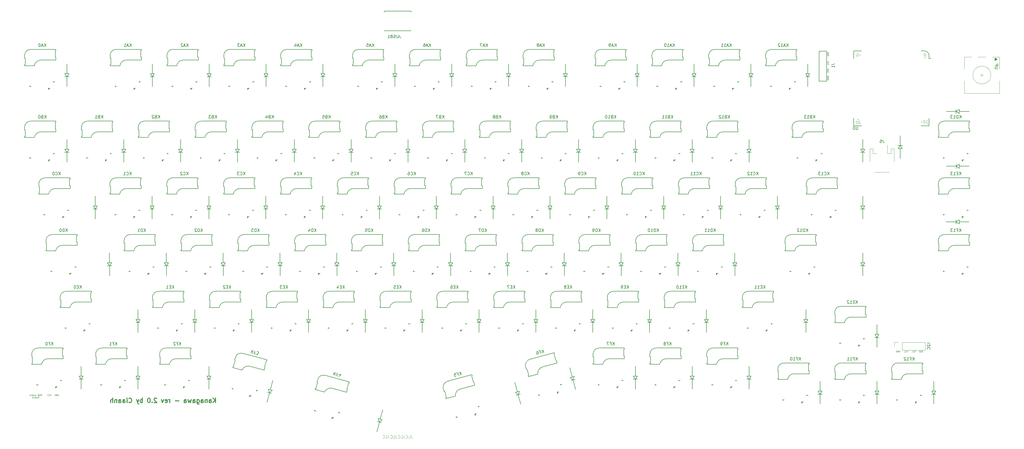
<source format=gbr>
%TF.GenerationSoftware,KiCad,Pcbnew,(6.0.7)*%
%TF.CreationDate,2022-09-18T02:02:10+02:00*%
%TF.ProjectId,Kanagawa_rgb_ansi_stamp,4b616e61-6761-4776-915f-7267625f616e,rev?*%
%TF.SameCoordinates,Original*%
%TF.FileFunction,Legend,Bot*%
%TF.FilePolarity,Positive*%
%FSLAX46Y46*%
G04 Gerber Fmt 4.6, Leading zero omitted, Abs format (unit mm)*
G04 Created by KiCad (PCBNEW (6.0.7)) date 2022-09-18 02:02:10*
%MOMM*%
%LPD*%
G01*
G04 APERTURE LIST*
%ADD10C,0.100000*%
%ADD11C,0.300000*%
%ADD12C,0.150000*%
%ADD13C,0.120000*%
%ADD14C,0.200000*%
G04 APERTURE END LIST*
D10*
X345730952Y-166700000D02*
X345778571Y-166676190D01*
X345850000Y-166676190D01*
X345921428Y-166700000D01*
X345969047Y-166747619D01*
X345992857Y-166795238D01*
X346016666Y-166890476D01*
X346016666Y-166961904D01*
X345992857Y-167057142D01*
X345969047Y-167104761D01*
X345921428Y-167152380D01*
X345850000Y-167176190D01*
X345802380Y-167176190D01*
X345730952Y-167152380D01*
X345707142Y-167128571D01*
X345707142Y-166961904D01*
X345802380Y-166961904D01*
X345492857Y-167176190D02*
X345492857Y-166676190D01*
X345207142Y-167176190D01*
X345207142Y-166676190D01*
X344969047Y-167176190D02*
X344969047Y-166676190D01*
X344850000Y-166676190D01*
X344778571Y-166700000D01*
X344730952Y-166747619D01*
X344707142Y-166795238D01*
X344683333Y-166890476D01*
X344683333Y-166961904D01*
X344707142Y-167057142D01*
X344730952Y-167104761D01*
X344778571Y-167152380D01*
X344850000Y-167176190D01*
X344969047Y-167176190D01*
X348656666Y-166686190D02*
X348490000Y-167186190D01*
X348323333Y-166686190D01*
X347870952Y-167138571D02*
X347894761Y-167162380D01*
X347966190Y-167186190D01*
X348013809Y-167186190D01*
X348085238Y-167162380D01*
X348132857Y-167114761D01*
X348156666Y-167067142D01*
X348180476Y-166971904D01*
X348180476Y-166900476D01*
X348156666Y-166805238D01*
X348132857Y-166757619D01*
X348085238Y-166710000D01*
X348013809Y-166686190D01*
X347966190Y-166686190D01*
X347894761Y-166710000D01*
X347870952Y-166733809D01*
X347370952Y-167138571D02*
X347394761Y-167162380D01*
X347466190Y-167186190D01*
X347513809Y-167186190D01*
X347585238Y-167162380D01*
X347632857Y-167114761D01*
X347656666Y-167067142D01*
X347680476Y-166971904D01*
X347680476Y-166900476D01*
X347656666Y-166805238D01*
X347632857Y-166757619D01*
X347585238Y-166710000D01*
X347513809Y-166686190D01*
X347466190Y-166686190D01*
X347394761Y-166710000D01*
X347370952Y-166733809D01*
X351145238Y-167152380D02*
X351073809Y-167176190D01*
X350954761Y-167176190D01*
X350907142Y-167152380D01*
X350883333Y-167128571D01*
X350859523Y-167080952D01*
X350859523Y-167033333D01*
X350883333Y-166985714D01*
X350907142Y-166961904D01*
X350954761Y-166938095D01*
X351050000Y-166914285D01*
X351097619Y-166890476D01*
X351121428Y-166866666D01*
X351145238Y-166819047D01*
X351145238Y-166771428D01*
X351121428Y-166723809D01*
X351097619Y-166700000D01*
X351050000Y-166676190D01*
X350930952Y-166676190D01*
X350859523Y-166700000D01*
X350359523Y-167128571D02*
X350383333Y-167152380D01*
X350454761Y-167176190D01*
X350502380Y-167176190D01*
X350573809Y-167152380D01*
X350621428Y-167104761D01*
X350645238Y-167057142D01*
X350669047Y-166961904D01*
X350669047Y-166890476D01*
X350645238Y-166795238D01*
X350621428Y-166747619D01*
X350573809Y-166700000D01*
X350502380Y-166676190D01*
X350454761Y-166676190D01*
X350383333Y-166700000D01*
X350359523Y-166723809D01*
X349907142Y-167176190D02*
X350145238Y-167176190D01*
X350145238Y-166676190D01*
X353647142Y-167152380D02*
X353575714Y-167176190D01*
X353456666Y-167176190D01*
X353409047Y-167152380D01*
X353385238Y-167128571D01*
X353361428Y-167080952D01*
X353361428Y-167033333D01*
X353385238Y-166985714D01*
X353409047Y-166961904D01*
X353456666Y-166938095D01*
X353551904Y-166914285D01*
X353599523Y-166890476D01*
X353623333Y-166866666D01*
X353647142Y-166819047D01*
X353647142Y-166771428D01*
X353623333Y-166723809D01*
X353599523Y-166700000D01*
X353551904Y-166676190D01*
X353432857Y-166676190D01*
X353361428Y-166700000D01*
X353147142Y-167176190D02*
X353147142Y-166676190D01*
X353028095Y-166676190D01*
X352956666Y-166700000D01*
X352909047Y-166747619D01*
X352885238Y-166795238D01*
X352861428Y-166890476D01*
X352861428Y-166961904D01*
X352885238Y-167057142D01*
X352909047Y-167104761D01*
X352956666Y-167152380D01*
X353028095Y-167176190D01*
X353147142Y-167176190D01*
X352670952Y-167033333D02*
X352432857Y-167033333D01*
X352718571Y-167176190D02*
X352551904Y-166676190D01*
X352385238Y-167176190D01*
X182229047Y-195072380D02*
X182229047Y-195786666D01*
X182276666Y-195929523D01*
X182371904Y-196024761D01*
X182514761Y-196072380D01*
X182610000Y-196072380D01*
X181276666Y-196072380D02*
X181752857Y-196072380D01*
X181752857Y-195072380D01*
X180371904Y-195977142D02*
X180419523Y-196024761D01*
X180562380Y-196072380D01*
X180657619Y-196072380D01*
X180800476Y-196024761D01*
X180895714Y-195929523D01*
X180943333Y-195834285D01*
X180990952Y-195643809D01*
X180990952Y-195500952D01*
X180943333Y-195310476D01*
X180895714Y-195215238D01*
X180800476Y-195120000D01*
X180657619Y-195072380D01*
X180562380Y-195072380D01*
X180419523Y-195120000D01*
X180371904Y-195167619D01*
X179657619Y-195072380D02*
X179657619Y-195786666D01*
X179705238Y-195929523D01*
X179800476Y-196024761D01*
X179943333Y-196072380D01*
X180038571Y-196072380D01*
X178705238Y-196072380D02*
X179181428Y-196072380D01*
X179181428Y-195072380D01*
X177800476Y-195977142D02*
X177848095Y-196024761D01*
X177990952Y-196072380D01*
X178086190Y-196072380D01*
X178229047Y-196024761D01*
X178324285Y-195929523D01*
X178371904Y-195834285D01*
X178419523Y-195643809D01*
X178419523Y-195500952D01*
X178371904Y-195310476D01*
X178324285Y-195215238D01*
X178229047Y-195120000D01*
X178086190Y-195072380D01*
X177990952Y-195072380D01*
X177848095Y-195120000D01*
X177800476Y-195167619D01*
X177086190Y-195072380D02*
X177086190Y-195786666D01*
X177133809Y-195929523D01*
X177229047Y-196024761D01*
X177371904Y-196072380D01*
X177467142Y-196072380D01*
X176133809Y-196072380D02*
X176610000Y-196072380D01*
X176610000Y-195072380D01*
X175229047Y-195977142D02*
X175276666Y-196024761D01*
X175419523Y-196072380D01*
X175514761Y-196072380D01*
X175657619Y-196024761D01*
X175752857Y-195929523D01*
X175800476Y-195834285D01*
X175848095Y-195643809D01*
X175848095Y-195500952D01*
X175800476Y-195310476D01*
X175752857Y-195215238D01*
X175657619Y-195120000D01*
X175514761Y-195072380D01*
X175419523Y-195072380D01*
X175276666Y-195120000D01*
X175229047Y-195167619D01*
X174514761Y-195072380D02*
X174514761Y-195786666D01*
X174562380Y-195929523D01*
X174657619Y-196024761D01*
X174800476Y-196072380D01*
X174895714Y-196072380D01*
X173562380Y-196072380D02*
X174038571Y-196072380D01*
X174038571Y-195072380D01*
X172657619Y-195977142D02*
X172705238Y-196024761D01*
X172848095Y-196072380D01*
X172943333Y-196072380D01*
X173086190Y-196024761D01*
X173181428Y-195929523D01*
X173229047Y-195834285D01*
X173276666Y-195643809D01*
X173276666Y-195500952D01*
X173229047Y-195310476D01*
X173181428Y-195215238D01*
X173086190Y-195120000D01*
X172943333Y-195072380D01*
X172848095Y-195072380D01*
X172705238Y-195120000D01*
X172657619Y-195167619D01*
D11*
X116641428Y-184138571D02*
X116641428Y-182638571D01*
X115784285Y-184138571D02*
X116427142Y-183281428D01*
X115784285Y-182638571D02*
X116641428Y-183495714D01*
X114498571Y-184138571D02*
X114498571Y-183352857D01*
X114570000Y-183210000D01*
X114712857Y-183138571D01*
X114998571Y-183138571D01*
X115141428Y-183210000D01*
X114498571Y-184067142D02*
X114641428Y-184138571D01*
X114998571Y-184138571D01*
X115141428Y-184067142D01*
X115212857Y-183924285D01*
X115212857Y-183781428D01*
X115141428Y-183638571D01*
X114998571Y-183567142D01*
X114641428Y-183567142D01*
X114498571Y-183495714D01*
X113784285Y-183138571D02*
X113784285Y-184138571D01*
X113784285Y-183281428D02*
X113712857Y-183210000D01*
X113570000Y-183138571D01*
X113355714Y-183138571D01*
X113212857Y-183210000D01*
X113141428Y-183352857D01*
X113141428Y-184138571D01*
X111784285Y-184138571D02*
X111784285Y-183352857D01*
X111855714Y-183210000D01*
X111998571Y-183138571D01*
X112284285Y-183138571D01*
X112427142Y-183210000D01*
X111784285Y-184067142D02*
X111927142Y-184138571D01*
X112284285Y-184138571D01*
X112427142Y-184067142D01*
X112498571Y-183924285D01*
X112498571Y-183781428D01*
X112427142Y-183638571D01*
X112284285Y-183567142D01*
X111927142Y-183567142D01*
X111784285Y-183495714D01*
X110427142Y-183138571D02*
X110427142Y-184352857D01*
X110498571Y-184495714D01*
X110570000Y-184567142D01*
X110712857Y-184638571D01*
X110927142Y-184638571D01*
X111070000Y-184567142D01*
X110427142Y-184067142D02*
X110570000Y-184138571D01*
X110855714Y-184138571D01*
X110998571Y-184067142D01*
X111070000Y-183995714D01*
X111141428Y-183852857D01*
X111141428Y-183424285D01*
X111070000Y-183281428D01*
X110998571Y-183210000D01*
X110855714Y-183138571D01*
X110570000Y-183138571D01*
X110427142Y-183210000D01*
X109070000Y-184138571D02*
X109070000Y-183352857D01*
X109141428Y-183210000D01*
X109284285Y-183138571D01*
X109570000Y-183138571D01*
X109712857Y-183210000D01*
X109070000Y-184067142D02*
X109212857Y-184138571D01*
X109570000Y-184138571D01*
X109712857Y-184067142D01*
X109784285Y-183924285D01*
X109784285Y-183781428D01*
X109712857Y-183638571D01*
X109570000Y-183567142D01*
X109212857Y-183567142D01*
X109070000Y-183495714D01*
X108498571Y-183138571D02*
X108212857Y-184138571D01*
X107927142Y-183424285D01*
X107641428Y-184138571D01*
X107355714Y-183138571D01*
X106141428Y-184138571D02*
X106141428Y-183352857D01*
X106212857Y-183210000D01*
X106355714Y-183138571D01*
X106641428Y-183138571D01*
X106784285Y-183210000D01*
X106141428Y-184067142D02*
X106284285Y-184138571D01*
X106641428Y-184138571D01*
X106784285Y-184067142D01*
X106855714Y-183924285D01*
X106855714Y-183781428D01*
X106784285Y-183638571D01*
X106641428Y-183567142D01*
X106284285Y-183567142D01*
X106141428Y-183495714D01*
X104284285Y-183567142D02*
X103141428Y-183567142D01*
X101284285Y-184138571D02*
X101284285Y-183138571D01*
X101284285Y-183424285D02*
X101212857Y-183281428D01*
X101141428Y-183210000D01*
X100998571Y-183138571D01*
X100855714Y-183138571D01*
X99784285Y-184067142D02*
X99927142Y-184138571D01*
X100212857Y-184138571D01*
X100355714Y-184067142D01*
X100427142Y-183924285D01*
X100427142Y-183352857D01*
X100355714Y-183210000D01*
X100212857Y-183138571D01*
X99927142Y-183138571D01*
X99784285Y-183210000D01*
X99712857Y-183352857D01*
X99712857Y-183495714D01*
X100427142Y-183638571D01*
X99212857Y-183138571D02*
X98855714Y-184138571D01*
X98498571Y-183138571D01*
X96855714Y-182781428D02*
X96784285Y-182710000D01*
X96641428Y-182638571D01*
X96284285Y-182638571D01*
X96141428Y-182710000D01*
X96070000Y-182781428D01*
X95998571Y-182924285D01*
X95998571Y-183067142D01*
X96070000Y-183281428D01*
X96927142Y-184138571D01*
X95998571Y-184138571D01*
X95355714Y-183995714D02*
X95284285Y-184067142D01*
X95355714Y-184138571D01*
X95427142Y-184067142D01*
X95355714Y-183995714D01*
X95355714Y-184138571D01*
X94355714Y-182638571D02*
X94212857Y-182638571D01*
X94069999Y-182710000D01*
X93998571Y-182781428D01*
X93927142Y-182924285D01*
X93855714Y-183210000D01*
X93855714Y-183567142D01*
X93927142Y-183852857D01*
X93998571Y-183995714D01*
X94069999Y-184067142D01*
X94212857Y-184138571D01*
X94355714Y-184138571D01*
X94498571Y-184067142D01*
X94569999Y-183995714D01*
X94641428Y-183852857D01*
X94712857Y-183567142D01*
X94712857Y-183210000D01*
X94641428Y-182924285D01*
X94569999Y-182781428D01*
X94498571Y-182710000D01*
X94355714Y-182638571D01*
X92069999Y-184138571D02*
X92069999Y-182638571D01*
X92069999Y-183210000D02*
X91927142Y-183138571D01*
X91641428Y-183138571D01*
X91498571Y-183210000D01*
X91427142Y-183281428D01*
X91355714Y-183424285D01*
X91355714Y-183852857D01*
X91427142Y-183995714D01*
X91498571Y-184067142D01*
X91641428Y-184138571D01*
X91927142Y-184138571D01*
X92069999Y-184067142D01*
X90855714Y-183138571D02*
X90498571Y-184138571D01*
X90141428Y-183138571D02*
X90498571Y-184138571D01*
X90641428Y-184495714D01*
X90712857Y-184567142D01*
X90855714Y-184638571D01*
X87569999Y-183995714D02*
X87641428Y-184067142D01*
X87855714Y-184138571D01*
X87998571Y-184138571D01*
X88212857Y-184067142D01*
X88355714Y-183924285D01*
X88427142Y-183781428D01*
X88498571Y-183495714D01*
X88498571Y-183281428D01*
X88427142Y-182995714D01*
X88355714Y-182852857D01*
X88212857Y-182710000D01*
X87998571Y-182638571D01*
X87855714Y-182638571D01*
X87641428Y-182710000D01*
X87569999Y-182781428D01*
X86927142Y-184138571D02*
X86927142Y-183138571D01*
X86927142Y-182638571D02*
X86998571Y-182710000D01*
X86927142Y-182781428D01*
X86855714Y-182710000D01*
X86927142Y-182638571D01*
X86927142Y-182781428D01*
X85569999Y-184138571D02*
X85569999Y-183352857D01*
X85641428Y-183210000D01*
X85784285Y-183138571D01*
X86069999Y-183138571D01*
X86212857Y-183210000D01*
X85569999Y-184067142D02*
X85712857Y-184138571D01*
X86069999Y-184138571D01*
X86212857Y-184067142D01*
X86284285Y-183924285D01*
X86284285Y-183781428D01*
X86212857Y-183638571D01*
X86069999Y-183567142D01*
X85712857Y-183567142D01*
X85569999Y-183495714D01*
X84212857Y-184138571D02*
X84212857Y-183352857D01*
X84284285Y-183210000D01*
X84427142Y-183138571D01*
X84712857Y-183138571D01*
X84855714Y-183210000D01*
X84212857Y-184067142D02*
X84355714Y-184138571D01*
X84712857Y-184138571D01*
X84855714Y-184067142D01*
X84927142Y-183924285D01*
X84927142Y-183781428D01*
X84855714Y-183638571D01*
X84712857Y-183567142D01*
X84355714Y-183567142D01*
X84212857Y-183495714D01*
X83498571Y-183138571D02*
X83498571Y-184138571D01*
X83498571Y-183281428D02*
X83427142Y-183210000D01*
X83284285Y-183138571D01*
X83069999Y-183138571D01*
X82927142Y-183210000D01*
X82855714Y-183352857D01*
X82855714Y-184138571D01*
X82141428Y-184138571D02*
X82141428Y-182638571D01*
X81498571Y-184138571D02*
X81498571Y-183352857D01*
X81569999Y-183210000D01*
X81712857Y-183138571D01*
X81927142Y-183138571D01*
X82069999Y-183210000D01*
X82141428Y-183281428D01*
D12*
X378817619Y-72035714D02*
X378008095Y-72035714D01*
X377912857Y-71988095D01*
X377865238Y-71940476D01*
X377817619Y-71845238D01*
X377817619Y-71654761D01*
X377865238Y-71559523D01*
X377912857Y-71511904D01*
X378008095Y-71464285D01*
X378817619Y-71464285D01*
X377817619Y-70988095D02*
X378817619Y-70988095D01*
X378817619Y-70607142D01*
X378770000Y-70511904D01*
X378722380Y-70464285D01*
X378627142Y-70416666D01*
X378484285Y-70416666D01*
X378389047Y-70464285D01*
X378341428Y-70511904D01*
X378293809Y-70607142D01*
X378293809Y-70988095D01*
X377865238Y-69226190D02*
X377817619Y-69226190D01*
X377960476Y-69178571D02*
X377817619Y-69178571D01*
X378055714Y-69130952D02*
X377817619Y-69130952D01*
X378150952Y-69083333D02*
X377817619Y-69083333D01*
X378198571Y-69035714D02*
X377817619Y-69035714D01*
X378293809Y-68988095D02*
X377817619Y-68988095D01*
X378389047Y-68940476D02*
X377817619Y-68940476D01*
X378484285Y-68892857D02*
X377817619Y-68892857D01*
X378579523Y-68845238D02*
X377817619Y-68845238D01*
X378484285Y-68797619D02*
X377817619Y-68797619D01*
X378389047Y-68750000D02*
X377817619Y-68750000D01*
X378293809Y-68702380D02*
X377817619Y-68702380D01*
X378198571Y-68654761D02*
X377817619Y-68654761D01*
X378150952Y-68607142D02*
X377817619Y-68607142D01*
X378055714Y-68559523D02*
X377817619Y-68559523D01*
X377960476Y-68511904D02*
X377817619Y-68511904D01*
X377817619Y-68464285D02*
X378531904Y-68845238D01*
X377817619Y-69226190D01*
X377865238Y-68464285D02*
X377817619Y-68464285D01*
X378579523Y-68845238D02*
X377817619Y-68416666D01*
X377817619Y-69273809D01*
X378579523Y-68845238D01*
D10*
X58024285Y-181833691D02*
X58190952Y-181595596D01*
X58310000Y-181833691D02*
X58310000Y-181333691D01*
X58119523Y-181333691D01*
X58071904Y-181357501D01*
X58048095Y-181381310D01*
X58024285Y-181428929D01*
X58024285Y-181500358D01*
X58048095Y-181547977D01*
X58071904Y-181571786D01*
X58119523Y-181595596D01*
X58310000Y-181595596D01*
X57548095Y-181357501D02*
X57595714Y-181333691D01*
X57667142Y-181333691D01*
X57738571Y-181357501D01*
X57786190Y-181405120D01*
X57810000Y-181452739D01*
X57833809Y-181547977D01*
X57833809Y-181619405D01*
X57810000Y-181714643D01*
X57786190Y-181762262D01*
X57738571Y-181809881D01*
X57667142Y-181833691D01*
X57619523Y-181833691D01*
X57548095Y-181809881D01*
X57524285Y-181786072D01*
X57524285Y-181619405D01*
X57619523Y-181619405D01*
X57143333Y-181571786D02*
X57071904Y-181595596D01*
X57048095Y-181619405D01*
X57024285Y-181667024D01*
X57024285Y-181738453D01*
X57048095Y-181786072D01*
X57071904Y-181809881D01*
X57119523Y-181833691D01*
X57310000Y-181833691D01*
X57310000Y-181333691D01*
X57143333Y-181333691D01*
X57095714Y-181357501D01*
X57071904Y-181381310D01*
X57048095Y-181428929D01*
X57048095Y-181476548D01*
X57071904Y-181524167D01*
X57095714Y-181547977D01*
X57143333Y-181571786D01*
X57310000Y-181571786D01*
X56429047Y-181833691D02*
X56429047Y-181500358D01*
X56429047Y-181547977D02*
X56405238Y-181524167D01*
X56357619Y-181500358D01*
X56286190Y-181500358D01*
X56238571Y-181524167D01*
X56214761Y-181571786D01*
X56214761Y-181833691D01*
X56214761Y-181571786D02*
X56190952Y-181524167D01*
X56143333Y-181500358D01*
X56071904Y-181500358D01*
X56024285Y-181524167D01*
X56000476Y-181571786D01*
X56000476Y-181833691D01*
X55548095Y-181833691D02*
X55548095Y-181571786D01*
X55571904Y-181524167D01*
X55619523Y-181500358D01*
X55714761Y-181500358D01*
X55762380Y-181524167D01*
X55548095Y-181809881D02*
X55595714Y-181833691D01*
X55714761Y-181833691D01*
X55762380Y-181809881D01*
X55786190Y-181762262D01*
X55786190Y-181714643D01*
X55762380Y-181667024D01*
X55714761Y-181643215D01*
X55595714Y-181643215D01*
X55548095Y-181619405D01*
X55381428Y-181500358D02*
X55190952Y-181500358D01*
X55310000Y-181333691D02*
X55310000Y-181762262D01*
X55286190Y-181809881D01*
X55238571Y-181833691D01*
X55190952Y-181833691D01*
X55024285Y-181833691D02*
X55024285Y-181500358D01*
X55024285Y-181595596D02*
X55000476Y-181547977D01*
X54976666Y-181524167D01*
X54929047Y-181500358D01*
X54881428Y-181500358D01*
X54714761Y-181833691D02*
X54714761Y-181500358D01*
X54714761Y-181333691D02*
X54738571Y-181357501D01*
X54714761Y-181381310D01*
X54690952Y-181357501D01*
X54714761Y-181333691D01*
X54714761Y-181381310D01*
X54524285Y-181833691D02*
X54262380Y-181500358D01*
X54524285Y-181500358D02*
X54262380Y-181833691D01*
X57321904Y-182138691D02*
X57226666Y-182138691D01*
X57179047Y-182162501D01*
X57131428Y-182210120D01*
X57107619Y-182305358D01*
X57107619Y-182472024D01*
X57131428Y-182567262D01*
X57179047Y-182614881D01*
X57226666Y-182638691D01*
X57321904Y-182638691D01*
X57369523Y-182614881D01*
X57417142Y-182567262D01*
X57440952Y-182472024D01*
X57440952Y-182305358D01*
X57417142Y-182210120D01*
X57369523Y-182162501D01*
X57321904Y-182138691D01*
X56679047Y-182305358D02*
X56679047Y-182638691D01*
X56893333Y-182305358D02*
X56893333Y-182567262D01*
X56869523Y-182614881D01*
X56821904Y-182638691D01*
X56750476Y-182638691D01*
X56702857Y-182614881D01*
X56679047Y-182591072D01*
X56512380Y-182305358D02*
X56321904Y-182305358D01*
X56440952Y-182138691D02*
X56440952Y-182567262D01*
X56417142Y-182614881D01*
X56369523Y-182638691D01*
X56321904Y-182638691D01*
X56155238Y-182305358D02*
X56155238Y-182805358D01*
X56155238Y-182329167D02*
X56107619Y-182305358D01*
X56012380Y-182305358D01*
X55964761Y-182329167D01*
X55940952Y-182352977D01*
X55917142Y-182400596D01*
X55917142Y-182543453D01*
X55940952Y-182591072D01*
X55964761Y-182614881D01*
X56012380Y-182638691D01*
X56107619Y-182638691D01*
X56155238Y-182614881D01*
X55488571Y-182305358D02*
X55488571Y-182638691D01*
X55702857Y-182305358D02*
X55702857Y-182567262D01*
X55679047Y-182614881D01*
X55631428Y-182638691D01*
X55560000Y-182638691D01*
X55512380Y-182614881D01*
X55488571Y-182591072D01*
X55321904Y-182305358D02*
X55131428Y-182305358D01*
X55250476Y-182138691D02*
X55250476Y-182567262D01*
X55226666Y-182614881D01*
X55179047Y-182638691D01*
X55131428Y-182638691D01*
X61556666Y-181346191D02*
X61390000Y-181846191D01*
X61223333Y-181346191D01*
X60770952Y-181798572D02*
X60794761Y-181822381D01*
X60866190Y-181846191D01*
X60913809Y-181846191D01*
X60985238Y-181822381D01*
X61032857Y-181774762D01*
X61056666Y-181727143D01*
X61080476Y-181631905D01*
X61080476Y-181560477D01*
X61056666Y-181465239D01*
X61032857Y-181417620D01*
X60985238Y-181370001D01*
X60913809Y-181346191D01*
X60866190Y-181346191D01*
X60794761Y-181370001D01*
X60770952Y-181393810D01*
X60270952Y-181798572D02*
X60294761Y-181822381D01*
X60366190Y-181846191D01*
X60413809Y-181846191D01*
X60485238Y-181822381D01*
X60532857Y-181774762D01*
X60556666Y-181727143D01*
X60580476Y-181631905D01*
X60580476Y-181560477D01*
X60556666Y-181465239D01*
X60532857Y-181417620D01*
X60485238Y-181370001D01*
X60413809Y-181346191D01*
X60366190Y-181346191D01*
X60294761Y-181370001D01*
X60270952Y-181393810D01*
X63770952Y-181370000D02*
X63818571Y-181346190D01*
X63890000Y-181346190D01*
X63961428Y-181370000D01*
X64009047Y-181417619D01*
X64032857Y-181465238D01*
X64056666Y-181560476D01*
X64056666Y-181631904D01*
X64032857Y-181727142D01*
X64009047Y-181774761D01*
X63961428Y-181822380D01*
X63890000Y-181846190D01*
X63842380Y-181846190D01*
X63770952Y-181822380D01*
X63747142Y-181798571D01*
X63747142Y-181631904D01*
X63842380Y-181631904D01*
X63532857Y-181846190D02*
X63532857Y-181346190D01*
X63247142Y-181846190D01*
X63247142Y-181346190D01*
X63009047Y-181846190D02*
X63009047Y-181346190D01*
X62890000Y-181346190D01*
X62818571Y-181370000D01*
X62770952Y-181417619D01*
X62747142Y-181465238D01*
X62723333Y-181560476D01*
X62723333Y-181631904D01*
X62747142Y-181727142D01*
X62770952Y-181774761D01*
X62818571Y-181822380D01*
X62890000Y-181846190D01*
X63009047Y-181846190D01*
D12*
%TO.C,KD13*%
X366414285Y-88647380D02*
X366414285Y-87647380D01*
X365842857Y-88647380D02*
X366271428Y-88075952D01*
X365842857Y-87647380D02*
X366414285Y-88218809D01*
X365414285Y-88647380D02*
X365414285Y-87647380D01*
X365176190Y-87647380D01*
X365033333Y-87695000D01*
X364938095Y-87790238D01*
X364890476Y-87885476D01*
X364842857Y-88075952D01*
X364842857Y-88218809D01*
X364890476Y-88409285D01*
X364938095Y-88504523D01*
X365033333Y-88599761D01*
X365176190Y-88647380D01*
X365414285Y-88647380D01*
X363890476Y-88647380D02*
X364461904Y-88647380D01*
X364176190Y-88647380D02*
X364176190Y-87647380D01*
X364271428Y-87790238D01*
X364366666Y-87885476D01*
X364461904Y-87933095D01*
X363557142Y-87647380D02*
X362938095Y-87647380D01*
X363271428Y-88028333D01*
X363128571Y-88028333D01*
X363033333Y-88075952D01*
X362985714Y-88123571D01*
X362938095Y-88218809D01*
X362938095Y-88456904D01*
X362985714Y-88552142D01*
X363033333Y-88599761D01*
X363128571Y-88647380D01*
X363414285Y-88647380D01*
X363509523Y-88599761D01*
X363557142Y-88552142D01*
%TO.C,KA5*%
X169591666Y-64547380D02*
X169591666Y-63547380D01*
X169020238Y-64547380D02*
X169448809Y-63975952D01*
X169020238Y-63547380D02*
X169591666Y-64118809D01*
X168639285Y-64261666D02*
X168163095Y-64261666D01*
X168734523Y-64547380D02*
X168401190Y-63547380D01*
X168067857Y-64547380D01*
X167258333Y-63547380D02*
X167734523Y-63547380D01*
X167782142Y-64023571D01*
X167734523Y-63975952D01*
X167639285Y-63928333D01*
X167401190Y-63928333D01*
X167305952Y-63975952D01*
X167258333Y-64023571D01*
X167210714Y-64118809D01*
X167210714Y-64356904D01*
X167258333Y-64452142D01*
X167305952Y-64499761D01*
X167401190Y-64547380D01*
X167639285Y-64547380D01*
X167734523Y-64499761D01*
X167782142Y-64452142D01*
%TO.C,KF9*%
X288291666Y-164847380D02*
X288291666Y-163847380D01*
X287720238Y-164847380D02*
X288148809Y-164275952D01*
X287720238Y-163847380D02*
X288291666Y-164418809D01*
X286958333Y-164323571D02*
X287291666Y-164323571D01*
X287291666Y-164847380D02*
X287291666Y-163847380D01*
X286815476Y-163847380D01*
X286386904Y-164847380D02*
X286196428Y-164847380D01*
X286101190Y-164799761D01*
X286053571Y-164752142D01*
X285958333Y-164609285D01*
X285910714Y-164418809D01*
X285910714Y-164037857D01*
X285958333Y-163942619D01*
X286005952Y-163895000D01*
X286101190Y-163847380D01*
X286291666Y-163847380D01*
X286386904Y-163895000D01*
X286434523Y-163942619D01*
X286482142Y-164037857D01*
X286482142Y-164275952D01*
X286434523Y-164371190D01*
X286386904Y-164418809D01*
X286291666Y-164466428D01*
X286101190Y-164466428D01*
X286005952Y-164418809D01*
X285958333Y-164371190D01*
X285910714Y-164275952D01*
%TO.C,KC7*%
X202638095Y-107697380D02*
X202638095Y-106697380D01*
X202066666Y-107697380D02*
X202495238Y-107125952D01*
X202066666Y-106697380D02*
X202638095Y-107268809D01*
X201066666Y-107602142D02*
X201114285Y-107649761D01*
X201257142Y-107697380D01*
X201352380Y-107697380D01*
X201495238Y-107649761D01*
X201590476Y-107554523D01*
X201638095Y-107459285D01*
X201685714Y-107268809D01*
X201685714Y-107125952D01*
X201638095Y-106935476D01*
X201590476Y-106840238D01*
X201495238Y-106745000D01*
X201352380Y-106697380D01*
X201257142Y-106697380D01*
X201114285Y-106745000D01*
X201066666Y-106792619D01*
X200733333Y-106697380D02*
X200066666Y-106697380D01*
X200495238Y-107697380D01*
%TO.C,KE11*%
X300697916Y-145797380D02*
X300697916Y-144797380D01*
X300126488Y-145797380D02*
X300555059Y-145225952D01*
X300126488Y-144797380D02*
X300697916Y-145368809D01*
X299697916Y-145273571D02*
X299364583Y-145273571D01*
X299221726Y-145797380D02*
X299697916Y-145797380D01*
X299697916Y-144797380D01*
X299221726Y-144797380D01*
X298269345Y-145797380D02*
X298840773Y-145797380D01*
X298555059Y-145797380D02*
X298555059Y-144797380D01*
X298650297Y-144940238D01*
X298745535Y-145035476D01*
X298840773Y-145083095D01*
X297316964Y-145797380D02*
X297888392Y-145797380D01*
X297602678Y-145797380D02*
X297602678Y-144797380D01*
X297697916Y-144940238D01*
X297793154Y-145035476D01*
X297888392Y-145083095D01*
%TO.C,KC9*%
X240738095Y-107697380D02*
X240738095Y-106697380D01*
X240166666Y-107697380D02*
X240595238Y-107125952D01*
X240166666Y-106697380D02*
X240738095Y-107268809D01*
X239166666Y-107602142D02*
X239214285Y-107649761D01*
X239357142Y-107697380D01*
X239452380Y-107697380D01*
X239595238Y-107649761D01*
X239690476Y-107554523D01*
X239738095Y-107459285D01*
X239785714Y-107268809D01*
X239785714Y-107125952D01*
X239738095Y-106935476D01*
X239690476Y-106840238D01*
X239595238Y-106745000D01*
X239452380Y-106697380D01*
X239357142Y-106697380D01*
X239214285Y-106745000D01*
X239166666Y-106792619D01*
X238690476Y-107697380D02*
X238500000Y-107697380D01*
X238404761Y-107649761D01*
X238357142Y-107602142D01*
X238261904Y-107459285D01*
X238214285Y-107268809D01*
X238214285Y-106887857D01*
X238261904Y-106792619D01*
X238309523Y-106745000D01*
X238404761Y-106697380D01*
X238595238Y-106697380D01*
X238690476Y-106745000D01*
X238738095Y-106792619D01*
X238785714Y-106887857D01*
X238785714Y-107125952D01*
X238738095Y-107221190D01*
X238690476Y-107268809D01*
X238595238Y-107316428D01*
X238404761Y-107316428D01*
X238309523Y-107268809D01*
X238261904Y-107221190D01*
X238214285Y-107125952D01*
%TO.C,KB9*%
X231213095Y-88647380D02*
X231213095Y-87647380D01*
X230641666Y-88647380D02*
X231070238Y-88075952D01*
X230641666Y-87647380D02*
X231213095Y-88218809D01*
X229879761Y-88123571D02*
X229736904Y-88171190D01*
X229689285Y-88218809D01*
X229641666Y-88314047D01*
X229641666Y-88456904D01*
X229689285Y-88552142D01*
X229736904Y-88599761D01*
X229832142Y-88647380D01*
X230213095Y-88647380D01*
X230213095Y-87647380D01*
X229879761Y-87647380D01*
X229784523Y-87695000D01*
X229736904Y-87742619D01*
X229689285Y-87837857D01*
X229689285Y-87933095D01*
X229736904Y-88028333D01*
X229784523Y-88075952D01*
X229879761Y-88123571D01*
X230213095Y-88123571D01*
X229165476Y-88647380D02*
X228975000Y-88647380D01*
X228879761Y-88599761D01*
X228832142Y-88552142D01*
X228736904Y-88409285D01*
X228689285Y-88218809D01*
X228689285Y-87837857D01*
X228736904Y-87742619D01*
X228784523Y-87695000D01*
X228879761Y-87647380D01*
X229070238Y-87647380D01*
X229165476Y-87695000D01*
X229213095Y-87742619D01*
X229260714Y-87837857D01*
X229260714Y-88075952D01*
X229213095Y-88171190D01*
X229165476Y-88218809D01*
X229070238Y-88266428D01*
X228879761Y-88266428D01*
X228784523Y-88218809D01*
X228736904Y-88171190D01*
X228689285Y-88075952D01*
%TO.C,KF3*%
X128808937Y-166476885D02*
X128550118Y-167442810D01*
X129360894Y-166624781D02*
X128799030Y-167065816D01*
X129102075Y-167590707D02*
X128698014Y-166890853D01*
X129961266Y-167327938D02*
X129639291Y-167241665D01*
X129774863Y-166735704D02*
X129516044Y-167701629D01*
X129976008Y-167824877D01*
X130251987Y-167898825D02*
X130849941Y-168059046D01*
X130626564Y-167604801D01*
X130764553Y-167641776D01*
X130868871Y-167620429D01*
X130927192Y-167586757D01*
X130997838Y-167507089D01*
X131059461Y-167277106D01*
X131038114Y-167172789D01*
X131004443Y-167114467D01*
X130924774Y-167043821D01*
X130648796Y-166969873D01*
X130544478Y-166991220D01*
X130486157Y-167024892D01*
%TO.C,KB0*%
X59763095Y-88647380D02*
X59763095Y-87647380D01*
X59191666Y-88647380D02*
X59620238Y-88075952D01*
X59191666Y-87647380D02*
X59763095Y-88218809D01*
X58429761Y-88123571D02*
X58286904Y-88171190D01*
X58239285Y-88218809D01*
X58191666Y-88314047D01*
X58191666Y-88456904D01*
X58239285Y-88552142D01*
X58286904Y-88599761D01*
X58382142Y-88647380D01*
X58763095Y-88647380D01*
X58763095Y-87647380D01*
X58429761Y-87647380D01*
X58334523Y-87695000D01*
X58286904Y-87742619D01*
X58239285Y-87837857D01*
X58239285Y-87933095D01*
X58286904Y-88028333D01*
X58334523Y-88075952D01*
X58429761Y-88123571D01*
X58763095Y-88123571D01*
X57572619Y-87647380D02*
X57477380Y-87647380D01*
X57382142Y-87695000D01*
X57334523Y-87742619D01*
X57286904Y-87837857D01*
X57239285Y-88028333D01*
X57239285Y-88266428D01*
X57286904Y-88456904D01*
X57334523Y-88552142D01*
X57382142Y-88599761D01*
X57477380Y-88647380D01*
X57572619Y-88647380D01*
X57667857Y-88599761D01*
X57715476Y-88552142D01*
X57763095Y-88456904D01*
X57810714Y-88266428D01*
X57810714Y-88028333D01*
X57763095Y-87837857D01*
X57715476Y-87742619D01*
X57667857Y-87695000D01*
X57572619Y-87647380D01*
%TO.C,KC2*%
X107388095Y-107697380D02*
X107388095Y-106697380D01*
X106816666Y-107697380D02*
X107245238Y-107125952D01*
X106816666Y-106697380D02*
X107388095Y-107268809D01*
X105816666Y-107602142D02*
X105864285Y-107649761D01*
X106007142Y-107697380D01*
X106102380Y-107697380D01*
X106245238Y-107649761D01*
X106340476Y-107554523D01*
X106388095Y-107459285D01*
X106435714Y-107268809D01*
X106435714Y-107125952D01*
X106388095Y-106935476D01*
X106340476Y-106840238D01*
X106245238Y-106745000D01*
X106102380Y-106697380D01*
X106007142Y-106697380D01*
X105864285Y-106745000D01*
X105816666Y-106792619D01*
X105435714Y-106792619D02*
X105388095Y-106745000D01*
X105292857Y-106697380D01*
X105054761Y-106697380D01*
X104959523Y-106745000D01*
X104911904Y-106792619D01*
X104864285Y-106887857D01*
X104864285Y-106983095D01*
X104911904Y-107125952D01*
X105483333Y-107697380D01*
X104864285Y-107697380D01*
%TO.C,KD7*%
X207400595Y-126747380D02*
X207400595Y-125747380D01*
X206829166Y-126747380D02*
X207257738Y-126175952D01*
X206829166Y-125747380D02*
X207400595Y-126318809D01*
X206400595Y-126747380D02*
X206400595Y-125747380D01*
X206162500Y-125747380D01*
X206019642Y-125795000D01*
X205924404Y-125890238D01*
X205876785Y-125985476D01*
X205829166Y-126175952D01*
X205829166Y-126318809D01*
X205876785Y-126509285D01*
X205924404Y-126604523D01*
X206019642Y-126699761D01*
X206162500Y-126747380D01*
X206400595Y-126747380D01*
X205495833Y-125747380D02*
X204829166Y-125747380D01*
X205257738Y-126747380D01*
%TO.C,KA7*%
X207691666Y-64547380D02*
X207691666Y-63547380D01*
X207120238Y-64547380D02*
X207548809Y-63975952D01*
X207120238Y-63547380D02*
X207691666Y-64118809D01*
X206739285Y-64261666D02*
X206263095Y-64261666D01*
X206834523Y-64547380D02*
X206501190Y-63547380D01*
X206167857Y-64547380D01*
X205929761Y-63547380D02*
X205263095Y-63547380D01*
X205691666Y-64547380D01*
%TO.C,KC3*%
X126438095Y-107697380D02*
X126438095Y-106697380D01*
X125866666Y-107697380D02*
X126295238Y-107125952D01*
X125866666Y-106697380D02*
X126438095Y-107268809D01*
X124866666Y-107602142D02*
X124914285Y-107649761D01*
X125057142Y-107697380D01*
X125152380Y-107697380D01*
X125295238Y-107649761D01*
X125390476Y-107554523D01*
X125438095Y-107459285D01*
X125485714Y-107268809D01*
X125485714Y-107125952D01*
X125438095Y-106935476D01*
X125390476Y-106840238D01*
X125295238Y-106745000D01*
X125152380Y-106697380D01*
X125057142Y-106697380D01*
X124914285Y-106745000D01*
X124866666Y-106792619D01*
X124533333Y-106697380D02*
X123914285Y-106697380D01*
X124247619Y-107078333D01*
X124104761Y-107078333D01*
X124009523Y-107125952D01*
X123961904Y-107173571D01*
X123914285Y-107268809D01*
X123914285Y-107506904D01*
X123961904Y-107602142D01*
X124009523Y-107649761D01*
X124104761Y-107697380D01*
X124390476Y-107697380D01*
X124485714Y-107649761D01*
X124533333Y-107602142D01*
%TO.C,KA10*%
X270367857Y-64547380D02*
X270367857Y-63547380D01*
X269796428Y-64547380D02*
X270225000Y-63975952D01*
X269796428Y-63547380D02*
X270367857Y-64118809D01*
X269415476Y-64261666D02*
X268939285Y-64261666D01*
X269510714Y-64547380D02*
X269177380Y-63547380D01*
X268844047Y-64547380D01*
X267986904Y-64547380D02*
X268558333Y-64547380D01*
X268272619Y-64547380D02*
X268272619Y-63547380D01*
X268367857Y-63690238D01*
X268463095Y-63785476D01*
X268558333Y-63833095D01*
X267367857Y-63547380D02*
X267272619Y-63547380D01*
X267177380Y-63595000D01*
X267129761Y-63642619D01*
X267082142Y-63737857D01*
X267034523Y-63928333D01*
X267034523Y-64166428D01*
X267082142Y-64356904D01*
X267129761Y-64452142D01*
X267177380Y-64499761D01*
X267272619Y-64547380D01*
X267367857Y-64547380D01*
X267463095Y-64499761D01*
X267510714Y-64452142D01*
X267558333Y-64356904D01*
X267605952Y-64166428D01*
X267605952Y-63928333D01*
X267558333Y-63737857D01*
X267510714Y-63642619D01*
X267463095Y-63595000D01*
X267367857Y-63547380D01*
%TO.C,KC5*%
X164538095Y-107697380D02*
X164538095Y-106697380D01*
X163966666Y-107697380D02*
X164395238Y-107125952D01*
X163966666Y-106697380D02*
X164538095Y-107268809D01*
X162966666Y-107602142D02*
X163014285Y-107649761D01*
X163157142Y-107697380D01*
X163252380Y-107697380D01*
X163395238Y-107649761D01*
X163490476Y-107554523D01*
X163538095Y-107459285D01*
X163585714Y-107268809D01*
X163585714Y-107125952D01*
X163538095Y-106935476D01*
X163490476Y-106840238D01*
X163395238Y-106745000D01*
X163252380Y-106697380D01*
X163157142Y-106697380D01*
X163014285Y-106745000D01*
X162966666Y-106792619D01*
X162061904Y-106697380D02*
X162538095Y-106697380D01*
X162585714Y-107173571D01*
X162538095Y-107125952D01*
X162442857Y-107078333D01*
X162204761Y-107078333D01*
X162109523Y-107125952D01*
X162061904Y-107173571D01*
X162014285Y-107268809D01*
X162014285Y-107506904D01*
X162061904Y-107602142D01*
X162109523Y-107649761D01*
X162204761Y-107697380D01*
X162442857Y-107697380D01*
X162538095Y-107649761D01*
X162585714Y-107602142D01*
%TO.C,KF11*%
X331630357Y-169897380D02*
X331630357Y-168897380D01*
X331058928Y-169897380D02*
X331487500Y-169325952D01*
X331058928Y-168897380D02*
X331630357Y-169468809D01*
X330297023Y-169373571D02*
X330630357Y-169373571D01*
X330630357Y-169897380D02*
X330630357Y-168897380D01*
X330154166Y-168897380D01*
X329249404Y-169897380D02*
X329820833Y-169897380D01*
X329535119Y-169897380D02*
X329535119Y-168897380D01*
X329630357Y-169040238D01*
X329725595Y-169135476D01*
X329820833Y-169183095D01*
X328297023Y-169897380D02*
X328868452Y-169897380D01*
X328582738Y-169897380D02*
X328582738Y-168897380D01*
X328677976Y-169040238D01*
X328773214Y-169135476D01*
X328868452Y-169183095D01*
%TO.C,KE7*%
X216877976Y-145797380D02*
X216877976Y-144797380D01*
X216306547Y-145797380D02*
X216735119Y-145225952D01*
X216306547Y-144797380D02*
X216877976Y-145368809D01*
X215877976Y-145273571D02*
X215544642Y-145273571D01*
X215401785Y-145797380D02*
X215877976Y-145797380D01*
X215877976Y-144797380D01*
X215401785Y-144797380D01*
X215068452Y-144797380D02*
X214401785Y-144797380D01*
X214830357Y-145797380D01*
%TO.C,KF12*%
X350680357Y-169897380D02*
X350680357Y-168897380D01*
X350108928Y-169897380D02*
X350537500Y-169325952D01*
X350108928Y-168897380D02*
X350680357Y-169468809D01*
X349347023Y-169373571D02*
X349680357Y-169373571D01*
X349680357Y-169897380D02*
X349680357Y-168897380D01*
X349204166Y-168897380D01*
X348299404Y-169897380D02*
X348870833Y-169897380D01*
X348585119Y-169897380D02*
X348585119Y-168897380D01*
X348680357Y-169040238D01*
X348775595Y-169135476D01*
X348870833Y-169183095D01*
X347918452Y-168992619D02*
X347870833Y-168945000D01*
X347775595Y-168897380D01*
X347537500Y-168897380D01*
X347442261Y-168945000D01*
X347394642Y-168992619D01*
X347347023Y-169087857D01*
X347347023Y-169183095D01*
X347394642Y-169325952D01*
X347966071Y-169897380D01*
X347347023Y-169897380D01*
%TO.C,KE5*%
X178777976Y-145797380D02*
X178777976Y-144797380D01*
X178206547Y-145797380D02*
X178635119Y-145225952D01*
X178206547Y-144797380D02*
X178777976Y-145368809D01*
X177777976Y-145273571D02*
X177444642Y-145273571D01*
X177301785Y-145797380D02*
X177777976Y-145797380D01*
X177777976Y-144797380D01*
X177301785Y-144797380D01*
X176397023Y-144797380D02*
X176873214Y-144797380D01*
X176920833Y-145273571D01*
X176873214Y-145225952D01*
X176777976Y-145178333D01*
X176539880Y-145178333D01*
X176444642Y-145225952D01*
X176397023Y-145273571D01*
X176349404Y-145368809D01*
X176349404Y-145606904D01*
X176397023Y-145702142D01*
X176444642Y-145749761D01*
X176539880Y-145797380D01*
X176777976Y-145797380D01*
X176873214Y-145749761D01*
X176920833Y-145702142D01*
%TO.C,KB5*%
X155013095Y-88647380D02*
X155013095Y-87647380D01*
X154441666Y-88647380D02*
X154870238Y-88075952D01*
X154441666Y-87647380D02*
X155013095Y-88218809D01*
X153679761Y-88123571D02*
X153536904Y-88171190D01*
X153489285Y-88218809D01*
X153441666Y-88314047D01*
X153441666Y-88456904D01*
X153489285Y-88552142D01*
X153536904Y-88599761D01*
X153632142Y-88647380D01*
X154013095Y-88647380D01*
X154013095Y-87647380D01*
X153679761Y-87647380D01*
X153584523Y-87695000D01*
X153536904Y-87742619D01*
X153489285Y-87837857D01*
X153489285Y-87933095D01*
X153536904Y-88028333D01*
X153584523Y-88075952D01*
X153679761Y-88123571D01*
X154013095Y-88123571D01*
X152536904Y-87647380D02*
X153013095Y-87647380D01*
X153060714Y-88123571D01*
X153013095Y-88075952D01*
X152917857Y-88028333D01*
X152679761Y-88028333D01*
X152584523Y-88075952D01*
X152536904Y-88123571D01*
X152489285Y-88218809D01*
X152489285Y-88456904D01*
X152536904Y-88552142D01*
X152584523Y-88599761D01*
X152679761Y-88647380D01*
X152917857Y-88647380D01*
X153013095Y-88599761D01*
X153060714Y-88552142D01*
%TO.C,KD10*%
X265026785Y-126747380D02*
X265026785Y-125747380D01*
X264455357Y-126747380D02*
X264883928Y-126175952D01*
X264455357Y-125747380D02*
X265026785Y-126318809D01*
X264026785Y-126747380D02*
X264026785Y-125747380D01*
X263788690Y-125747380D01*
X263645833Y-125795000D01*
X263550595Y-125890238D01*
X263502976Y-125985476D01*
X263455357Y-126175952D01*
X263455357Y-126318809D01*
X263502976Y-126509285D01*
X263550595Y-126604523D01*
X263645833Y-126699761D01*
X263788690Y-126747380D01*
X264026785Y-126747380D01*
X262502976Y-126747380D02*
X263074404Y-126747380D01*
X262788690Y-126747380D02*
X262788690Y-125747380D01*
X262883928Y-125890238D01*
X262979166Y-125985476D01*
X263074404Y-126033095D01*
X261883928Y-125747380D02*
X261788690Y-125747380D01*
X261693452Y-125795000D01*
X261645833Y-125842619D01*
X261598214Y-125937857D01*
X261550595Y-126128333D01*
X261550595Y-126366428D01*
X261598214Y-126556904D01*
X261645833Y-126652142D01*
X261693452Y-126699761D01*
X261788690Y-126747380D01*
X261883928Y-126747380D01*
X261979166Y-126699761D01*
X262026785Y-126652142D01*
X262074404Y-126556904D01*
X262122023Y-126366428D01*
X262122023Y-126128333D01*
X262074404Y-125937857D01*
X262026785Y-125842619D01*
X261979166Y-125795000D01*
X261883928Y-125747380D01*
%TO.C,KA0*%
X59691666Y-64547380D02*
X59691666Y-63547380D01*
X59120238Y-64547380D02*
X59548809Y-63975952D01*
X59120238Y-63547380D02*
X59691666Y-64118809D01*
X58739285Y-64261666D02*
X58263095Y-64261666D01*
X58834523Y-64547380D02*
X58501190Y-63547380D01*
X58167857Y-64547380D01*
X57644047Y-63547380D02*
X57548809Y-63547380D01*
X57453571Y-63595000D01*
X57405952Y-63642619D01*
X57358333Y-63737857D01*
X57310714Y-63928333D01*
X57310714Y-64166428D01*
X57358333Y-64356904D01*
X57405952Y-64452142D01*
X57453571Y-64499761D01*
X57548809Y-64547380D01*
X57644047Y-64547380D01*
X57739285Y-64499761D01*
X57786904Y-64452142D01*
X57834523Y-64356904D01*
X57882142Y-64166428D01*
X57882142Y-63928333D01*
X57834523Y-63737857D01*
X57786904Y-63642619D01*
X57739285Y-63595000D01*
X57644047Y-63547380D01*
%TO.C,KD1*%
X93100595Y-126747380D02*
X93100595Y-125747380D01*
X92529166Y-126747380D02*
X92957738Y-126175952D01*
X92529166Y-125747380D02*
X93100595Y-126318809D01*
X92100595Y-126747380D02*
X92100595Y-125747380D01*
X91862500Y-125747380D01*
X91719642Y-125795000D01*
X91624404Y-125890238D01*
X91576785Y-125985476D01*
X91529166Y-126175952D01*
X91529166Y-126318809D01*
X91576785Y-126509285D01*
X91624404Y-126604523D01*
X91719642Y-126699761D01*
X91862500Y-126747380D01*
X92100595Y-126747380D01*
X90576785Y-126747380D02*
X91148214Y-126747380D01*
X90862500Y-126747380D02*
X90862500Y-125747380D01*
X90957738Y-125890238D01*
X91052976Y-125985476D01*
X91148214Y-126033095D01*
%TO.C,KB10*%
X250739285Y-88647380D02*
X250739285Y-87647380D01*
X250167857Y-88647380D02*
X250596428Y-88075952D01*
X250167857Y-87647380D02*
X250739285Y-88218809D01*
X249405952Y-88123571D02*
X249263095Y-88171190D01*
X249215476Y-88218809D01*
X249167857Y-88314047D01*
X249167857Y-88456904D01*
X249215476Y-88552142D01*
X249263095Y-88599761D01*
X249358333Y-88647380D01*
X249739285Y-88647380D01*
X249739285Y-87647380D01*
X249405952Y-87647380D01*
X249310714Y-87695000D01*
X249263095Y-87742619D01*
X249215476Y-87837857D01*
X249215476Y-87933095D01*
X249263095Y-88028333D01*
X249310714Y-88075952D01*
X249405952Y-88123571D01*
X249739285Y-88123571D01*
X248215476Y-88647380D02*
X248786904Y-88647380D01*
X248501190Y-88647380D02*
X248501190Y-87647380D01*
X248596428Y-87790238D01*
X248691666Y-87885476D01*
X248786904Y-87933095D01*
X247596428Y-87647380D02*
X247501190Y-87647380D01*
X247405952Y-87695000D01*
X247358333Y-87742619D01*
X247310714Y-87837857D01*
X247263095Y-88028333D01*
X247263095Y-88266428D01*
X247310714Y-88456904D01*
X247358333Y-88552142D01*
X247405952Y-88599761D01*
X247501190Y-88647380D01*
X247596428Y-88647380D01*
X247691666Y-88599761D01*
X247739285Y-88552142D01*
X247786904Y-88456904D01*
X247834523Y-88266428D01*
X247834523Y-88028333D01*
X247786904Y-87837857D01*
X247739285Y-87742619D01*
X247691666Y-87695000D01*
X247596428Y-87647380D01*
%TO.C,KC11*%
X279314285Y-107697380D02*
X279314285Y-106697380D01*
X278742857Y-107697380D02*
X279171428Y-107125952D01*
X278742857Y-106697380D02*
X279314285Y-107268809D01*
X277742857Y-107602142D02*
X277790476Y-107649761D01*
X277933333Y-107697380D01*
X278028571Y-107697380D01*
X278171428Y-107649761D01*
X278266666Y-107554523D01*
X278314285Y-107459285D01*
X278361904Y-107268809D01*
X278361904Y-107125952D01*
X278314285Y-106935476D01*
X278266666Y-106840238D01*
X278171428Y-106745000D01*
X278028571Y-106697380D01*
X277933333Y-106697380D01*
X277790476Y-106745000D01*
X277742857Y-106792619D01*
X276790476Y-107697380D02*
X277361904Y-107697380D01*
X277076190Y-107697380D02*
X277076190Y-106697380D01*
X277171428Y-106840238D01*
X277266666Y-106935476D01*
X277361904Y-106983095D01*
X275838095Y-107697380D02*
X276409523Y-107697380D01*
X276123809Y-107697380D02*
X276123809Y-106697380D01*
X276219047Y-106840238D01*
X276314285Y-106935476D01*
X276409523Y-106983095D01*
%TO.C,KF1*%
X83504166Y-164847380D02*
X83504166Y-163847380D01*
X82932738Y-164847380D02*
X83361309Y-164275952D01*
X82932738Y-163847380D02*
X83504166Y-164418809D01*
X82170833Y-164323571D02*
X82504166Y-164323571D01*
X82504166Y-164847380D02*
X82504166Y-163847380D01*
X82027976Y-163847380D01*
X81123214Y-164847380D02*
X81694642Y-164847380D01*
X81408928Y-164847380D02*
X81408928Y-163847380D01*
X81504166Y-163990238D01*
X81599404Y-164085476D01*
X81694642Y-164133095D01*
%TO.C,KE6*%
X197827976Y-145797380D02*
X197827976Y-144797380D01*
X197256547Y-145797380D02*
X197685119Y-145225952D01*
X197256547Y-144797380D02*
X197827976Y-145368809D01*
X196827976Y-145273571D02*
X196494642Y-145273571D01*
X196351785Y-145797380D02*
X196827976Y-145797380D01*
X196827976Y-144797380D01*
X196351785Y-144797380D01*
X195494642Y-144797380D02*
X195685119Y-144797380D01*
X195780357Y-144845000D01*
X195827976Y-144892619D01*
X195923214Y-145035476D01*
X195970833Y-145225952D01*
X195970833Y-145606904D01*
X195923214Y-145702142D01*
X195875595Y-145749761D01*
X195780357Y-145797380D01*
X195589880Y-145797380D01*
X195494642Y-145749761D01*
X195447023Y-145702142D01*
X195399404Y-145606904D01*
X195399404Y-145368809D01*
X195447023Y-145273571D01*
X195494642Y-145225952D01*
X195589880Y-145178333D01*
X195780357Y-145178333D01*
X195875595Y-145225952D01*
X195923214Y-145273571D01*
X195970833Y-145368809D01*
%TO.C,KA3*%
X126441666Y-64547380D02*
X126441666Y-63547380D01*
X125870238Y-64547380D02*
X126298809Y-63975952D01*
X125870238Y-63547380D02*
X126441666Y-64118809D01*
X125489285Y-64261666D02*
X125013095Y-64261666D01*
X125584523Y-64547380D02*
X125251190Y-63547380D01*
X124917857Y-64547380D01*
X124679761Y-63547380D02*
X124060714Y-63547380D01*
X124394047Y-63928333D01*
X124251190Y-63928333D01*
X124155952Y-63975952D01*
X124108333Y-64023571D01*
X124060714Y-64118809D01*
X124060714Y-64356904D01*
X124108333Y-64452142D01*
X124155952Y-64499761D01*
X124251190Y-64547380D01*
X124536904Y-64547380D01*
X124632142Y-64499761D01*
X124679761Y-64452142D01*
%TO.C,KE4*%
X159727976Y-145797380D02*
X159727976Y-144797380D01*
X159156547Y-145797380D02*
X159585119Y-145225952D01*
X159156547Y-144797380D02*
X159727976Y-145368809D01*
X158727976Y-145273571D02*
X158394642Y-145273571D01*
X158251785Y-145797380D02*
X158727976Y-145797380D01*
X158727976Y-144797380D01*
X158251785Y-144797380D01*
X157394642Y-145130714D02*
X157394642Y-145797380D01*
X157632738Y-144749761D02*
X157870833Y-145464047D01*
X157251785Y-145464047D01*
%TO.C,KD11*%
X284076785Y-126747380D02*
X284076785Y-125747380D01*
X283505357Y-126747380D02*
X283933928Y-126175952D01*
X283505357Y-125747380D02*
X284076785Y-126318809D01*
X283076785Y-126747380D02*
X283076785Y-125747380D01*
X282838690Y-125747380D01*
X282695833Y-125795000D01*
X282600595Y-125890238D01*
X282552976Y-125985476D01*
X282505357Y-126175952D01*
X282505357Y-126318809D01*
X282552976Y-126509285D01*
X282600595Y-126604523D01*
X282695833Y-126699761D01*
X282838690Y-126747380D01*
X283076785Y-126747380D01*
X281552976Y-126747380D02*
X282124404Y-126747380D01*
X281838690Y-126747380D02*
X281838690Y-125747380D01*
X281933928Y-125890238D01*
X282029166Y-125985476D01*
X282124404Y-126033095D01*
X280600595Y-126747380D02*
X281172023Y-126747380D01*
X280886309Y-126747380D02*
X280886309Y-125747380D01*
X280981547Y-125890238D01*
X281076785Y-125985476D01*
X281172023Y-126033095D01*
%TO.C,KD8*%
X226450595Y-126747380D02*
X226450595Y-125747380D01*
X225879166Y-126747380D02*
X226307738Y-126175952D01*
X225879166Y-125747380D02*
X226450595Y-126318809D01*
X225450595Y-126747380D02*
X225450595Y-125747380D01*
X225212500Y-125747380D01*
X225069642Y-125795000D01*
X224974404Y-125890238D01*
X224926785Y-125985476D01*
X224879166Y-126175952D01*
X224879166Y-126318809D01*
X224926785Y-126509285D01*
X224974404Y-126604523D01*
X225069642Y-126699761D01*
X225212500Y-126747380D01*
X225450595Y-126747380D01*
X224307738Y-126175952D02*
X224402976Y-126128333D01*
X224450595Y-126080714D01*
X224498214Y-125985476D01*
X224498214Y-125937857D01*
X224450595Y-125842619D01*
X224402976Y-125795000D01*
X224307738Y-125747380D01*
X224117261Y-125747380D01*
X224022023Y-125795000D01*
X223974404Y-125842619D01*
X223926785Y-125937857D01*
X223926785Y-125985476D01*
X223974404Y-126080714D01*
X224022023Y-126128333D01*
X224117261Y-126175952D01*
X224307738Y-126175952D01*
X224402976Y-126223571D01*
X224450595Y-126271190D01*
X224498214Y-126366428D01*
X224498214Y-126556904D01*
X224450595Y-126652142D01*
X224402976Y-126699761D01*
X224307738Y-126747380D01*
X224117261Y-126747380D01*
X224022023Y-126699761D01*
X223974404Y-126652142D01*
X223926785Y-126556904D01*
X223926785Y-126366428D01*
X223974404Y-126271190D01*
X224022023Y-126223571D01*
X224117261Y-126175952D01*
%TO.C,KF0*%
X62072916Y-164847380D02*
X62072916Y-163847380D01*
X61501488Y-164847380D02*
X61930059Y-164275952D01*
X61501488Y-163847380D02*
X62072916Y-164418809D01*
X60739583Y-164323571D02*
X61072916Y-164323571D01*
X61072916Y-164847380D02*
X61072916Y-163847380D01*
X60596726Y-163847380D01*
X60025297Y-163847380D02*
X59930059Y-163847380D01*
X59834821Y-163895000D01*
X59787202Y-163942619D01*
X59739583Y-164037857D01*
X59691964Y-164228333D01*
X59691964Y-164466428D01*
X59739583Y-164656904D01*
X59787202Y-164752142D01*
X59834821Y-164799761D01*
X59930059Y-164847380D01*
X60025297Y-164847380D01*
X60120535Y-164799761D01*
X60168154Y-164752142D01*
X60215773Y-164656904D01*
X60263392Y-164466428D01*
X60263392Y-164228333D01*
X60215773Y-164037857D01*
X60168154Y-163942619D01*
X60120535Y-163895000D01*
X60025297Y-163847380D01*
%TO.C,KE3*%
X140677976Y-145797380D02*
X140677976Y-144797380D01*
X140106547Y-145797380D02*
X140535119Y-145225952D01*
X140106547Y-144797380D02*
X140677976Y-145368809D01*
X139677976Y-145273571D02*
X139344642Y-145273571D01*
X139201785Y-145797380D02*
X139677976Y-145797380D01*
X139677976Y-144797380D01*
X139201785Y-144797380D01*
X138868452Y-144797380D02*
X138249404Y-144797380D01*
X138582738Y-145178333D01*
X138439880Y-145178333D01*
X138344642Y-145225952D01*
X138297023Y-145273571D01*
X138249404Y-145368809D01*
X138249404Y-145606904D01*
X138297023Y-145702142D01*
X138344642Y-145749761D01*
X138439880Y-145797380D01*
X138725595Y-145797380D01*
X138820833Y-145749761D01*
X138868452Y-145702142D01*
%TO.C,KF10*%
X312580357Y-169897380D02*
X312580357Y-168897380D01*
X312008928Y-169897380D02*
X312437500Y-169325952D01*
X312008928Y-168897380D02*
X312580357Y-169468809D01*
X311247023Y-169373571D02*
X311580357Y-169373571D01*
X311580357Y-169897380D02*
X311580357Y-168897380D01*
X311104166Y-168897380D01*
X310199404Y-169897380D02*
X310770833Y-169897380D01*
X310485119Y-169897380D02*
X310485119Y-168897380D01*
X310580357Y-169040238D01*
X310675595Y-169135476D01*
X310770833Y-169183095D01*
X309580357Y-168897380D02*
X309485119Y-168897380D01*
X309389880Y-168945000D01*
X309342261Y-168992619D01*
X309294642Y-169087857D01*
X309247023Y-169278333D01*
X309247023Y-169516428D01*
X309294642Y-169706904D01*
X309342261Y-169802142D01*
X309389880Y-169849761D01*
X309485119Y-169897380D01*
X309580357Y-169897380D01*
X309675595Y-169849761D01*
X309723214Y-169802142D01*
X309770833Y-169706904D01*
X309818452Y-169516428D01*
X309818452Y-169278333D01*
X309770833Y-169087857D01*
X309723214Y-168992619D01*
X309675595Y-168945000D01*
X309580357Y-168897380D01*
%TO.C,KC0*%
X64525595Y-107697380D02*
X64525595Y-106697380D01*
X63954166Y-107697380D02*
X64382738Y-107125952D01*
X63954166Y-106697380D02*
X64525595Y-107268809D01*
X62954166Y-107602142D02*
X63001785Y-107649761D01*
X63144642Y-107697380D01*
X63239880Y-107697380D01*
X63382738Y-107649761D01*
X63477976Y-107554523D01*
X63525595Y-107459285D01*
X63573214Y-107268809D01*
X63573214Y-107125952D01*
X63525595Y-106935476D01*
X63477976Y-106840238D01*
X63382738Y-106745000D01*
X63239880Y-106697380D01*
X63144642Y-106697380D01*
X63001785Y-106745000D01*
X62954166Y-106792619D01*
X62335119Y-106697380D02*
X62239880Y-106697380D01*
X62144642Y-106745000D01*
X62097023Y-106792619D01*
X62049404Y-106887857D01*
X62001785Y-107078333D01*
X62001785Y-107316428D01*
X62049404Y-107506904D01*
X62097023Y-107602142D01*
X62144642Y-107649761D01*
X62239880Y-107697380D01*
X62335119Y-107697380D01*
X62430357Y-107649761D01*
X62477976Y-107602142D01*
X62525595Y-107506904D01*
X62573214Y-107316428D01*
X62573214Y-107078333D01*
X62525595Y-106887857D01*
X62477976Y-106792619D01*
X62430357Y-106745000D01*
X62335119Y-106697380D01*
%TO.C,KD6*%
X188350595Y-126747380D02*
X188350595Y-125747380D01*
X187779166Y-126747380D02*
X188207738Y-126175952D01*
X187779166Y-125747380D02*
X188350595Y-126318809D01*
X187350595Y-126747380D02*
X187350595Y-125747380D01*
X187112500Y-125747380D01*
X186969642Y-125795000D01*
X186874404Y-125890238D01*
X186826785Y-125985476D01*
X186779166Y-126175952D01*
X186779166Y-126318809D01*
X186826785Y-126509285D01*
X186874404Y-126604523D01*
X186969642Y-126699761D01*
X187112500Y-126747380D01*
X187350595Y-126747380D01*
X185922023Y-125747380D02*
X186112500Y-125747380D01*
X186207738Y-125795000D01*
X186255357Y-125842619D01*
X186350595Y-125985476D01*
X186398214Y-126175952D01*
X186398214Y-126556904D01*
X186350595Y-126652142D01*
X186302976Y-126699761D01*
X186207738Y-126747380D01*
X186017261Y-126747380D01*
X185922023Y-126699761D01*
X185874404Y-126652142D01*
X185826785Y-126556904D01*
X185826785Y-126318809D01*
X185874404Y-126223571D01*
X185922023Y-126175952D01*
X186017261Y-126128333D01*
X186207738Y-126128333D01*
X186302976Y-126175952D01*
X186350595Y-126223571D01*
X186398214Y-126318809D01*
%TO.C,KB2*%
X97863095Y-88647380D02*
X97863095Y-87647380D01*
X97291666Y-88647380D02*
X97720238Y-88075952D01*
X97291666Y-87647380D02*
X97863095Y-88218809D01*
X96529761Y-88123571D02*
X96386904Y-88171190D01*
X96339285Y-88218809D01*
X96291666Y-88314047D01*
X96291666Y-88456904D01*
X96339285Y-88552142D01*
X96386904Y-88599761D01*
X96482142Y-88647380D01*
X96863095Y-88647380D01*
X96863095Y-87647380D01*
X96529761Y-87647380D01*
X96434523Y-87695000D01*
X96386904Y-87742619D01*
X96339285Y-87837857D01*
X96339285Y-87933095D01*
X96386904Y-88028333D01*
X96434523Y-88075952D01*
X96529761Y-88123571D01*
X96863095Y-88123571D01*
X95910714Y-87742619D02*
X95863095Y-87695000D01*
X95767857Y-87647380D01*
X95529761Y-87647380D01*
X95434523Y-87695000D01*
X95386904Y-87742619D01*
X95339285Y-87837857D01*
X95339285Y-87933095D01*
X95386904Y-88075952D01*
X95958333Y-88647380D01*
X95339285Y-88647380D01*
%TO.C,KC4*%
X145488095Y-107697380D02*
X145488095Y-106697380D01*
X144916666Y-107697380D02*
X145345238Y-107125952D01*
X144916666Y-106697380D02*
X145488095Y-107268809D01*
X143916666Y-107602142D02*
X143964285Y-107649761D01*
X144107142Y-107697380D01*
X144202380Y-107697380D01*
X144345238Y-107649761D01*
X144440476Y-107554523D01*
X144488095Y-107459285D01*
X144535714Y-107268809D01*
X144535714Y-107125952D01*
X144488095Y-106935476D01*
X144440476Y-106840238D01*
X144345238Y-106745000D01*
X144202380Y-106697380D01*
X144107142Y-106697380D01*
X143964285Y-106745000D01*
X143916666Y-106792619D01*
X143059523Y-107030714D02*
X143059523Y-107697380D01*
X143297619Y-106649761D02*
X143535714Y-107364047D01*
X142916666Y-107364047D01*
%TO.C,KD0*%
X66906845Y-126747380D02*
X66906845Y-125747380D01*
X66335416Y-126747380D02*
X66763988Y-126175952D01*
X66335416Y-125747380D02*
X66906845Y-126318809D01*
X65906845Y-126747380D02*
X65906845Y-125747380D01*
X65668750Y-125747380D01*
X65525892Y-125795000D01*
X65430654Y-125890238D01*
X65383035Y-125985476D01*
X65335416Y-126175952D01*
X65335416Y-126318809D01*
X65383035Y-126509285D01*
X65430654Y-126604523D01*
X65525892Y-126699761D01*
X65668750Y-126747380D01*
X65906845Y-126747380D01*
X64716369Y-125747380D02*
X64621130Y-125747380D01*
X64525892Y-125795000D01*
X64478273Y-125842619D01*
X64430654Y-125937857D01*
X64383035Y-126128333D01*
X64383035Y-126366428D01*
X64430654Y-126556904D01*
X64478273Y-126652142D01*
X64525892Y-126699761D01*
X64621130Y-126747380D01*
X64716369Y-126747380D01*
X64811607Y-126699761D01*
X64859226Y-126652142D01*
X64906845Y-126556904D01*
X64954464Y-126366428D01*
X64954464Y-126128333D01*
X64906845Y-125937857D01*
X64859226Y-125842619D01*
X64811607Y-125795000D01*
X64716369Y-125747380D01*
%TO.C,KD3*%
X131200595Y-126747380D02*
X131200595Y-125747380D01*
X130629166Y-126747380D02*
X131057738Y-126175952D01*
X130629166Y-125747380D02*
X131200595Y-126318809D01*
X130200595Y-126747380D02*
X130200595Y-125747380D01*
X129962500Y-125747380D01*
X129819642Y-125795000D01*
X129724404Y-125890238D01*
X129676785Y-125985476D01*
X129629166Y-126175952D01*
X129629166Y-126318809D01*
X129676785Y-126509285D01*
X129724404Y-126604523D01*
X129819642Y-126699761D01*
X129962500Y-126747380D01*
X130200595Y-126747380D01*
X129295833Y-125747380D02*
X128676785Y-125747380D01*
X129010119Y-126128333D01*
X128867261Y-126128333D01*
X128772023Y-126175952D01*
X128724404Y-126223571D01*
X128676785Y-126318809D01*
X128676785Y-126556904D01*
X128724404Y-126652142D01*
X128772023Y-126699761D01*
X128867261Y-126747380D01*
X129152976Y-126747380D01*
X129248214Y-126699761D01*
X129295833Y-126652142D01*
%TO.C,KF5*%
X198998901Y-174746572D02*
X198740082Y-173780647D01*
X198446943Y-174894469D02*
X198713015Y-174231589D01*
X198188124Y-173928543D02*
X198887978Y-174332604D01*
X197575428Y-174585703D02*
X197897403Y-174499430D01*
X198032975Y-175005391D02*
X197774156Y-174039466D01*
X197314191Y-174162713D01*
X196486255Y-174384558D02*
X196946219Y-174261311D01*
X197115463Y-174708950D01*
X197057142Y-174675279D01*
X196952824Y-174653932D01*
X196722842Y-174715555D01*
X196643174Y-174786201D01*
X196609502Y-174844522D01*
X196588155Y-174948840D01*
X196649779Y-175178822D01*
X196720424Y-175258491D01*
X196778746Y-175292162D01*
X196883063Y-175313509D01*
X197113046Y-175251886D01*
X197192714Y-175181240D01*
X197226386Y-175122919D01*
%TO.C,KF8*%
X269241666Y-164847380D02*
X269241666Y-163847380D01*
X268670238Y-164847380D02*
X269098809Y-164275952D01*
X268670238Y-163847380D02*
X269241666Y-164418809D01*
X267908333Y-164323571D02*
X268241666Y-164323571D01*
X268241666Y-164847380D02*
X268241666Y-163847380D01*
X267765476Y-163847380D01*
X267241666Y-164275952D02*
X267336904Y-164228333D01*
X267384523Y-164180714D01*
X267432142Y-164085476D01*
X267432142Y-164037857D01*
X267384523Y-163942619D01*
X267336904Y-163895000D01*
X267241666Y-163847380D01*
X267051190Y-163847380D01*
X266955952Y-163895000D01*
X266908333Y-163942619D01*
X266860714Y-164037857D01*
X266860714Y-164085476D01*
X266908333Y-164180714D01*
X266955952Y-164228333D01*
X267051190Y-164275952D01*
X267241666Y-164275952D01*
X267336904Y-164323571D01*
X267384523Y-164371190D01*
X267432142Y-164466428D01*
X267432142Y-164656904D01*
X267384523Y-164752142D01*
X267336904Y-164799761D01*
X267241666Y-164847380D01*
X267051190Y-164847380D01*
X266955952Y-164799761D01*
X266908333Y-164752142D01*
X266860714Y-164656904D01*
X266860714Y-164466428D01*
X266908333Y-164371190D01*
X266955952Y-164323571D01*
X267051190Y-164275952D01*
%TO.C,KA11*%
X289417857Y-64547380D02*
X289417857Y-63547380D01*
X288846428Y-64547380D02*
X289275000Y-63975952D01*
X288846428Y-63547380D02*
X289417857Y-64118809D01*
X288465476Y-64261666D02*
X287989285Y-64261666D01*
X288560714Y-64547380D02*
X288227380Y-63547380D01*
X287894047Y-64547380D01*
X287036904Y-64547380D02*
X287608333Y-64547380D01*
X287322619Y-64547380D02*
X287322619Y-63547380D01*
X287417857Y-63690238D01*
X287513095Y-63785476D01*
X287608333Y-63833095D01*
X286084523Y-64547380D02*
X286655952Y-64547380D01*
X286370238Y-64547380D02*
X286370238Y-63547380D01*
X286465476Y-63690238D01*
X286560714Y-63785476D01*
X286655952Y-63833095D01*
%TO.C,KD5*%
X169300595Y-126747380D02*
X169300595Y-125747380D01*
X168729166Y-126747380D02*
X169157738Y-126175952D01*
X168729166Y-125747380D02*
X169300595Y-126318809D01*
X168300595Y-126747380D02*
X168300595Y-125747380D01*
X168062500Y-125747380D01*
X167919642Y-125795000D01*
X167824404Y-125890238D01*
X167776785Y-125985476D01*
X167729166Y-126175952D01*
X167729166Y-126318809D01*
X167776785Y-126509285D01*
X167824404Y-126604523D01*
X167919642Y-126699761D01*
X168062500Y-126747380D01*
X168300595Y-126747380D01*
X166824404Y-125747380D02*
X167300595Y-125747380D01*
X167348214Y-126223571D01*
X167300595Y-126175952D01*
X167205357Y-126128333D01*
X166967261Y-126128333D01*
X166872023Y-126175952D01*
X166824404Y-126223571D01*
X166776785Y-126318809D01*
X166776785Y-126556904D01*
X166824404Y-126652142D01*
X166872023Y-126699761D01*
X166967261Y-126747380D01*
X167205357Y-126747380D01*
X167300595Y-126699761D01*
X167348214Y-126652142D01*
%TO.C,KA9*%
X250841666Y-64547380D02*
X250841666Y-63547380D01*
X250270238Y-64547380D02*
X250698809Y-63975952D01*
X250270238Y-63547380D02*
X250841666Y-64118809D01*
X249889285Y-64261666D02*
X249413095Y-64261666D01*
X249984523Y-64547380D02*
X249651190Y-63547380D01*
X249317857Y-64547380D01*
X248936904Y-64547380D02*
X248746428Y-64547380D01*
X248651190Y-64499761D01*
X248603571Y-64452142D01*
X248508333Y-64309285D01*
X248460714Y-64118809D01*
X248460714Y-63737857D01*
X248508333Y-63642619D01*
X248555952Y-63595000D01*
X248651190Y-63547380D01*
X248841666Y-63547380D01*
X248936904Y-63595000D01*
X248984523Y-63642619D01*
X249032142Y-63737857D01*
X249032142Y-63975952D01*
X248984523Y-64071190D01*
X248936904Y-64118809D01*
X248841666Y-64166428D01*
X248651190Y-64166428D01*
X248555952Y-64118809D01*
X248508333Y-64071190D01*
X248460714Y-63975952D01*
%TO.C,KE8*%
X235927976Y-145797380D02*
X235927976Y-144797380D01*
X235356547Y-145797380D02*
X235785119Y-145225952D01*
X235356547Y-144797380D02*
X235927976Y-145368809D01*
X234927976Y-145273571D02*
X234594642Y-145273571D01*
X234451785Y-145797380D02*
X234927976Y-145797380D01*
X234927976Y-144797380D01*
X234451785Y-144797380D01*
X233880357Y-145225952D02*
X233975595Y-145178333D01*
X234023214Y-145130714D01*
X234070833Y-145035476D01*
X234070833Y-144987857D01*
X234023214Y-144892619D01*
X233975595Y-144845000D01*
X233880357Y-144797380D01*
X233689880Y-144797380D01*
X233594642Y-144845000D01*
X233547023Y-144892619D01*
X233499404Y-144987857D01*
X233499404Y-145035476D01*
X233547023Y-145130714D01*
X233594642Y-145178333D01*
X233689880Y-145225952D01*
X233880357Y-145225952D01*
X233975595Y-145273571D01*
X234023214Y-145321190D01*
X234070833Y-145416428D01*
X234070833Y-145606904D01*
X234023214Y-145702142D01*
X233975595Y-145749761D01*
X233880357Y-145797380D01*
X233689880Y-145797380D01*
X233594642Y-145749761D01*
X233547023Y-145702142D01*
X233499404Y-145606904D01*
X233499404Y-145416428D01*
X233547023Y-145321190D01*
X233594642Y-145273571D01*
X233689880Y-145225952D01*
%TO.C,KB3*%
X116913095Y-88647380D02*
X116913095Y-87647380D01*
X116341666Y-88647380D02*
X116770238Y-88075952D01*
X116341666Y-87647380D02*
X116913095Y-88218809D01*
X115579761Y-88123571D02*
X115436904Y-88171190D01*
X115389285Y-88218809D01*
X115341666Y-88314047D01*
X115341666Y-88456904D01*
X115389285Y-88552142D01*
X115436904Y-88599761D01*
X115532142Y-88647380D01*
X115913095Y-88647380D01*
X115913095Y-87647380D01*
X115579761Y-87647380D01*
X115484523Y-87695000D01*
X115436904Y-87742619D01*
X115389285Y-87837857D01*
X115389285Y-87933095D01*
X115436904Y-88028333D01*
X115484523Y-88075952D01*
X115579761Y-88123571D01*
X115913095Y-88123571D01*
X115008333Y-87647380D02*
X114389285Y-87647380D01*
X114722619Y-88028333D01*
X114579761Y-88028333D01*
X114484523Y-88075952D01*
X114436904Y-88123571D01*
X114389285Y-88218809D01*
X114389285Y-88456904D01*
X114436904Y-88552142D01*
X114484523Y-88599761D01*
X114579761Y-88647380D01*
X114865476Y-88647380D01*
X114960714Y-88599761D01*
X115008333Y-88552142D01*
%TO.C,KC6*%
X183588095Y-107697380D02*
X183588095Y-106697380D01*
X183016666Y-107697380D02*
X183445238Y-107125952D01*
X183016666Y-106697380D02*
X183588095Y-107268809D01*
X182016666Y-107602142D02*
X182064285Y-107649761D01*
X182207142Y-107697380D01*
X182302380Y-107697380D01*
X182445238Y-107649761D01*
X182540476Y-107554523D01*
X182588095Y-107459285D01*
X182635714Y-107268809D01*
X182635714Y-107125952D01*
X182588095Y-106935476D01*
X182540476Y-106840238D01*
X182445238Y-106745000D01*
X182302380Y-106697380D01*
X182207142Y-106697380D01*
X182064285Y-106745000D01*
X182016666Y-106792619D01*
X181159523Y-106697380D02*
X181350000Y-106697380D01*
X181445238Y-106745000D01*
X181492857Y-106792619D01*
X181588095Y-106935476D01*
X181635714Y-107125952D01*
X181635714Y-107506904D01*
X181588095Y-107602142D01*
X181540476Y-107649761D01*
X181445238Y-107697380D01*
X181254761Y-107697380D01*
X181159523Y-107649761D01*
X181111904Y-107602142D01*
X181064285Y-107506904D01*
X181064285Y-107268809D01*
X181111904Y-107173571D01*
X181159523Y-107125952D01*
X181254761Y-107078333D01*
X181445238Y-107078333D01*
X181540476Y-107125952D01*
X181588095Y-107173571D01*
X181635714Y-107268809D01*
%TO.C,KB8*%
X212163095Y-88647380D02*
X212163095Y-87647380D01*
X211591666Y-88647380D02*
X212020238Y-88075952D01*
X211591666Y-87647380D02*
X212163095Y-88218809D01*
X210829761Y-88123571D02*
X210686904Y-88171190D01*
X210639285Y-88218809D01*
X210591666Y-88314047D01*
X210591666Y-88456904D01*
X210639285Y-88552142D01*
X210686904Y-88599761D01*
X210782142Y-88647380D01*
X211163095Y-88647380D01*
X211163095Y-87647380D01*
X210829761Y-87647380D01*
X210734523Y-87695000D01*
X210686904Y-87742619D01*
X210639285Y-87837857D01*
X210639285Y-87933095D01*
X210686904Y-88028333D01*
X210734523Y-88075952D01*
X210829761Y-88123571D01*
X211163095Y-88123571D01*
X210020238Y-88075952D02*
X210115476Y-88028333D01*
X210163095Y-87980714D01*
X210210714Y-87885476D01*
X210210714Y-87837857D01*
X210163095Y-87742619D01*
X210115476Y-87695000D01*
X210020238Y-87647380D01*
X209829761Y-87647380D01*
X209734523Y-87695000D01*
X209686904Y-87742619D01*
X209639285Y-87837857D01*
X209639285Y-87885476D01*
X209686904Y-87980714D01*
X209734523Y-88028333D01*
X209829761Y-88075952D01*
X210020238Y-88075952D01*
X210115476Y-88123571D01*
X210163095Y-88171190D01*
X210210714Y-88266428D01*
X210210714Y-88456904D01*
X210163095Y-88552142D01*
X210115476Y-88599761D01*
X210020238Y-88647380D01*
X209829761Y-88647380D01*
X209734523Y-88599761D01*
X209686904Y-88552142D01*
X209639285Y-88456904D01*
X209639285Y-88266428D01*
X209686904Y-88171190D01*
X209734523Y-88123571D01*
X209829761Y-88075952D01*
%TO.C,KA1*%
X88341666Y-64547380D02*
X88341666Y-63547380D01*
X87770238Y-64547380D02*
X88198809Y-63975952D01*
X87770238Y-63547380D02*
X88341666Y-64118809D01*
X87389285Y-64261666D02*
X86913095Y-64261666D01*
X87484523Y-64547380D02*
X87151190Y-63547380D01*
X86817857Y-64547380D01*
X85960714Y-64547380D02*
X86532142Y-64547380D01*
X86246428Y-64547380D02*
X86246428Y-63547380D01*
X86341666Y-63690238D01*
X86436904Y-63785476D01*
X86532142Y-63833095D01*
%TO.C,KA12*%
X308467857Y-64547380D02*
X308467857Y-63547380D01*
X307896428Y-64547380D02*
X308325000Y-63975952D01*
X307896428Y-63547380D02*
X308467857Y-64118809D01*
X307515476Y-64261666D02*
X307039285Y-64261666D01*
X307610714Y-64547380D02*
X307277380Y-63547380D01*
X306944047Y-64547380D01*
X306086904Y-64547380D02*
X306658333Y-64547380D01*
X306372619Y-64547380D02*
X306372619Y-63547380D01*
X306467857Y-63690238D01*
X306563095Y-63785476D01*
X306658333Y-63833095D01*
X305705952Y-63642619D02*
X305658333Y-63595000D01*
X305563095Y-63547380D01*
X305325000Y-63547380D01*
X305229761Y-63595000D01*
X305182142Y-63642619D01*
X305134523Y-63737857D01*
X305134523Y-63833095D01*
X305182142Y-63975952D01*
X305753571Y-64547380D01*
X305134523Y-64547380D01*
%TO.C,KA8*%
X226741666Y-64547380D02*
X226741666Y-63547380D01*
X226170238Y-64547380D02*
X226598809Y-63975952D01*
X226170238Y-63547380D02*
X226741666Y-64118809D01*
X225789285Y-64261666D02*
X225313095Y-64261666D01*
X225884523Y-64547380D02*
X225551190Y-63547380D01*
X225217857Y-64547380D01*
X224741666Y-63975952D02*
X224836904Y-63928333D01*
X224884523Y-63880714D01*
X224932142Y-63785476D01*
X224932142Y-63737857D01*
X224884523Y-63642619D01*
X224836904Y-63595000D01*
X224741666Y-63547380D01*
X224551190Y-63547380D01*
X224455952Y-63595000D01*
X224408333Y-63642619D01*
X224360714Y-63737857D01*
X224360714Y-63785476D01*
X224408333Y-63880714D01*
X224455952Y-63928333D01*
X224551190Y-63975952D01*
X224741666Y-63975952D01*
X224836904Y-64023571D01*
X224884523Y-64071190D01*
X224932142Y-64166428D01*
X224932142Y-64356904D01*
X224884523Y-64452142D01*
X224836904Y-64499761D01*
X224741666Y-64547380D01*
X224551190Y-64547380D01*
X224455952Y-64499761D01*
X224408333Y-64452142D01*
X224360714Y-64356904D01*
X224360714Y-64166428D01*
X224408333Y-64071190D01*
X224455952Y-64023571D01*
X224551190Y-63975952D01*
%TO.C,KE2*%
X121627976Y-145797380D02*
X121627976Y-144797380D01*
X121056547Y-145797380D02*
X121485119Y-145225952D01*
X121056547Y-144797380D02*
X121627976Y-145368809D01*
X120627976Y-145273571D02*
X120294642Y-145273571D01*
X120151785Y-145797380D02*
X120627976Y-145797380D01*
X120627976Y-144797380D01*
X120151785Y-144797380D01*
X119770833Y-144892619D02*
X119723214Y-144845000D01*
X119627976Y-144797380D01*
X119389880Y-144797380D01*
X119294642Y-144845000D01*
X119247023Y-144892619D01*
X119199404Y-144987857D01*
X119199404Y-145083095D01*
X119247023Y-145225952D01*
X119818452Y-145797380D01*
X119199404Y-145797380D01*
%TO.C,J1*%
X323002380Y-70561666D02*
X323716666Y-70561666D01*
X323859523Y-70514047D01*
X323954761Y-70418809D01*
X324002380Y-70275952D01*
X324002380Y-70180714D01*
X324002380Y-71561666D02*
X324002380Y-70990238D01*
X324002380Y-71275952D02*
X323002380Y-71275952D01*
X323145238Y-71180714D01*
X323240476Y-71085476D01*
X323288095Y-70990238D01*
D10*
X322052380Y-66487857D02*
X322076190Y-66559285D01*
X322076190Y-66678333D01*
X322052380Y-66725952D01*
X322028571Y-66749761D01*
X321980952Y-66773571D01*
X321933333Y-66773571D01*
X321885714Y-66749761D01*
X321861904Y-66725952D01*
X321838095Y-66678333D01*
X321814285Y-66583095D01*
X321790476Y-66535476D01*
X321766666Y-66511666D01*
X321719047Y-66487857D01*
X321671428Y-66487857D01*
X321623809Y-66511666D01*
X321600000Y-66535476D01*
X321576190Y-66583095D01*
X321576190Y-66702142D01*
X321600000Y-66773571D01*
X322076190Y-66987857D02*
X321576190Y-66987857D01*
X321576190Y-67106904D01*
X321600000Y-67178333D01*
X321647619Y-67225952D01*
X321695238Y-67249761D01*
X321790476Y-67273571D01*
X321861904Y-67273571D01*
X321957142Y-67249761D01*
X322004761Y-67225952D01*
X322052380Y-67178333D01*
X322076190Y-67106904D01*
X322076190Y-66987857D01*
X321933333Y-67464047D02*
X321933333Y-67702142D01*
X322076190Y-67416428D02*
X321576190Y-67583095D01*
X322076190Y-67749761D01*
X321600000Y-74714047D02*
X321576190Y-74666428D01*
X321576190Y-74595000D01*
X321600000Y-74523571D01*
X321647619Y-74475952D01*
X321695238Y-74452142D01*
X321790476Y-74428333D01*
X321861904Y-74428333D01*
X321957142Y-74452142D01*
X322004761Y-74475952D01*
X322052380Y-74523571D01*
X322076190Y-74595000D01*
X322076190Y-74642619D01*
X322052380Y-74714047D01*
X322028571Y-74737857D01*
X321861904Y-74737857D01*
X321861904Y-74642619D01*
X322076190Y-74952142D02*
X321576190Y-74952142D01*
X322076190Y-75237857D01*
X321576190Y-75237857D01*
X322076190Y-75475952D02*
X321576190Y-75475952D01*
X321576190Y-75595000D01*
X321600000Y-75666428D01*
X321647619Y-75714047D01*
X321695238Y-75737857D01*
X321790476Y-75761666D01*
X321861904Y-75761666D01*
X321957142Y-75737857D01*
X322004761Y-75714047D01*
X322052380Y-75666428D01*
X322076190Y-75595000D01*
X322076190Y-75475952D01*
X322052380Y-69499761D02*
X322076190Y-69571190D01*
X322076190Y-69690238D01*
X322052380Y-69737857D01*
X322028571Y-69761666D01*
X321980952Y-69785476D01*
X321933333Y-69785476D01*
X321885714Y-69761666D01*
X321861904Y-69737857D01*
X321838095Y-69690238D01*
X321814285Y-69595000D01*
X321790476Y-69547380D01*
X321766666Y-69523571D01*
X321719047Y-69499761D01*
X321671428Y-69499761D01*
X321623809Y-69523571D01*
X321600000Y-69547380D01*
X321576190Y-69595000D01*
X321576190Y-69714047D01*
X321600000Y-69785476D01*
X322028571Y-70285476D02*
X322052380Y-70261666D01*
X322076190Y-70190238D01*
X322076190Y-70142619D01*
X322052380Y-70071190D01*
X322004761Y-70023571D01*
X321957142Y-69999761D01*
X321861904Y-69975952D01*
X321790476Y-69975952D01*
X321695238Y-69999761D01*
X321647619Y-70023571D01*
X321600000Y-70071190D01*
X321576190Y-70142619D01*
X321576190Y-70190238D01*
X321600000Y-70261666D01*
X321623809Y-70285476D01*
X322076190Y-70737857D02*
X322076190Y-70499761D01*
X321576190Y-70499761D01*
X321576190Y-71928333D02*
X322076190Y-72095000D01*
X321576190Y-72261666D01*
X322028571Y-72714047D02*
X322052380Y-72690238D01*
X322076190Y-72618809D01*
X322076190Y-72571190D01*
X322052380Y-72499761D01*
X322004761Y-72452142D01*
X321957142Y-72428333D01*
X321861904Y-72404523D01*
X321790476Y-72404523D01*
X321695238Y-72428333D01*
X321647619Y-72452142D01*
X321600000Y-72499761D01*
X321576190Y-72571190D01*
X321576190Y-72618809D01*
X321600000Y-72690238D01*
X321623809Y-72714047D01*
X322028571Y-73214047D02*
X322052380Y-73190238D01*
X322076190Y-73118809D01*
X322076190Y-73071190D01*
X322052380Y-72999761D01*
X322004761Y-72952142D01*
X321957142Y-72928333D01*
X321861904Y-72904523D01*
X321790476Y-72904523D01*
X321695238Y-72928333D01*
X321647619Y-72952142D01*
X321600000Y-72999761D01*
X321576190Y-73071190D01*
X321576190Y-73118809D01*
X321600000Y-73190238D01*
X321623809Y-73214047D01*
D12*
%TO.C,KE13*%
X366366666Y-107697380D02*
X366366666Y-106697380D01*
X365795238Y-107697380D02*
X366223809Y-107125952D01*
X365795238Y-106697380D02*
X366366666Y-107268809D01*
X365366666Y-107173571D02*
X365033333Y-107173571D01*
X364890476Y-107697380D02*
X365366666Y-107697380D01*
X365366666Y-106697380D01*
X364890476Y-106697380D01*
X363938095Y-107697380D02*
X364509523Y-107697380D01*
X364223809Y-107697380D02*
X364223809Y-106697380D01*
X364319047Y-106840238D01*
X364414285Y-106935476D01*
X364509523Y-106983095D01*
X363604761Y-106697380D02*
X362985714Y-106697380D01*
X363319047Y-107078333D01*
X363176190Y-107078333D01*
X363080952Y-107125952D01*
X363033333Y-107173571D01*
X362985714Y-107268809D01*
X362985714Y-107506904D01*
X363033333Y-107602142D01*
X363080952Y-107649761D01*
X363176190Y-107697380D01*
X363461904Y-107697380D01*
X363557142Y-107649761D01*
X363604761Y-107602142D01*
%TO.C,KC8*%
X221688095Y-107697380D02*
X221688095Y-106697380D01*
X221116666Y-107697380D02*
X221545238Y-107125952D01*
X221116666Y-106697380D02*
X221688095Y-107268809D01*
X220116666Y-107602142D02*
X220164285Y-107649761D01*
X220307142Y-107697380D01*
X220402380Y-107697380D01*
X220545238Y-107649761D01*
X220640476Y-107554523D01*
X220688095Y-107459285D01*
X220735714Y-107268809D01*
X220735714Y-107125952D01*
X220688095Y-106935476D01*
X220640476Y-106840238D01*
X220545238Y-106745000D01*
X220402380Y-106697380D01*
X220307142Y-106697380D01*
X220164285Y-106745000D01*
X220116666Y-106792619D01*
X219545238Y-107125952D02*
X219640476Y-107078333D01*
X219688095Y-107030714D01*
X219735714Y-106935476D01*
X219735714Y-106887857D01*
X219688095Y-106792619D01*
X219640476Y-106745000D01*
X219545238Y-106697380D01*
X219354761Y-106697380D01*
X219259523Y-106745000D01*
X219211904Y-106792619D01*
X219164285Y-106887857D01*
X219164285Y-106935476D01*
X219211904Y-107030714D01*
X219259523Y-107078333D01*
X219354761Y-107125952D01*
X219545238Y-107125952D01*
X219640476Y-107173571D01*
X219688095Y-107221190D01*
X219735714Y-107316428D01*
X219735714Y-107506904D01*
X219688095Y-107602142D01*
X219640476Y-107649761D01*
X219545238Y-107697380D01*
X219354761Y-107697380D01*
X219259523Y-107649761D01*
X219211904Y-107602142D01*
X219164285Y-107506904D01*
X219164285Y-107316428D01*
X219211904Y-107221190D01*
X219259523Y-107173571D01*
X219354761Y-107125952D01*
%TO.C,KD4*%
X150250595Y-126747380D02*
X150250595Y-125747380D01*
X149679166Y-126747380D02*
X150107738Y-126175952D01*
X149679166Y-125747380D02*
X150250595Y-126318809D01*
X149250595Y-126747380D02*
X149250595Y-125747380D01*
X149012500Y-125747380D01*
X148869642Y-125795000D01*
X148774404Y-125890238D01*
X148726785Y-125985476D01*
X148679166Y-126175952D01*
X148679166Y-126318809D01*
X148726785Y-126509285D01*
X148774404Y-126604523D01*
X148869642Y-126699761D01*
X149012500Y-126747380D01*
X149250595Y-126747380D01*
X147822023Y-126080714D02*
X147822023Y-126747380D01*
X148060119Y-125699761D02*
X148298214Y-126414047D01*
X147679166Y-126414047D01*
%TO.C,KB11*%
X269789285Y-88647380D02*
X269789285Y-87647380D01*
X269217857Y-88647380D02*
X269646428Y-88075952D01*
X269217857Y-87647380D02*
X269789285Y-88218809D01*
X268455952Y-88123571D02*
X268313095Y-88171190D01*
X268265476Y-88218809D01*
X268217857Y-88314047D01*
X268217857Y-88456904D01*
X268265476Y-88552142D01*
X268313095Y-88599761D01*
X268408333Y-88647380D01*
X268789285Y-88647380D01*
X268789285Y-87647380D01*
X268455952Y-87647380D01*
X268360714Y-87695000D01*
X268313095Y-87742619D01*
X268265476Y-87837857D01*
X268265476Y-87933095D01*
X268313095Y-88028333D01*
X268360714Y-88075952D01*
X268455952Y-88123571D01*
X268789285Y-88123571D01*
X267265476Y-88647380D02*
X267836904Y-88647380D01*
X267551190Y-88647380D02*
X267551190Y-87647380D01*
X267646428Y-87790238D01*
X267741666Y-87885476D01*
X267836904Y-87933095D01*
X266313095Y-88647380D02*
X266884523Y-88647380D01*
X266598809Y-88647380D02*
X266598809Y-87647380D01*
X266694047Y-87790238D01*
X266789285Y-87885476D01*
X266884523Y-87933095D01*
%TO.C,KF7*%
X250191666Y-164847380D02*
X250191666Y-163847380D01*
X249620238Y-164847380D02*
X250048809Y-164275952D01*
X249620238Y-163847380D02*
X250191666Y-164418809D01*
X248858333Y-164323571D02*
X249191666Y-164323571D01*
X249191666Y-164847380D02*
X249191666Y-163847380D01*
X248715476Y-163847380D01*
X248429761Y-163847380D02*
X247763095Y-163847380D01*
X248191666Y-164847380D01*
%TO.C,KE0*%
X71621726Y-145797380D02*
X71621726Y-144797380D01*
X71050297Y-145797380D02*
X71478869Y-145225952D01*
X71050297Y-144797380D02*
X71621726Y-145368809D01*
X70621726Y-145273571D02*
X70288392Y-145273571D01*
X70145535Y-145797380D02*
X70621726Y-145797380D01*
X70621726Y-144797380D01*
X70145535Y-144797380D01*
X69526488Y-144797380D02*
X69431250Y-144797380D01*
X69336011Y-144845000D01*
X69288392Y-144892619D01*
X69240773Y-144987857D01*
X69193154Y-145178333D01*
X69193154Y-145416428D01*
X69240773Y-145606904D01*
X69288392Y-145702142D01*
X69336011Y-145749761D01*
X69431250Y-145797380D01*
X69526488Y-145797380D01*
X69621726Y-145749761D01*
X69669345Y-145702142D01*
X69716964Y-145606904D01*
X69764583Y-145416428D01*
X69764583Y-145178333D01*
X69716964Y-144987857D01*
X69669345Y-144892619D01*
X69621726Y-144845000D01*
X69526488Y-144797380D01*
%TO.C,KC1*%
X88338095Y-107697380D02*
X88338095Y-106697380D01*
X87766666Y-107697380D02*
X88195238Y-107125952D01*
X87766666Y-106697380D02*
X88338095Y-107268809D01*
X86766666Y-107602142D02*
X86814285Y-107649761D01*
X86957142Y-107697380D01*
X87052380Y-107697380D01*
X87195238Y-107649761D01*
X87290476Y-107554523D01*
X87338095Y-107459285D01*
X87385714Y-107268809D01*
X87385714Y-107125952D01*
X87338095Y-106935476D01*
X87290476Y-106840238D01*
X87195238Y-106745000D01*
X87052380Y-106697380D01*
X86957142Y-106697380D01*
X86814285Y-106745000D01*
X86766666Y-106792619D01*
X85814285Y-107697380D02*
X86385714Y-107697380D01*
X86100000Y-107697380D02*
X86100000Y-106697380D01*
X86195238Y-106840238D01*
X86290476Y-106935476D01*
X86385714Y-106983095D01*
%TO.C,KE1*%
X102577976Y-145797380D02*
X102577976Y-144797380D01*
X102006547Y-145797380D02*
X102435119Y-145225952D01*
X102006547Y-144797380D02*
X102577976Y-145368809D01*
X101577976Y-145273571D02*
X101244642Y-145273571D01*
X101101785Y-145797380D02*
X101577976Y-145797380D01*
X101577976Y-144797380D01*
X101101785Y-144797380D01*
X100149404Y-145797380D02*
X100720833Y-145797380D01*
X100435119Y-145797380D02*
X100435119Y-144797380D01*
X100530357Y-144940238D01*
X100625595Y-145035476D01*
X100720833Y-145083095D01*
%TO.C,KC13*%
X322176785Y-107697380D02*
X322176785Y-106697380D01*
X321605357Y-107697380D02*
X322033928Y-107125952D01*
X321605357Y-106697380D02*
X322176785Y-107268809D01*
X320605357Y-107602142D02*
X320652976Y-107649761D01*
X320795833Y-107697380D01*
X320891071Y-107697380D01*
X321033928Y-107649761D01*
X321129166Y-107554523D01*
X321176785Y-107459285D01*
X321224404Y-107268809D01*
X321224404Y-107125952D01*
X321176785Y-106935476D01*
X321129166Y-106840238D01*
X321033928Y-106745000D01*
X320891071Y-106697380D01*
X320795833Y-106697380D01*
X320652976Y-106745000D01*
X320605357Y-106792619D01*
X319652976Y-107697380D02*
X320224404Y-107697380D01*
X319938690Y-107697380D02*
X319938690Y-106697380D01*
X320033928Y-106840238D01*
X320129166Y-106935476D01*
X320224404Y-106983095D01*
X319319642Y-106697380D02*
X318700595Y-106697380D01*
X319033928Y-107078333D01*
X318891071Y-107078333D01*
X318795833Y-107125952D01*
X318748214Y-107173571D01*
X318700595Y-107268809D01*
X318700595Y-107506904D01*
X318748214Y-107602142D01*
X318795833Y-107649761D01*
X318891071Y-107697380D01*
X319176785Y-107697380D01*
X319272023Y-107649761D01*
X319319642Y-107602142D01*
%TO.C,KB13*%
X317414285Y-88647380D02*
X317414285Y-87647380D01*
X316842857Y-88647380D02*
X317271428Y-88075952D01*
X316842857Y-87647380D02*
X317414285Y-88218809D01*
X316080952Y-88123571D02*
X315938095Y-88171190D01*
X315890476Y-88218809D01*
X315842857Y-88314047D01*
X315842857Y-88456904D01*
X315890476Y-88552142D01*
X315938095Y-88599761D01*
X316033333Y-88647380D01*
X316414285Y-88647380D01*
X316414285Y-87647380D01*
X316080952Y-87647380D01*
X315985714Y-87695000D01*
X315938095Y-87742619D01*
X315890476Y-87837857D01*
X315890476Y-87933095D01*
X315938095Y-88028333D01*
X315985714Y-88075952D01*
X316080952Y-88123571D01*
X316414285Y-88123571D01*
X314890476Y-88647380D02*
X315461904Y-88647380D01*
X315176190Y-88647380D02*
X315176190Y-87647380D01*
X315271428Y-87790238D01*
X315366666Y-87885476D01*
X315461904Y-87933095D01*
X314557142Y-87647380D02*
X313938095Y-87647380D01*
X314271428Y-88028333D01*
X314128571Y-88028333D01*
X314033333Y-88075952D01*
X313985714Y-88123571D01*
X313938095Y-88218809D01*
X313938095Y-88456904D01*
X313985714Y-88552142D01*
X314033333Y-88599761D01*
X314128571Y-88647380D01*
X314414285Y-88647380D01*
X314509523Y-88599761D01*
X314557142Y-88552142D01*
%TO.C,KF4*%
X156410268Y-173872640D02*
X156151449Y-174838565D01*
X156962225Y-174020536D02*
X156400361Y-174461571D01*
X156703406Y-174986462D02*
X156299345Y-174286608D01*
X157562597Y-174723693D02*
X157240622Y-174637420D01*
X157376194Y-174131459D02*
X157117375Y-175097384D01*
X157577339Y-175220632D01*
X158445552Y-175108176D02*
X158618098Y-174464226D01*
X158116972Y-175414525D02*
X158071861Y-174662954D01*
X158669815Y-174823175D01*
%TO.C,KA4*%
X145491666Y-64547380D02*
X145491666Y-63547380D01*
X144920238Y-64547380D02*
X145348809Y-63975952D01*
X144920238Y-63547380D02*
X145491666Y-64118809D01*
X144539285Y-64261666D02*
X144063095Y-64261666D01*
X144634523Y-64547380D02*
X144301190Y-63547380D01*
X143967857Y-64547380D01*
X143205952Y-63880714D02*
X143205952Y-64547380D01*
X143444047Y-63499761D02*
X143682142Y-64214047D01*
X143063095Y-64214047D01*
%TO.C,KC12*%
X298364285Y-107697380D02*
X298364285Y-106697380D01*
X297792857Y-107697380D02*
X298221428Y-107125952D01*
X297792857Y-106697380D02*
X298364285Y-107268809D01*
X296792857Y-107602142D02*
X296840476Y-107649761D01*
X296983333Y-107697380D01*
X297078571Y-107697380D01*
X297221428Y-107649761D01*
X297316666Y-107554523D01*
X297364285Y-107459285D01*
X297411904Y-107268809D01*
X297411904Y-107125952D01*
X297364285Y-106935476D01*
X297316666Y-106840238D01*
X297221428Y-106745000D01*
X297078571Y-106697380D01*
X296983333Y-106697380D01*
X296840476Y-106745000D01*
X296792857Y-106792619D01*
X295840476Y-107697380D02*
X296411904Y-107697380D01*
X296126190Y-107697380D02*
X296126190Y-106697380D01*
X296221428Y-106840238D01*
X296316666Y-106935476D01*
X296411904Y-106983095D01*
X295459523Y-106792619D02*
X295411904Y-106745000D01*
X295316666Y-106697380D01*
X295078571Y-106697380D01*
X294983333Y-106745000D01*
X294935714Y-106792619D01*
X294888095Y-106887857D01*
X294888095Y-106983095D01*
X294935714Y-107125952D01*
X295507142Y-107697380D01*
X294888095Y-107697380D01*
%TO.C,KB12*%
X288839285Y-88647380D02*
X288839285Y-87647380D01*
X288267857Y-88647380D02*
X288696428Y-88075952D01*
X288267857Y-87647380D02*
X288839285Y-88218809D01*
X287505952Y-88123571D02*
X287363095Y-88171190D01*
X287315476Y-88218809D01*
X287267857Y-88314047D01*
X287267857Y-88456904D01*
X287315476Y-88552142D01*
X287363095Y-88599761D01*
X287458333Y-88647380D01*
X287839285Y-88647380D01*
X287839285Y-87647380D01*
X287505952Y-87647380D01*
X287410714Y-87695000D01*
X287363095Y-87742619D01*
X287315476Y-87837857D01*
X287315476Y-87933095D01*
X287363095Y-88028333D01*
X287410714Y-88075952D01*
X287505952Y-88123571D01*
X287839285Y-88123571D01*
X286315476Y-88647380D02*
X286886904Y-88647380D01*
X286601190Y-88647380D02*
X286601190Y-87647380D01*
X286696428Y-87790238D01*
X286791666Y-87885476D01*
X286886904Y-87933095D01*
X285934523Y-87742619D02*
X285886904Y-87695000D01*
X285791666Y-87647380D01*
X285553571Y-87647380D01*
X285458333Y-87695000D01*
X285410714Y-87742619D01*
X285363095Y-87837857D01*
X285363095Y-87933095D01*
X285410714Y-88075952D01*
X285982142Y-88647380D01*
X285363095Y-88647380D01*
%TO.C,KB4*%
X135963095Y-88647380D02*
X135963095Y-87647380D01*
X135391666Y-88647380D02*
X135820238Y-88075952D01*
X135391666Y-87647380D02*
X135963095Y-88218809D01*
X134629761Y-88123571D02*
X134486904Y-88171190D01*
X134439285Y-88218809D01*
X134391666Y-88314047D01*
X134391666Y-88456904D01*
X134439285Y-88552142D01*
X134486904Y-88599761D01*
X134582142Y-88647380D01*
X134963095Y-88647380D01*
X134963095Y-87647380D01*
X134629761Y-87647380D01*
X134534523Y-87695000D01*
X134486904Y-87742619D01*
X134439285Y-87837857D01*
X134439285Y-87933095D01*
X134486904Y-88028333D01*
X134534523Y-88075952D01*
X134629761Y-88123571D01*
X134963095Y-88123571D01*
X133534523Y-87980714D02*
X133534523Y-88647380D01*
X133772619Y-87599761D02*
X134010714Y-88314047D01*
X133391666Y-88314047D01*
%TO.C,J6*%
X356072380Y-164163809D02*
X355072380Y-164163809D01*
X355167619Y-164592380D02*
X355120000Y-164640000D01*
X355072380Y-164735238D01*
X355072380Y-164973333D01*
X355120000Y-165068571D01*
X355167619Y-165116190D01*
X355262857Y-165163809D01*
X355358095Y-165163809D01*
X355500952Y-165116190D01*
X356072380Y-164544761D01*
X356072380Y-165163809D01*
X355977142Y-166163809D02*
X356024761Y-166116190D01*
X356072380Y-165973333D01*
X356072380Y-165878095D01*
X356024761Y-165735238D01*
X355929523Y-165640000D01*
X355834285Y-165592380D01*
X355643809Y-165544761D01*
X355500952Y-165544761D01*
X355310476Y-165592380D01*
X355215238Y-165640000D01*
X355120000Y-165735238D01*
X355072380Y-165878095D01*
X355072380Y-165973333D01*
X355120000Y-166116190D01*
X355167619Y-166163809D01*
%TO.C,KB6*%
X174063095Y-88647380D02*
X174063095Y-87647380D01*
X173491666Y-88647380D02*
X173920238Y-88075952D01*
X173491666Y-87647380D02*
X174063095Y-88218809D01*
X172729761Y-88123571D02*
X172586904Y-88171190D01*
X172539285Y-88218809D01*
X172491666Y-88314047D01*
X172491666Y-88456904D01*
X172539285Y-88552142D01*
X172586904Y-88599761D01*
X172682142Y-88647380D01*
X173063095Y-88647380D01*
X173063095Y-87647380D01*
X172729761Y-87647380D01*
X172634523Y-87695000D01*
X172586904Y-87742619D01*
X172539285Y-87837857D01*
X172539285Y-87933095D01*
X172586904Y-88028333D01*
X172634523Y-88075952D01*
X172729761Y-88123571D01*
X173063095Y-88123571D01*
X171634523Y-87647380D02*
X171825000Y-87647380D01*
X171920238Y-87695000D01*
X171967857Y-87742619D01*
X172063095Y-87885476D01*
X172110714Y-88075952D01*
X172110714Y-88456904D01*
X172063095Y-88552142D01*
X172015476Y-88599761D01*
X171920238Y-88647380D01*
X171729761Y-88647380D01*
X171634523Y-88599761D01*
X171586904Y-88552142D01*
X171539285Y-88456904D01*
X171539285Y-88218809D01*
X171586904Y-88123571D01*
X171634523Y-88075952D01*
X171729761Y-88028333D01*
X171920238Y-88028333D01*
X172015476Y-88075952D01*
X172063095Y-88123571D01*
X172110714Y-88218809D01*
%TO.C,KA6*%
X188641666Y-64547380D02*
X188641666Y-63547380D01*
X188070238Y-64547380D02*
X188498809Y-63975952D01*
X188070238Y-63547380D02*
X188641666Y-64118809D01*
X187689285Y-64261666D02*
X187213095Y-64261666D01*
X187784523Y-64547380D02*
X187451190Y-63547380D01*
X187117857Y-64547380D01*
X186355952Y-63547380D02*
X186546428Y-63547380D01*
X186641666Y-63595000D01*
X186689285Y-63642619D01*
X186784523Y-63785476D01*
X186832142Y-63975952D01*
X186832142Y-64356904D01*
X186784523Y-64452142D01*
X186736904Y-64499761D01*
X186641666Y-64547380D01*
X186451190Y-64547380D01*
X186355952Y-64499761D01*
X186308333Y-64452142D01*
X186260714Y-64356904D01*
X186260714Y-64118809D01*
X186308333Y-64023571D01*
X186355952Y-63975952D01*
X186451190Y-63928333D01*
X186641666Y-63928333D01*
X186736904Y-63975952D01*
X186784523Y-64023571D01*
X186832142Y-64118809D01*
%TO.C,KA2*%
X107391666Y-64547380D02*
X107391666Y-63547380D01*
X106820238Y-64547380D02*
X107248809Y-63975952D01*
X106820238Y-63547380D02*
X107391666Y-64118809D01*
X106439285Y-64261666D02*
X105963095Y-64261666D01*
X106534523Y-64547380D02*
X106201190Y-63547380D01*
X105867857Y-64547380D01*
X105582142Y-63642619D02*
X105534523Y-63595000D01*
X105439285Y-63547380D01*
X105201190Y-63547380D01*
X105105952Y-63595000D01*
X105058333Y-63642619D01*
X105010714Y-63737857D01*
X105010714Y-63833095D01*
X105058333Y-63975952D01*
X105629761Y-64547380D01*
X105010714Y-64547380D01*
%TO.C,KF2*%
X104935416Y-164847380D02*
X104935416Y-163847380D01*
X104363988Y-164847380D02*
X104792559Y-164275952D01*
X104363988Y-163847380D02*
X104935416Y-164418809D01*
X103602083Y-164323571D02*
X103935416Y-164323571D01*
X103935416Y-164847380D02*
X103935416Y-163847380D01*
X103459226Y-163847380D01*
X103125892Y-163942619D02*
X103078273Y-163895000D01*
X102983035Y-163847380D01*
X102744940Y-163847380D01*
X102649702Y-163895000D01*
X102602083Y-163942619D01*
X102554464Y-164037857D01*
X102554464Y-164133095D01*
X102602083Y-164275952D01*
X103173511Y-164847380D01*
X102554464Y-164847380D01*
%TO.C,KD2*%
X112150595Y-126747380D02*
X112150595Y-125747380D01*
X111579166Y-126747380D02*
X112007738Y-126175952D01*
X111579166Y-125747380D02*
X112150595Y-126318809D01*
X111150595Y-126747380D02*
X111150595Y-125747380D01*
X110912500Y-125747380D01*
X110769642Y-125795000D01*
X110674404Y-125890238D01*
X110626785Y-125985476D01*
X110579166Y-126175952D01*
X110579166Y-126318809D01*
X110626785Y-126509285D01*
X110674404Y-126604523D01*
X110769642Y-126699761D01*
X110912500Y-126747380D01*
X111150595Y-126747380D01*
X110198214Y-125842619D02*
X110150595Y-125795000D01*
X110055357Y-125747380D01*
X109817261Y-125747380D01*
X109722023Y-125795000D01*
X109674404Y-125842619D01*
X109626785Y-125937857D01*
X109626785Y-126033095D01*
X109674404Y-126175952D01*
X110245833Y-126747380D01*
X109626785Y-126747380D01*
%TO.C,KF13*%
X366342857Y-126747380D02*
X366342857Y-125747380D01*
X365771428Y-126747380D02*
X366200000Y-126175952D01*
X365771428Y-125747380D02*
X366342857Y-126318809D01*
X365009523Y-126223571D02*
X365342857Y-126223571D01*
X365342857Y-126747380D02*
X365342857Y-125747380D01*
X364866666Y-125747380D01*
X363961904Y-126747380D02*
X364533333Y-126747380D01*
X364247619Y-126747380D02*
X364247619Y-125747380D01*
X364342857Y-125890238D01*
X364438095Y-125985476D01*
X364533333Y-126033095D01*
X363628571Y-125747380D02*
X363009523Y-125747380D01*
X363342857Y-126128333D01*
X363200000Y-126128333D01*
X363104761Y-126175952D01*
X363057142Y-126223571D01*
X363009523Y-126318809D01*
X363009523Y-126556904D01*
X363057142Y-126652142D01*
X363104761Y-126699761D01*
X363200000Y-126747380D01*
X363485714Y-126747380D01*
X363580952Y-126699761D01*
X363628571Y-126652142D01*
%TO.C,KB7*%
X193113095Y-88647380D02*
X193113095Y-87647380D01*
X192541666Y-88647380D02*
X192970238Y-88075952D01*
X192541666Y-87647380D02*
X193113095Y-88218809D01*
X191779761Y-88123571D02*
X191636904Y-88171190D01*
X191589285Y-88218809D01*
X191541666Y-88314047D01*
X191541666Y-88456904D01*
X191589285Y-88552142D01*
X191636904Y-88599761D01*
X191732142Y-88647380D01*
X192113095Y-88647380D01*
X192113095Y-87647380D01*
X191779761Y-87647380D01*
X191684523Y-87695000D01*
X191636904Y-87742619D01*
X191589285Y-87837857D01*
X191589285Y-87933095D01*
X191636904Y-88028333D01*
X191684523Y-88075952D01*
X191779761Y-88123571D01*
X192113095Y-88123571D01*
X191208333Y-87647380D02*
X190541666Y-87647380D01*
X190970238Y-88647380D01*
%TO.C,KE10*%
X274504166Y-145797380D02*
X274504166Y-144797380D01*
X273932738Y-145797380D02*
X274361309Y-145225952D01*
X273932738Y-144797380D02*
X274504166Y-145368809D01*
X273504166Y-145273571D02*
X273170833Y-145273571D01*
X273027976Y-145797380D02*
X273504166Y-145797380D01*
X273504166Y-144797380D01*
X273027976Y-144797380D01*
X272075595Y-145797380D02*
X272647023Y-145797380D01*
X272361309Y-145797380D02*
X272361309Y-144797380D01*
X272456547Y-144940238D01*
X272551785Y-145035476D01*
X272647023Y-145083095D01*
X271456547Y-144797380D02*
X271361309Y-144797380D01*
X271266071Y-144845000D01*
X271218452Y-144892619D01*
X271170833Y-144987857D01*
X271123214Y-145178333D01*
X271123214Y-145416428D01*
X271170833Y-145606904D01*
X271218452Y-145702142D01*
X271266071Y-145749761D01*
X271361309Y-145797380D01*
X271456547Y-145797380D01*
X271551785Y-145749761D01*
X271599404Y-145702142D01*
X271647023Y-145606904D01*
X271694642Y-145416428D01*
X271694642Y-145178333D01*
X271647023Y-144987857D01*
X271599404Y-144892619D01*
X271551785Y-144845000D01*
X271456547Y-144797380D01*
%TO.C,KB1*%
X78813095Y-88647380D02*
X78813095Y-87647380D01*
X78241666Y-88647380D02*
X78670238Y-88075952D01*
X78241666Y-87647380D02*
X78813095Y-88218809D01*
X77479761Y-88123571D02*
X77336904Y-88171190D01*
X77289285Y-88218809D01*
X77241666Y-88314047D01*
X77241666Y-88456904D01*
X77289285Y-88552142D01*
X77336904Y-88599761D01*
X77432142Y-88647380D01*
X77813095Y-88647380D01*
X77813095Y-87647380D01*
X77479761Y-87647380D01*
X77384523Y-87695000D01*
X77336904Y-87742619D01*
X77289285Y-87837857D01*
X77289285Y-87933095D01*
X77336904Y-88028333D01*
X77384523Y-88075952D01*
X77479761Y-88123571D01*
X77813095Y-88123571D01*
X76289285Y-88647380D02*
X76860714Y-88647380D01*
X76575000Y-88647380D02*
X76575000Y-87647380D01*
X76670238Y-87790238D01*
X76765476Y-87885476D01*
X76860714Y-87933095D01*
%TO.C,KD12*%
X315033035Y-126747380D02*
X315033035Y-125747380D01*
X314461607Y-126747380D02*
X314890178Y-126175952D01*
X314461607Y-125747380D02*
X315033035Y-126318809D01*
X314033035Y-126747380D02*
X314033035Y-125747380D01*
X313794940Y-125747380D01*
X313652083Y-125795000D01*
X313556845Y-125890238D01*
X313509226Y-125985476D01*
X313461607Y-126175952D01*
X313461607Y-126318809D01*
X313509226Y-126509285D01*
X313556845Y-126604523D01*
X313652083Y-126699761D01*
X313794940Y-126747380D01*
X314033035Y-126747380D01*
X312509226Y-126747380D02*
X313080654Y-126747380D01*
X312794940Y-126747380D02*
X312794940Y-125747380D01*
X312890178Y-125890238D01*
X312985416Y-125985476D01*
X313080654Y-126033095D01*
X312128273Y-125842619D02*
X312080654Y-125795000D01*
X311985416Y-125747380D01*
X311747321Y-125747380D01*
X311652083Y-125795000D01*
X311604464Y-125842619D01*
X311556845Y-125937857D01*
X311556845Y-126033095D01*
X311604464Y-126175952D01*
X312175892Y-126747380D01*
X311556845Y-126747380D01*
%TO.C,KE9*%
X254977976Y-145797380D02*
X254977976Y-144797380D01*
X254406547Y-145797380D02*
X254835119Y-145225952D01*
X254406547Y-144797380D02*
X254977976Y-145368809D01*
X253977976Y-145273571D02*
X253644642Y-145273571D01*
X253501785Y-145797380D02*
X253977976Y-145797380D01*
X253977976Y-144797380D01*
X253501785Y-144797380D01*
X253025595Y-145797380D02*
X252835119Y-145797380D01*
X252739880Y-145749761D01*
X252692261Y-145702142D01*
X252597023Y-145559285D01*
X252549404Y-145368809D01*
X252549404Y-144987857D01*
X252597023Y-144892619D01*
X252644642Y-144845000D01*
X252739880Y-144797380D01*
X252930357Y-144797380D01*
X253025595Y-144845000D01*
X253073214Y-144892619D01*
X253120833Y-144987857D01*
X253120833Y-145225952D01*
X253073214Y-145321190D01*
X253025595Y-145368809D01*
X252930357Y-145416428D01*
X252739880Y-145416428D01*
X252644642Y-145368809D01*
X252597023Y-145321190D01*
X252549404Y-145225952D01*
%TO.C,KC10*%
X260264285Y-107697380D02*
X260264285Y-106697380D01*
X259692857Y-107697380D02*
X260121428Y-107125952D01*
X259692857Y-106697380D02*
X260264285Y-107268809D01*
X258692857Y-107602142D02*
X258740476Y-107649761D01*
X258883333Y-107697380D01*
X258978571Y-107697380D01*
X259121428Y-107649761D01*
X259216666Y-107554523D01*
X259264285Y-107459285D01*
X259311904Y-107268809D01*
X259311904Y-107125952D01*
X259264285Y-106935476D01*
X259216666Y-106840238D01*
X259121428Y-106745000D01*
X258978571Y-106697380D01*
X258883333Y-106697380D01*
X258740476Y-106745000D01*
X258692857Y-106792619D01*
X257740476Y-107697380D02*
X258311904Y-107697380D01*
X258026190Y-107697380D02*
X258026190Y-106697380D01*
X258121428Y-106840238D01*
X258216666Y-106935476D01*
X258311904Y-106983095D01*
X257121428Y-106697380D02*
X257026190Y-106697380D01*
X256930952Y-106745000D01*
X256883333Y-106792619D01*
X256835714Y-106887857D01*
X256788095Y-107078333D01*
X256788095Y-107316428D01*
X256835714Y-107506904D01*
X256883333Y-107602142D01*
X256930952Y-107649761D01*
X257026190Y-107697380D01*
X257121428Y-107697380D01*
X257216666Y-107649761D01*
X257264285Y-107602142D01*
X257311904Y-107506904D01*
X257359523Y-107316428D01*
X257359523Y-107078333D01*
X257311904Y-106887857D01*
X257264285Y-106792619D01*
X257216666Y-106745000D01*
X257121428Y-106697380D01*
%TO.C,KE12*%
X331654166Y-150847380D02*
X331654166Y-149847380D01*
X331082738Y-150847380D02*
X331511309Y-150275952D01*
X331082738Y-149847380D02*
X331654166Y-150418809D01*
X330654166Y-150323571D02*
X330320833Y-150323571D01*
X330177976Y-150847380D02*
X330654166Y-150847380D01*
X330654166Y-149847380D01*
X330177976Y-149847380D01*
X329225595Y-150847380D02*
X329797023Y-150847380D01*
X329511309Y-150847380D02*
X329511309Y-149847380D01*
X329606547Y-149990238D01*
X329701785Y-150085476D01*
X329797023Y-150133095D01*
X328844642Y-149942619D02*
X328797023Y-149895000D01*
X328701785Y-149847380D01*
X328463690Y-149847380D01*
X328368452Y-149895000D01*
X328320833Y-149942619D01*
X328273214Y-150037857D01*
X328273214Y-150133095D01*
X328320833Y-150275952D01*
X328892261Y-150847380D01*
X328273214Y-150847380D01*
%TO.C,KD9*%
X245500595Y-126747380D02*
X245500595Y-125747380D01*
X244929166Y-126747380D02*
X245357738Y-126175952D01*
X244929166Y-125747380D02*
X245500595Y-126318809D01*
X244500595Y-126747380D02*
X244500595Y-125747380D01*
X244262500Y-125747380D01*
X244119642Y-125795000D01*
X244024404Y-125890238D01*
X243976785Y-125985476D01*
X243929166Y-126175952D01*
X243929166Y-126318809D01*
X243976785Y-126509285D01*
X244024404Y-126604523D01*
X244119642Y-126699761D01*
X244262500Y-126747380D01*
X244500595Y-126747380D01*
X243452976Y-126747380D02*
X243262500Y-126747380D01*
X243167261Y-126699761D01*
X243119642Y-126652142D01*
X243024404Y-126509285D01*
X242976785Y-126318809D01*
X242976785Y-125937857D01*
X243024404Y-125842619D01*
X243072023Y-125795000D01*
X243167261Y-125747380D01*
X243357738Y-125747380D01*
X243452976Y-125795000D01*
X243500595Y-125842619D01*
X243548214Y-125937857D01*
X243548214Y-126175952D01*
X243500595Y-126271190D01*
X243452976Y-126318809D01*
X243357738Y-126366428D01*
X243167261Y-126366428D01*
X243072023Y-126318809D01*
X243024404Y-126271190D01*
X242976785Y-126175952D01*
%TO.C,KF6*%
X226600232Y-167350817D02*
X226341413Y-166384892D01*
X226048274Y-167498714D02*
X226314346Y-166835834D01*
X225789455Y-166532788D02*
X226489309Y-166936849D01*
X225176759Y-167189948D02*
X225498734Y-167103675D01*
X225634306Y-167609636D02*
X225375487Y-166643711D01*
X224915522Y-166766958D01*
X224133582Y-166976478D02*
X224317568Y-166927179D01*
X224421886Y-166948526D01*
X224480207Y-166982198D01*
X224609174Y-167095538D01*
X224704469Y-167267199D01*
X224803067Y-167635171D01*
X224781720Y-167739488D01*
X224748048Y-167797810D01*
X224668380Y-167868455D01*
X224484394Y-167917754D01*
X224380077Y-167896407D01*
X224321755Y-167862736D01*
X224251110Y-167783067D01*
X224189486Y-167553085D01*
X224210833Y-167448767D01*
X224244505Y-167390446D01*
X224324173Y-167319800D01*
X224508159Y-167270501D01*
X224612476Y-167291848D01*
X224670798Y-167325520D01*
X224741444Y-167405188D01*
%TO.C,JUSB1*%
X178356183Y-60657713D02*
X178356183Y-61372106D01*
X178403809Y-61514985D01*
X178499061Y-61610237D01*
X178641940Y-61657863D01*
X178737192Y-61657863D01*
X177879921Y-60657713D02*
X177879921Y-61467359D01*
X177832295Y-61562611D01*
X177784669Y-61610237D01*
X177689416Y-61657863D01*
X177498911Y-61657863D01*
X177403659Y-61610237D01*
X177356033Y-61562611D01*
X177308407Y-61467359D01*
X177308407Y-60657713D01*
X176879771Y-61610237D02*
X176736892Y-61657863D01*
X176498761Y-61657863D01*
X176403509Y-61610237D01*
X176355883Y-61562611D01*
X176308257Y-61467359D01*
X176308257Y-61372106D01*
X176355883Y-61276854D01*
X176403509Y-61229228D01*
X176498761Y-61181601D01*
X176689266Y-61133975D01*
X176784519Y-61086349D01*
X176832145Y-61038723D01*
X176879771Y-60943470D01*
X176879771Y-60848218D01*
X176832145Y-60752966D01*
X176784519Y-60705340D01*
X176689266Y-60657713D01*
X176451135Y-60657713D01*
X176308257Y-60705340D01*
X175546238Y-61133975D02*
X175403359Y-61181601D01*
X175355733Y-61229228D01*
X175308107Y-61324480D01*
X175308107Y-61467359D01*
X175355733Y-61562611D01*
X175403359Y-61610237D01*
X175498611Y-61657863D01*
X175879621Y-61657863D01*
X175879621Y-60657713D01*
X175546238Y-60657713D01*
X175450985Y-60705340D01*
X175403359Y-60752966D01*
X175355733Y-60848218D01*
X175355733Y-60943470D01*
X175403359Y-61038723D01*
X175450985Y-61086349D01*
X175546238Y-61133975D01*
X175879621Y-61133975D01*
X174355583Y-61657863D02*
X174927097Y-61657863D01*
X174641340Y-61657863D02*
X174641340Y-60657713D01*
X174736592Y-60800592D01*
X174831845Y-60895844D01*
X174927097Y-60943470D01*
%TO.C,J5*%
X340293333Y-95873003D02*
X340293333Y-96587289D01*
X340340952Y-96730146D01*
X340436190Y-96825384D01*
X340579047Y-96873003D01*
X340674285Y-96873003D01*
X339340952Y-95873003D02*
X339817142Y-95873003D01*
X339864761Y-96349194D01*
X339817142Y-96301575D01*
X339721904Y-96253956D01*
X339483809Y-96253956D01*
X339388571Y-96301575D01*
X339340952Y-96349194D01*
X339293333Y-96444432D01*
X339293333Y-96682527D01*
X339340952Y-96777765D01*
X339388571Y-96825384D01*
X339483809Y-96873003D01*
X339721904Y-96873003D01*
X339817142Y-96825384D01*
X339864761Y-96777765D01*
%TO.C,U0*%
X331861904Y-91452380D02*
X331861904Y-92261904D01*
X331814285Y-92357142D01*
X331766666Y-92404761D01*
X331671428Y-92452380D01*
X331480952Y-92452380D01*
X331385714Y-92404761D01*
X331338095Y-92357142D01*
X331290476Y-92261904D01*
X331290476Y-91452380D01*
X330623809Y-91452380D02*
X330528571Y-91452380D01*
X330433333Y-91500000D01*
X330385714Y-91547619D01*
X330338095Y-91642857D01*
X330290476Y-91833333D01*
X330290476Y-92071428D01*
X330338095Y-92261904D01*
X330385714Y-92357142D01*
X330433333Y-92404761D01*
X330528571Y-92452380D01*
X330623809Y-92452380D01*
X330719047Y-92404761D01*
X330766666Y-92357142D01*
X330814285Y-92261904D01*
X330861904Y-92071428D01*
X330861904Y-91833333D01*
X330814285Y-91642857D01*
X330766666Y-91547619D01*
X330719047Y-91500000D01*
X330623809Y-91452380D01*
D13*
X331464285Y-66950000D02*
X331550000Y-66907142D01*
X331678571Y-66907142D01*
X331807142Y-66950000D01*
X331892857Y-67035714D01*
X331935714Y-67121428D01*
X331978571Y-67292857D01*
X331978571Y-67421428D01*
X331935714Y-67592857D01*
X331892857Y-67678571D01*
X331807142Y-67764285D01*
X331678571Y-67807142D01*
X331592857Y-67807142D01*
X331464285Y-67764285D01*
X331421428Y-67721428D01*
X331421428Y-67421428D01*
X331592857Y-67421428D01*
X354342857Y-66907142D02*
X354257142Y-66907142D01*
X354171428Y-66950000D01*
X354128571Y-66992857D01*
X354085714Y-67078571D01*
X354042857Y-67250000D01*
X354042857Y-67464285D01*
X354085714Y-67635714D01*
X354128571Y-67721428D01*
X354171428Y-67764285D01*
X354257142Y-67807142D01*
X354342857Y-67807142D01*
X354428571Y-67764285D01*
X354471428Y-67721428D01*
X354514285Y-67635714D01*
X354557142Y-67464285D01*
X354557142Y-67250000D01*
X354514285Y-67078571D01*
X354471428Y-66992857D01*
X354428571Y-66950000D01*
X354342857Y-66907142D01*
X332585714Y-89592857D02*
X332542857Y-89550000D01*
X332457142Y-89507142D01*
X332242857Y-89507142D01*
X332157142Y-89550000D01*
X332114285Y-89592857D01*
X332071428Y-89678571D01*
X332071428Y-89764285D01*
X332114285Y-89892857D01*
X332628571Y-90407142D01*
X332071428Y-90407142D01*
X331514285Y-89507142D02*
X331428571Y-89507142D01*
X331342857Y-89550000D01*
X331300000Y-89592857D01*
X331257142Y-89678571D01*
X331214285Y-89850000D01*
X331214285Y-90064285D01*
X331257142Y-90235714D01*
X331300000Y-90321428D01*
X331342857Y-90364285D01*
X331428571Y-90407142D01*
X331514285Y-90407142D01*
X331600000Y-90364285D01*
X331642857Y-90321428D01*
X331685714Y-90235714D01*
X331728571Y-90064285D01*
X331728571Y-89850000D01*
X331685714Y-89678571D01*
X331642857Y-89592857D01*
X331600000Y-89550000D01*
X331514285Y-89507142D01*
X354671428Y-90207142D02*
X355185714Y-90207142D01*
X354928571Y-90207142D02*
X354928571Y-89307142D01*
X355014285Y-89435714D01*
X355100000Y-89521428D01*
X355185714Y-89564285D01*
X354114285Y-89307142D02*
X354028571Y-89307142D01*
X353942857Y-89350000D01*
X353900000Y-89392857D01*
X353857142Y-89478571D01*
X353814285Y-89650000D01*
X353814285Y-89864285D01*
X353857142Y-90035714D01*
X353900000Y-90121428D01*
X353942857Y-90164285D01*
X354028571Y-90207142D01*
X354114285Y-90207142D01*
X354200000Y-90164285D01*
X354242857Y-90121428D01*
X354285714Y-90035714D01*
X354328571Y-89864285D01*
X354328571Y-89650000D01*
X354285714Y-89478571D01*
X354242857Y-89392857D01*
X354200000Y-89350000D01*
X354114285Y-89307142D01*
D12*
%TO.C,KD13*%
X358800000Y-91495000D02*
X358800000Y-92495000D01*
X358800000Y-95095000D02*
X358800000Y-94735000D01*
X364300000Y-93195000D02*
X369300000Y-93195000D01*
X359000000Y-94735000D02*
X358800000Y-94735000D01*
D13*
X368600000Y-100445000D02*
X369050000Y-100445000D01*
D12*
X358800000Y-92495000D02*
X359000000Y-92495000D01*
X369300000Y-93195000D02*
X369300000Y-92195000D01*
X369300000Y-92195000D02*
X369100000Y-92195000D01*
X358800000Y-95095000D02*
X362080000Y-95095000D01*
X369100000Y-89945000D02*
X369300000Y-89945000D01*
X369300000Y-89595000D02*
X360899999Y-89595000D01*
X359030000Y-92495000D02*
X359030000Y-94735000D01*
D13*
X360600000Y-101945000D02*
X361050000Y-101945000D01*
D12*
X369080000Y-92195000D02*
X369080000Y-89945000D01*
X369300000Y-89945000D02*
X369300000Y-89595000D01*
X364300000Y-93195000D02*
G75*
G03*
X362083682Y-95073529I-65000J-2170000D01*
G01*
X360899999Y-89595000D02*
G75*
G03*
X358800000Y-91495001I-99999J-2000000D01*
G01*
G36*
X366700000Y-103145000D02*
G01*
X366700000Y-102545000D01*
X367300000Y-102545000D01*
X366700000Y-103145000D01*
G37*
D10*
X366700000Y-103145000D02*
X366700000Y-102545000D01*
X367300000Y-102545000D01*
X366700000Y-103145000D01*
G36*
X368600000Y-100695000D02*
G01*
X368350000Y-100445000D01*
X368600000Y-100195000D01*
X368600000Y-100695000D01*
G37*
X368600000Y-100695000D02*
X368350000Y-100445000D01*
X368600000Y-100195000D01*
X368600000Y-100695000D01*
G36*
X360600000Y-102195000D02*
G01*
X360350000Y-101945000D01*
X360600000Y-101695000D01*
X360600000Y-102195000D01*
G37*
X360600000Y-102195000D02*
X360350000Y-101945000D01*
X360600000Y-101695000D01*
X360600000Y-102195000D01*
D12*
%TO.C,DA9*%
X257213600Y-74698200D02*
X258623300Y-74698200D01*
X257226300Y-73656800D02*
X258623300Y-73656800D01*
X257924800Y-74698200D02*
X257226300Y-73656800D01*
X257924800Y-73647500D02*
X257924800Y-70367500D01*
X258623300Y-73656800D02*
X257937500Y-74685500D01*
X257937500Y-77987500D02*
X257937500Y-74707500D01*
%TO.C,DD12*%
X333487300Y-138160700D02*
X332788800Y-137119300D01*
X333487300Y-137110000D02*
X333487300Y-133830000D01*
X332776100Y-138160700D02*
X334185800Y-138160700D01*
X334185800Y-137119300D02*
X333500000Y-138148000D01*
X333500000Y-141450000D02*
X333500000Y-138170000D01*
X332788800Y-137119300D02*
X334185800Y-137119300D01*
D13*
%TO.C,SWA13*%
X376920000Y-68019997D02*
X379320000Y-68019997D01*
X379320000Y-68019997D02*
X379320000Y-72119997D01*
X372120000Y-68019997D02*
X374720000Y-68019997D01*
X367520000Y-72119997D02*
X367520000Y-68019997D01*
X367520000Y-80219997D02*
X379320000Y-80219997D01*
X367520000Y-76119997D02*
X367520000Y-80219997D01*
X367520000Y-68019997D02*
X369920000Y-68019997D01*
X372920000Y-74119997D02*
X373920000Y-74119997D01*
X373420000Y-74619997D02*
X373420000Y-73619997D01*
X379320000Y-76119997D02*
X379320000Y-80219997D01*
X376420000Y-74119997D02*
G75*
G03*
X376420000Y-74119997I-3000000J0D01*
G01*
D12*
%TO.C,KA5*%
X172805000Y-68095000D02*
X172805000Y-65845000D01*
X173025000Y-65845000D02*
X173025000Y-65495000D01*
X162525000Y-70995000D02*
X162525000Y-70635000D01*
X162525000Y-70995000D02*
X165805000Y-70995000D01*
D13*
X164325000Y-77845000D02*
X164775000Y-77845000D01*
D12*
X162725000Y-70635000D02*
X162525000Y-70635000D01*
X173025000Y-69095000D02*
X173025000Y-68095000D01*
X172825000Y-65845000D02*
X173025000Y-65845000D01*
X162755000Y-68395000D02*
X162755000Y-70635000D01*
X162525000Y-68395000D02*
X162725000Y-68395000D01*
X162525000Y-67395000D02*
X162525000Y-68395000D01*
D13*
X172325000Y-76345000D02*
X172775000Y-76345000D01*
D12*
X168025000Y-69095000D02*
X173025000Y-69095000D01*
X173025000Y-65495000D02*
X164624999Y-65495000D01*
X173025000Y-68095000D02*
X172825000Y-68095000D01*
X164624999Y-65495000D02*
G75*
G03*
X162525000Y-67395001I-99999J-2000000D01*
G01*
X168025000Y-69095000D02*
G75*
G03*
X165808682Y-70973529I-65000J-2170000D01*
G01*
G36*
X172325000Y-76595000D02*
G01*
X172075000Y-76345000D01*
X172325000Y-76095000D01*
X172325000Y-76595000D01*
G37*
D10*
X172325000Y-76595000D02*
X172075000Y-76345000D01*
X172325000Y-76095000D01*
X172325000Y-76595000D01*
G36*
X170425000Y-79045000D02*
G01*
X170425000Y-78445000D01*
X171025000Y-78445000D01*
X170425000Y-79045000D01*
G37*
X170425000Y-79045000D02*
X170425000Y-78445000D01*
X171025000Y-78445000D01*
X170425000Y-79045000D01*
G36*
X164325000Y-78095000D02*
G01*
X164075000Y-77845000D01*
X164325000Y-77595000D01*
X164325000Y-78095000D01*
G37*
X164325000Y-78095000D02*
X164075000Y-77845000D01*
X164325000Y-77595000D01*
X164325000Y-78095000D01*
D12*
%TO.C,DB9*%
X238935800Y-99019300D02*
X238250000Y-100048000D01*
X237538800Y-99019300D02*
X238935800Y-99019300D01*
X237526100Y-100060700D02*
X238935800Y-100060700D01*
X238237300Y-100060700D02*
X237538800Y-99019300D01*
X238237300Y-99010000D02*
X238237300Y-95730000D01*
X238250000Y-103350000D02*
X238250000Y-100070000D01*
%TO.C,KF9*%
X281425000Y-170935000D02*
X281225000Y-170935000D01*
D13*
X283025000Y-178145000D02*
X283475000Y-178145000D01*
D12*
X281225000Y-167695000D02*
X281225000Y-168695000D01*
X281225000Y-168695000D02*
X281425000Y-168695000D01*
X291525000Y-166145000D02*
X291725000Y-166145000D01*
X281455000Y-168695000D02*
X281455000Y-170935000D01*
X291725000Y-165795000D02*
X283324999Y-165795000D01*
X291505000Y-168395000D02*
X291505000Y-166145000D01*
X286725000Y-169395000D02*
X291725000Y-169395000D01*
X281225000Y-171295000D02*
X281225000Y-170935000D01*
X291725000Y-169395000D02*
X291725000Y-168395000D01*
X281225000Y-171295000D02*
X284505000Y-171295000D01*
D13*
X291025000Y-176645000D02*
X291475000Y-176645000D01*
D12*
X291725000Y-166145000D02*
X291725000Y-165795000D01*
X291725000Y-168395000D02*
X291525000Y-168395000D01*
X283324999Y-165795000D02*
G75*
G03*
X281225000Y-167695001I-99999J-2000000D01*
G01*
X286725000Y-169395000D02*
G75*
G03*
X284508682Y-171273529I-65000J-2170000D01*
G01*
G36*
X289125000Y-179345000D02*
G01*
X289125000Y-178745000D01*
X289725000Y-178745000D01*
X289125000Y-179345000D01*
G37*
D10*
X289125000Y-179345000D02*
X289125000Y-178745000D01*
X289725000Y-178745000D01*
X289125000Y-179345000D01*
G36*
X283025000Y-178395000D02*
G01*
X282775000Y-178145000D01*
X283025000Y-177895000D01*
X283025000Y-178395000D01*
G37*
X283025000Y-178395000D02*
X282775000Y-178145000D01*
X283025000Y-177895000D01*
X283025000Y-178395000D01*
G36*
X291025000Y-176895000D02*
G01*
X290775000Y-176645000D01*
X291025000Y-176395000D01*
X291025000Y-176895000D01*
G37*
X291025000Y-176895000D02*
X290775000Y-176645000D01*
X291025000Y-176395000D01*
X291025000Y-176895000D01*
D12*
%TO.C,DF8*%
X275626100Y-176260700D02*
X277035800Y-176260700D01*
X277035800Y-175219300D02*
X276350000Y-176248000D01*
X276337300Y-175210000D02*
X276337300Y-171930000D01*
X276350000Y-179550000D02*
X276350000Y-176270000D01*
X275638800Y-175219300D02*
X277035800Y-175219300D01*
X276337300Y-176260700D02*
X275638800Y-175219300D01*
%TO.C,KC7*%
X195500000Y-110545000D02*
X195500000Y-111545000D01*
X195500000Y-114145000D02*
X198780000Y-114145000D01*
X206000000Y-111245000D02*
X205800000Y-111245000D01*
X195500000Y-111545000D02*
X195700000Y-111545000D01*
X205780000Y-111245000D02*
X205780000Y-108995000D01*
D13*
X205300000Y-119495000D02*
X205750000Y-119495000D01*
D12*
X206000000Y-108995000D02*
X206000000Y-108645000D01*
D13*
X197300000Y-120995000D02*
X197750000Y-120995000D01*
D12*
X201000000Y-112245000D02*
X206000000Y-112245000D01*
X206000000Y-112245000D02*
X206000000Y-111245000D01*
X195700000Y-113785000D02*
X195500000Y-113785000D01*
X205800000Y-108995000D02*
X206000000Y-108995000D01*
X206000000Y-108645000D02*
X197599999Y-108645000D01*
X195500000Y-114145000D02*
X195500000Y-113785000D01*
X195730000Y-111545000D02*
X195730000Y-113785000D01*
X197599999Y-108645000D02*
G75*
G03*
X195500000Y-110545001I-99999J-2000000D01*
G01*
X201000000Y-112245000D02*
G75*
G03*
X198783682Y-114123529I-65000J-2170000D01*
G01*
G36*
X205300000Y-119745000D02*
G01*
X205050000Y-119495000D01*
X205300000Y-119245000D01*
X205300000Y-119745000D01*
G37*
D10*
X205300000Y-119745000D02*
X205050000Y-119495000D01*
X205300000Y-119245000D01*
X205300000Y-119745000D01*
G36*
X203400000Y-122195000D02*
G01*
X203400000Y-121595000D01*
X204000000Y-121595000D01*
X203400000Y-122195000D01*
G37*
X203400000Y-122195000D02*
X203400000Y-121595000D01*
X204000000Y-121595000D01*
X203400000Y-122195000D01*
G36*
X197300000Y-121245000D02*
G01*
X197050000Y-120995000D01*
X197300000Y-120745000D01*
X197300000Y-121245000D01*
G37*
X197300000Y-121245000D02*
X197050000Y-120995000D01*
X197300000Y-120745000D01*
X197300000Y-121245000D01*
D12*
%TO.C,DC12*%
X304912300Y-119110700D02*
X304213800Y-118069300D01*
X304213800Y-118069300D02*
X305610800Y-118069300D01*
X305610800Y-118069300D02*
X304925000Y-119098000D01*
X304201100Y-119110700D02*
X305610800Y-119110700D01*
X304925000Y-122400000D02*
X304925000Y-119120000D01*
X304912300Y-118060000D02*
X304912300Y-114780000D01*
%TO.C,DD13*%
X364789300Y-85636100D02*
X364789300Y-87045800D01*
X361500000Y-86360000D02*
X364780000Y-86360000D01*
X365830700Y-87045800D02*
X364802000Y-86360000D01*
X365840000Y-86347300D02*
X369120000Y-86347300D01*
X365830700Y-85648800D02*
X365830700Y-87045800D01*
X364789300Y-86347300D02*
X365830700Y-85648800D01*
%TO.C,KE11*%
X303631250Y-150345000D02*
X303631250Y-149345000D01*
X303631250Y-146745000D02*
X295231249Y-146745000D01*
X293131250Y-152245000D02*
X293131250Y-151885000D01*
X303631250Y-147095000D02*
X303631250Y-146745000D01*
X293131250Y-149645000D02*
X293331250Y-149645000D01*
X303631250Y-149345000D02*
X303431250Y-149345000D01*
D13*
X294931250Y-159095000D02*
X295381250Y-159095000D01*
X302931250Y-157595000D02*
X303381250Y-157595000D01*
D12*
X293131250Y-148645000D02*
X293131250Y-149645000D01*
X293361250Y-149645000D02*
X293361250Y-151885000D01*
X293131250Y-152245000D02*
X296411250Y-152245000D01*
X298631250Y-150345000D02*
X303631250Y-150345000D01*
X303431250Y-147095000D02*
X303631250Y-147095000D01*
X293331250Y-151885000D02*
X293131250Y-151885000D01*
X303411250Y-149345000D02*
X303411250Y-147095000D01*
X298631250Y-150345000D02*
G75*
G03*
X296414932Y-152223529I-65000J-2170000D01*
G01*
X295231249Y-146745000D02*
G75*
G03*
X293131250Y-148645001I-99999J-2000000D01*
G01*
G36*
X294931250Y-159345000D02*
G01*
X294681250Y-159095000D01*
X294931250Y-158845000D01*
X294931250Y-159345000D01*
G37*
D10*
X294931250Y-159345000D02*
X294681250Y-159095000D01*
X294931250Y-158845000D01*
X294931250Y-159345000D01*
G36*
X301031250Y-160295000D02*
G01*
X301031250Y-159695000D01*
X301631250Y-159695000D01*
X301031250Y-160295000D01*
G37*
X301031250Y-160295000D02*
X301031250Y-159695000D01*
X301631250Y-159695000D01*
X301031250Y-160295000D01*
G36*
X302931250Y-157845000D02*
G01*
X302681250Y-157595000D01*
X302931250Y-157345000D01*
X302931250Y-157845000D01*
G37*
X302931250Y-157845000D02*
X302681250Y-157595000D01*
X302931250Y-157345000D01*
X302931250Y-157845000D01*
D13*
%TO.C,KC9*%
X235400000Y-120995000D02*
X235850000Y-120995000D01*
D12*
X243900000Y-108995000D02*
X244100000Y-108995000D01*
X239100000Y-112245000D02*
X244100000Y-112245000D01*
X244100000Y-108995000D02*
X244100000Y-108645000D01*
X233830000Y-111545000D02*
X233830000Y-113785000D01*
X233600000Y-111545000D02*
X233800000Y-111545000D01*
X244100000Y-108645000D02*
X235699999Y-108645000D01*
X233600000Y-114145000D02*
X236880000Y-114145000D01*
X233600000Y-114145000D02*
X233600000Y-113785000D01*
X244100000Y-111245000D02*
X243900000Y-111245000D01*
D13*
X243400000Y-119495000D02*
X243850000Y-119495000D01*
D12*
X244100000Y-112245000D02*
X244100000Y-111245000D01*
X233600000Y-110545000D02*
X233600000Y-111545000D01*
X243880000Y-111245000D02*
X243880000Y-108995000D01*
X233800000Y-113785000D02*
X233600000Y-113785000D01*
X235699999Y-108645000D02*
G75*
G03*
X233600000Y-110545001I-99999J-2000000D01*
G01*
X239100000Y-112245000D02*
G75*
G03*
X236883682Y-114123529I-65000J-2170000D01*
G01*
G36*
X243400000Y-119745000D02*
G01*
X243150000Y-119495000D01*
X243400000Y-119245000D01*
X243400000Y-119745000D01*
G37*
D10*
X243400000Y-119745000D02*
X243150000Y-119495000D01*
X243400000Y-119245000D01*
X243400000Y-119745000D01*
G36*
X235400000Y-121245000D02*
G01*
X235150000Y-120995000D01*
X235400000Y-120745000D01*
X235400000Y-121245000D01*
G37*
X235400000Y-121245000D02*
X235150000Y-120995000D01*
X235400000Y-120745000D01*
X235400000Y-121245000D01*
G36*
X241500000Y-122195000D02*
G01*
X241500000Y-121595000D01*
X242100000Y-121595000D01*
X241500000Y-122195000D01*
G37*
X241500000Y-122195000D02*
X241500000Y-121595000D01*
X242100000Y-121595000D01*
X241500000Y-122195000D01*
D12*
%TO.C,KB9*%
X234575000Y-89595000D02*
X226174999Y-89595000D01*
D13*
X233875000Y-100445000D02*
X234325000Y-100445000D01*
D12*
X224075000Y-92495000D02*
X224275000Y-92495000D01*
X224075000Y-95095000D02*
X224075000Y-94735000D01*
X234575000Y-93195000D02*
X234575000Y-92195000D01*
X224275000Y-94735000D02*
X224075000Y-94735000D01*
X234355000Y-92195000D02*
X234355000Y-89945000D01*
X229575000Y-93195000D02*
X234575000Y-93195000D01*
X224305000Y-92495000D02*
X224305000Y-94735000D01*
D13*
X225875000Y-101945000D02*
X226325000Y-101945000D01*
D12*
X234375000Y-89945000D02*
X234575000Y-89945000D01*
X224075000Y-91495000D02*
X224075000Y-92495000D01*
X224075000Y-95095000D02*
X227355000Y-95095000D01*
X234575000Y-92195000D02*
X234375000Y-92195000D01*
X234575000Y-89945000D02*
X234575000Y-89595000D01*
X229575000Y-93195000D02*
G75*
G03*
X227358682Y-95073529I-65000J-2170000D01*
G01*
X226174999Y-89595000D02*
G75*
G03*
X224075000Y-91495001I-99999J-2000000D01*
G01*
G36*
X225875000Y-102195000D02*
G01*
X225625000Y-101945000D01*
X225875000Y-101695000D01*
X225875000Y-102195000D01*
G37*
D10*
X225875000Y-102195000D02*
X225625000Y-101945000D01*
X225875000Y-101695000D01*
X225875000Y-102195000D01*
G36*
X233875000Y-100695000D02*
G01*
X233625000Y-100445000D01*
X233875000Y-100195000D01*
X233875000Y-100695000D01*
G37*
X233875000Y-100695000D02*
X233625000Y-100445000D01*
X233875000Y-100195000D01*
X233875000Y-100695000D01*
G36*
X231975000Y-103145000D02*
G01*
X231975000Y-102545000D01*
X232575000Y-102545000D01*
X231975000Y-103145000D01*
G37*
X231975000Y-103145000D02*
X231975000Y-102545000D01*
X232575000Y-102545000D01*
X231975000Y-103145000D01*
D12*
%TO.C,DA2*%
X113776300Y-73656800D02*
X115173300Y-73656800D01*
X114487500Y-77987500D02*
X114487500Y-74707500D01*
X113763600Y-74698200D02*
X115173300Y-74698200D01*
X114474800Y-74698200D02*
X113776300Y-73656800D01*
X114474800Y-73647500D02*
X114474800Y-70367500D01*
X115173300Y-73656800D02*
X114487500Y-74685500D01*
%TO.C,DA11*%
X295313600Y-74698200D02*
X296723300Y-74698200D01*
X296037500Y-77987500D02*
X296037500Y-74707500D01*
X295326300Y-73656800D02*
X296723300Y-73656800D01*
X296024800Y-73647500D02*
X296024800Y-70367500D01*
X296024800Y-74698200D02*
X295326300Y-73656800D01*
X296723300Y-73656800D02*
X296037500Y-74685500D01*
%TO.C,DB12*%
X294688800Y-99019300D02*
X296085800Y-99019300D01*
X294676100Y-100060700D02*
X296085800Y-100060700D01*
X296085800Y-99019300D02*
X295400000Y-100048000D01*
X295387300Y-99010000D02*
X295387300Y-95730000D01*
X295387300Y-100060700D02*
X294688800Y-99019300D01*
X295400000Y-103350000D02*
X295400000Y-100070000D01*
%TO.C,DC6*%
X190625000Y-122400000D02*
X190625000Y-119120000D01*
X189913800Y-118069300D02*
X191310800Y-118069300D01*
X189901100Y-119110700D02*
X191310800Y-119110700D01*
X191310800Y-118069300D02*
X190625000Y-119098000D01*
X190612300Y-118060000D02*
X190612300Y-114780000D01*
X190612300Y-119110700D02*
X189913800Y-118069300D01*
%TO.C,DD8*%
X233487500Y-141450000D02*
X233487500Y-138170000D01*
X234173300Y-137119300D02*
X233487500Y-138148000D01*
X233474800Y-138160700D02*
X232776300Y-137119300D01*
X232776300Y-137119300D02*
X234173300Y-137119300D01*
X232763600Y-138160700D02*
X234173300Y-138160700D01*
X233474800Y-137110000D02*
X233474800Y-133830000D01*
%TO.C,KF3*%
X133615907Y-170044981D02*
X133809092Y-170096745D01*
X133014245Y-172213138D02*
X133596588Y-170039805D01*
X122333953Y-172353663D02*
X122427128Y-172005930D01*
X133809092Y-170096745D02*
X133899679Y-169758671D01*
X123006882Y-169842256D02*
X123200067Y-169894020D01*
D13*
X122299709Y-179436129D02*
X122734375Y-179552598D01*
D12*
X122333953Y-172353663D02*
X125502189Y-173202590D01*
X132967930Y-173236004D02*
X133226749Y-172270078D01*
X133899679Y-169758671D02*
X125785901Y-167584591D01*
D13*
X130415344Y-180057793D02*
X130850010Y-180174262D01*
D12*
X123229045Y-169901784D02*
X122649290Y-172065458D01*
X133226749Y-172270078D02*
X133033564Y-172218314D01*
X122620313Y-172057694D02*
X122427128Y-172005930D01*
X123265701Y-168876330D02*
X123006882Y-169842256D01*
X128138301Y-171941909D02*
X132967930Y-173236004D01*
X128138301Y-171941910D02*
G75*
G03*
X125511303Y-173182803I-624423J-2079235D01*
G01*
X125785901Y-167584591D02*
G75*
G03*
X123265701Y-168876331I-614230J-1905970D01*
G01*
G36*
X128616120Y-181749772D02*
G01*
X127881273Y-182174036D01*
X128036565Y-181594481D01*
X128616120Y-181749772D01*
G37*
D10*
X128616120Y-181749772D02*
X127881273Y-182174036D01*
X128036565Y-181594481D01*
X128616120Y-181749772D01*
G36*
X122235004Y-179677611D02*
G01*
X122058227Y-179371425D01*
X122364413Y-179194648D01*
X122235004Y-179677611D01*
G37*
X122235004Y-179677611D02*
X122058227Y-179371425D01*
X122364413Y-179194648D01*
X122235004Y-179677611D01*
G36*
X130350639Y-180299274D02*
G01*
X130173862Y-179993088D01*
X130480049Y-179816311D01*
X130350639Y-180299274D01*
G37*
X130350639Y-180299274D02*
X130173862Y-179993088D01*
X130480049Y-179816311D01*
X130350639Y-180299274D01*
D12*
%TO.C,DE4*%
X166799800Y-156160000D02*
X166799800Y-152880000D01*
X166101300Y-156169300D02*
X167498300Y-156169300D01*
X167498300Y-156169300D02*
X166812500Y-157198000D01*
X166812500Y-160500000D02*
X166812500Y-157220000D01*
X166088600Y-157210700D02*
X167498300Y-157210700D01*
X166799800Y-157210700D02*
X166101300Y-156169300D01*
%TO.C,DA1*%
X94726300Y-73656800D02*
X96123300Y-73656800D01*
X95424800Y-74698200D02*
X94726300Y-73656800D01*
X95424800Y-73647500D02*
X95424800Y-70367500D01*
X96123300Y-73656800D02*
X95437500Y-74685500D01*
X94713600Y-74698200D02*
X96123300Y-74698200D01*
X95437500Y-77987500D02*
X95437500Y-74707500D01*
%TO.C,DF5*%
X218412350Y-180282556D02*
X218016165Y-181453702D01*
X218007185Y-181469256D02*
X217062951Y-180644126D01*
X217062951Y-180644126D02*
X218412350Y-180282556D01*
X217735244Y-180454358D02*
X216886317Y-177286121D01*
X218870786Y-184643189D02*
X218021859Y-181474952D01*
X217320218Y-181653328D02*
X218681884Y-181288471D01*
%TO.C,DD7*%
X214424800Y-137110000D02*
X214424800Y-133830000D01*
X215123300Y-137119300D02*
X214437500Y-138148000D01*
X214424800Y-138160700D02*
X213726300Y-137119300D01*
X214437500Y-141450000D02*
X214437500Y-138170000D01*
X213726300Y-137119300D02*
X215123300Y-137119300D01*
X213713600Y-138160700D02*
X215123300Y-138160700D01*
%TO.C,KB0*%
X62905000Y-92195000D02*
X62905000Y-89945000D01*
X52625000Y-95095000D02*
X55905000Y-95095000D01*
X52625000Y-91495000D02*
X52625000Y-92495000D01*
X52625000Y-92495000D02*
X52825000Y-92495000D01*
X62925000Y-89945000D02*
X63125000Y-89945000D01*
X52625000Y-95095000D02*
X52625000Y-94735000D01*
D13*
X54425000Y-101945000D02*
X54875000Y-101945000D01*
D12*
X63125000Y-89595000D02*
X54724999Y-89595000D01*
X58125000Y-93195000D02*
X63125000Y-93195000D01*
X52825000Y-94735000D02*
X52625000Y-94735000D01*
D13*
X62425000Y-100445000D02*
X62875000Y-100445000D01*
D12*
X63125000Y-89945000D02*
X63125000Y-89595000D01*
X52855000Y-92495000D02*
X52855000Y-94735000D01*
X63125000Y-92195000D02*
X62925000Y-92195000D01*
X63125000Y-93195000D02*
X63125000Y-92195000D01*
X58125000Y-93195000D02*
G75*
G03*
X55908682Y-95073529I-65000J-2170000D01*
G01*
X54724999Y-89595000D02*
G75*
G03*
X52625000Y-91495001I-99999J-2000000D01*
G01*
G36*
X60525000Y-103145000D02*
G01*
X60525000Y-102545000D01*
X61125000Y-102545000D01*
X60525000Y-103145000D01*
G37*
D10*
X60525000Y-103145000D02*
X60525000Y-102545000D01*
X61125000Y-102545000D01*
X60525000Y-103145000D01*
G36*
X62425000Y-100695000D02*
G01*
X62175000Y-100445000D01*
X62425000Y-100195000D01*
X62425000Y-100695000D01*
G37*
X62425000Y-100695000D02*
X62175000Y-100445000D01*
X62425000Y-100195000D01*
X62425000Y-100695000D01*
G36*
X54425000Y-102195000D02*
G01*
X54175000Y-101945000D01*
X54425000Y-101695000D01*
X54425000Y-102195000D01*
G37*
X54425000Y-102195000D02*
X54175000Y-101945000D01*
X54425000Y-101695000D01*
X54425000Y-102195000D01*
D12*
%TO.C,DD1*%
X100124800Y-137110000D02*
X100124800Y-133830000D01*
X100823300Y-137119300D02*
X100137500Y-138148000D01*
X99413600Y-138160700D02*
X100823300Y-138160700D01*
X100137500Y-141450000D02*
X100137500Y-138170000D01*
X99426300Y-137119300D02*
X100823300Y-137119300D01*
X100124800Y-138160700D02*
X99426300Y-137119300D01*
%TO.C,KC2*%
X110750000Y-108995000D02*
X110750000Y-108645000D01*
X100250000Y-111545000D02*
X100450000Y-111545000D01*
X110750000Y-112245000D02*
X110750000Y-111245000D01*
D13*
X102050000Y-120995000D02*
X102500000Y-120995000D01*
D12*
X110550000Y-108995000D02*
X110750000Y-108995000D01*
X100250000Y-114145000D02*
X100250000Y-113785000D01*
X100450000Y-113785000D02*
X100250000Y-113785000D01*
X100250000Y-114145000D02*
X103530000Y-114145000D01*
D13*
X110050000Y-119495000D02*
X110500000Y-119495000D01*
D12*
X110750000Y-111245000D02*
X110550000Y-111245000D01*
X100250000Y-110545000D02*
X100250000Y-111545000D01*
X110750000Y-108645000D02*
X102349999Y-108645000D01*
X100480000Y-111545000D02*
X100480000Y-113785000D01*
X110530000Y-111245000D02*
X110530000Y-108995000D01*
X105750000Y-112245000D02*
X110750000Y-112245000D01*
X102349999Y-108645000D02*
G75*
G03*
X100250000Y-110545001I-99999J-2000000D01*
G01*
X105750000Y-112245000D02*
G75*
G03*
X103533682Y-114123529I-65000J-2170000D01*
G01*
G36*
X102050000Y-121245000D02*
G01*
X101800000Y-120995000D01*
X102050000Y-120745000D01*
X102050000Y-121245000D01*
G37*
D10*
X102050000Y-121245000D02*
X101800000Y-120995000D01*
X102050000Y-120745000D01*
X102050000Y-121245000D01*
G36*
X108150000Y-122195000D02*
G01*
X108150000Y-121595000D01*
X108750000Y-121595000D01*
X108150000Y-122195000D01*
G37*
X108150000Y-122195000D02*
X108150000Y-121595000D01*
X108750000Y-121595000D01*
X108150000Y-122195000D01*
G36*
X110050000Y-119745000D02*
G01*
X109800000Y-119495000D01*
X110050000Y-119245000D01*
X110050000Y-119745000D01*
G37*
X110050000Y-119745000D02*
X109800000Y-119495000D01*
X110050000Y-119245000D01*
X110050000Y-119745000D01*
D12*
%TO.C,KD7*%
X210762500Y-127695000D02*
X202362499Y-127695000D01*
X200462500Y-132835000D02*
X200262500Y-132835000D01*
D13*
X202062500Y-140045000D02*
X202512500Y-140045000D01*
D12*
X200262500Y-133195000D02*
X203542500Y-133195000D01*
X205762500Y-131295000D02*
X210762500Y-131295000D01*
X200262500Y-129595000D02*
X200262500Y-130595000D01*
X210562500Y-128045000D02*
X210762500Y-128045000D01*
X200492500Y-130595000D02*
X200492500Y-132835000D01*
D13*
X210062500Y-138545000D02*
X210512500Y-138545000D01*
D12*
X210762500Y-130295000D02*
X210562500Y-130295000D01*
X200262500Y-130595000D02*
X200462500Y-130595000D01*
X210542500Y-130295000D02*
X210542500Y-128045000D01*
X210762500Y-131295000D02*
X210762500Y-130295000D01*
X200262500Y-133195000D02*
X200262500Y-132835000D01*
X210762500Y-128045000D02*
X210762500Y-127695000D01*
X205762500Y-131295000D02*
G75*
G03*
X203546182Y-133173529I-65000J-2170000D01*
G01*
X202362499Y-127695000D02*
G75*
G03*
X200262500Y-129595001I-99999J-2000000D01*
G01*
G36*
X208162500Y-141245000D02*
G01*
X208162500Y-140645000D01*
X208762500Y-140645000D01*
X208162500Y-141245000D01*
G37*
D10*
X208162500Y-141245000D02*
X208162500Y-140645000D01*
X208762500Y-140645000D01*
X208162500Y-141245000D01*
G36*
X202062500Y-140295000D02*
G01*
X201812500Y-140045000D01*
X202062500Y-139795000D01*
X202062500Y-140295000D01*
G37*
X202062500Y-140295000D02*
X201812500Y-140045000D01*
X202062500Y-139795000D01*
X202062500Y-140295000D01*
G36*
X210062500Y-138795000D02*
G01*
X209812500Y-138545000D01*
X210062500Y-138295000D01*
X210062500Y-138795000D01*
G37*
X210062500Y-138795000D02*
X209812500Y-138545000D01*
X210062500Y-138295000D01*
X210062500Y-138795000D01*
D12*
%TO.C,KA7*%
X206125000Y-69095000D02*
X211125000Y-69095000D01*
X200625000Y-70995000D02*
X200625000Y-70635000D01*
X211125000Y-65495000D02*
X202724999Y-65495000D01*
X210925000Y-65845000D02*
X211125000Y-65845000D01*
X211125000Y-69095000D02*
X211125000Y-68095000D01*
X200625000Y-67395000D02*
X200625000Y-68395000D01*
X211125000Y-68095000D02*
X210925000Y-68095000D01*
X200625000Y-68395000D02*
X200825000Y-68395000D01*
X200825000Y-70635000D02*
X200625000Y-70635000D01*
D13*
X210425000Y-76345000D02*
X210875000Y-76345000D01*
D12*
X210905000Y-68095000D02*
X210905000Y-65845000D01*
X211125000Y-65845000D02*
X211125000Y-65495000D01*
X200855000Y-68395000D02*
X200855000Y-70635000D01*
X200625000Y-70995000D02*
X203905000Y-70995000D01*
D13*
X202425000Y-77845000D02*
X202875000Y-77845000D01*
D12*
X206125000Y-69095000D02*
G75*
G03*
X203908682Y-70973529I-65000J-2170000D01*
G01*
X202724999Y-65495000D02*
G75*
G03*
X200625000Y-67395001I-99999J-2000000D01*
G01*
G36*
X202425000Y-78095000D02*
G01*
X202175000Y-77845000D01*
X202425000Y-77595000D01*
X202425000Y-78095000D01*
G37*
D10*
X202425000Y-78095000D02*
X202175000Y-77845000D01*
X202425000Y-77595000D01*
X202425000Y-78095000D01*
G36*
X210425000Y-76595000D02*
G01*
X210175000Y-76345000D01*
X210425000Y-76095000D01*
X210425000Y-76595000D01*
G37*
X210425000Y-76595000D02*
X210175000Y-76345000D01*
X210425000Y-76095000D01*
X210425000Y-76595000D01*
G36*
X208525000Y-79045000D02*
G01*
X208525000Y-78445000D01*
X209125000Y-78445000D01*
X208525000Y-79045000D01*
G37*
X208525000Y-79045000D02*
X208525000Y-78445000D01*
X209125000Y-78445000D01*
X208525000Y-79045000D01*
D12*
%TO.C,KC3*%
X129800000Y-112245000D02*
X129800000Y-111245000D01*
D13*
X129100000Y-119495000D02*
X129550000Y-119495000D01*
D12*
X129580000Y-111245000D02*
X129580000Y-108995000D01*
X129800000Y-108645000D02*
X121399999Y-108645000D01*
X119300000Y-111545000D02*
X119500000Y-111545000D01*
X119530000Y-111545000D02*
X119530000Y-113785000D01*
X129600000Y-108995000D02*
X129800000Y-108995000D01*
X119300000Y-110545000D02*
X119300000Y-111545000D01*
X119300000Y-114145000D02*
X122580000Y-114145000D01*
X129800000Y-108995000D02*
X129800000Y-108645000D01*
X119500000Y-113785000D02*
X119300000Y-113785000D01*
X124800000Y-112245000D02*
X129800000Y-112245000D01*
D13*
X121100000Y-120995000D02*
X121550000Y-120995000D01*
D12*
X119300000Y-114145000D02*
X119300000Y-113785000D01*
X129800000Y-111245000D02*
X129600000Y-111245000D01*
X121399999Y-108645000D02*
G75*
G03*
X119300000Y-110545001I-99999J-2000000D01*
G01*
X124800000Y-112245000D02*
G75*
G03*
X122583682Y-114123529I-65000J-2170000D01*
G01*
G36*
X127200000Y-122195000D02*
G01*
X127200000Y-121595000D01*
X127800000Y-121595000D01*
X127200000Y-122195000D01*
G37*
D10*
X127200000Y-122195000D02*
X127200000Y-121595000D01*
X127800000Y-121595000D01*
X127200000Y-122195000D01*
G36*
X121100000Y-121245000D02*
G01*
X120850000Y-120995000D01*
X121100000Y-120745000D01*
X121100000Y-121245000D01*
G37*
X121100000Y-121245000D02*
X120850000Y-120995000D01*
X121100000Y-120745000D01*
X121100000Y-121245000D01*
G36*
X129100000Y-119745000D02*
G01*
X128850000Y-119495000D01*
X129100000Y-119245000D01*
X129100000Y-119745000D01*
G37*
X129100000Y-119745000D02*
X128850000Y-119495000D01*
X129100000Y-119245000D01*
X129100000Y-119745000D01*
D12*
%TO.C,DA3*%
X133524800Y-73647500D02*
X133524800Y-70367500D01*
X133524800Y-74698200D02*
X132826300Y-73656800D01*
X132813600Y-74698200D02*
X134223300Y-74698200D01*
X132826300Y-73656800D02*
X134223300Y-73656800D01*
X133537500Y-77987500D02*
X133537500Y-74707500D01*
X134223300Y-73656800D02*
X133537500Y-74685500D01*
%TO.C,DF1*%
X90612500Y-179550000D02*
X90612500Y-176270000D01*
X90599800Y-176260700D02*
X89901300Y-175219300D01*
X89901300Y-175219300D02*
X91298300Y-175219300D01*
X91298300Y-175219300D02*
X90612500Y-176248000D01*
X90599800Y-175210000D02*
X90599800Y-171930000D01*
X89888600Y-176260700D02*
X91298300Y-176260700D01*
%TO.C,DF12*%
X357299800Y-180260000D02*
X357299800Y-176980000D01*
X357998300Y-180269300D02*
X357312500Y-181298000D01*
X357312500Y-184600000D02*
X357312500Y-181320000D01*
X357299800Y-181310700D02*
X356601300Y-180269300D01*
X356588600Y-181310700D02*
X357998300Y-181310700D01*
X356601300Y-180269300D02*
X357998300Y-180269300D01*
%TO.C,DE6*%
X204899800Y-157210700D02*
X204201300Y-156169300D01*
X205598300Y-156169300D02*
X204912500Y-157198000D01*
X204188600Y-157210700D02*
X205598300Y-157210700D01*
X204899800Y-156160000D02*
X204899800Y-152880000D01*
X204201300Y-156169300D02*
X205598300Y-156169300D01*
X204912500Y-160500000D02*
X204912500Y-157220000D01*
D13*
%TO.C,KA10*%
X272625000Y-76345000D02*
X273075000Y-76345000D01*
D12*
X273325000Y-69095000D02*
X273325000Y-68095000D01*
X273325000Y-65845000D02*
X273325000Y-65495000D01*
X263025000Y-70635000D02*
X262825000Y-70635000D01*
X273325000Y-65495000D02*
X264924999Y-65495000D01*
X262825000Y-67395000D02*
X262825000Y-68395000D01*
D13*
X264625000Y-77845000D02*
X265075000Y-77845000D01*
D12*
X268325000Y-69095000D02*
X273325000Y-69095000D01*
X263055000Y-68395000D02*
X263055000Y-70635000D01*
X273105000Y-68095000D02*
X273105000Y-65845000D01*
X262825000Y-68395000D02*
X263025000Y-68395000D01*
X262825000Y-70995000D02*
X266105000Y-70995000D01*
X273125000Y-65845000D02*
X273325000Y-65845000D01*
X262825000Y-70995000D02*
X262825000Y-70635000D01*
X273325000Y-68095000D02*
X273125000Y-68095000D01*
X264924999Y-65495000D02*
G75*
G03*
X262825000Y-67395001I-99999J-2000000D01*
G01*
X268325000Y-69095000D02*
G75*
G03*
X266108682Y-70973529I-65000J-2170000D01*
G01*
G36*
X272625000Y-76595000D02*
G01*
X272375000Y-76345000D01*
X272625000Y-76095000D01*
X272625000Y-76595000D01*
G37*
D10*
X272625000Y-76595000D02*
X272375000Y-76345000D01*
X272625000Y-76095000D01*
X272625000Y-76595000D01*
G36*
X270725000Y-79045000D02*
G01*
X270725000Y-78445000D01*
X271325000Y-78445000D01*
X270725000Y-79045000D01*
G37*
X270725000Y-79045000D02*
X270725000Y-78445000D01*
X271325000Y-78445000D01*
X270725000Y-79045000D01*
G36*
X264625000Y-78095000D02*
G01*
X264375000Y-77845000D01*
X264625000Y-77595000D01*
X264625000Y-78095000D01*
G37*
X264625000Y-78095000D02*
X264375000Y-77845000D01*
X264625000Y-77595000D01*
X264625000Y-78095000D01*
D12*
%TO.C,KC5*%
X167700000Y-108995000D02*
X167900000Y-108995000D01*
X162900000Y-112245000D02*
X167900000Y-112245000D01*
X167900000Y-108995000D02*
X167900000Y-108645000D01*
D13*
X159200000Y-120995000D02*
X159650000Y-120995000D01*
D12*
X157400000Y-114145000D02*
X160680000Y-114145000D01*
X167900000Y-111245000D02*
X167700000Y-111245000D01*
X167900000Y-112245000D02*
X167900000Y-111245000D01*
X157600000Y-113785000D02*
X157400000Y-113785000D01*
X157400000Y-114145000D02*
X157400000Y-113785000D01*
X167680000Y-111245000D02*
X167680000Y-108995000D01*
X157400000Y-111545000D02*
X157600000Y-111545000D01*
X157630000Y-111545000D02*
X157630000Y-113785000D01*
X157400000Y-110545000D02*
X157400000Y-111545000D01*
D13*
X167200000Y-119495000D02*
X167650000Y-119495000D01*
D12*
X167900000Y-108645000D02*
X159499999Y-108645000D01*
X162900000Y-112245000D02*
G75*
G03*
X160683682Y-114123529I-65000J-2170000D01*
G01*
X159499999Y-108645000D02*
G75*
G03*
X157400000Y-110545001I-99999J-2000000D01*
G01*
G36*
X167200000Y-119745000D02*
G01*
X166950000Y-119495000D01*
X167200000Y-119245000D01*
X167200000Y-119745000D01*
G37*
D10*
X167200000Y-119745000D02*
X166950000Y-119495000D01*
X167200000Y-119245000D01*
X167200000Y-119745000D01*
G36*
X159200000Y-121245000D02*
G01*
X158950000Y-120995000D01*
X159200000Y-120745000D01*
X159200000Y-121245000D01*
G37*
X159200000Y-121245000D02*
X158950000Y-120995000D01*
X159200000Y-120745000D01*
X159200000Y-121245000D01*
G36*
X165300000Y-122195000D02*
G01*
X165300000Y-121595000D01*
X165900000Y-121595000D01*
X165300000Y-122195000D01*
G37*
X165300000Y-122195000D02*
X165300000Y-121595000D01*
X165900000Y-121595000D01*
X165300000Y-122195000D01*
D12*
%TO.C,DA6*%
X195026300Y-73656800D02*
X196423300Y-73656800D01*
X195013600Y-74698200D02*
X196423300Y-74698200D01*
X195724800Y-74698200D02*
X195026300Y-73656800D01*
X195737500Y-77987500D02*
X195737500Y-74707500D01*
X196423300Y-73656800D02*
X195737500Y-74685500D01*
X195724800Y-73647500D02*
X195724800Y-70367500D01*
%TO.C,DC5*%
X171575000Y-122400000D02*
X171575000Y-119120000D01*
X170863800Y-118069300D02*
X172260800Y-118069300D01*
X171562300Y-119110700D02*
X170863800Y-118069300D01*
X172260800Y-118069300D02*
X171575000Y-119098000D01*
X170851100Y-119110700D02*
X172260800Y-119110700D01*
X171562300Y-118060000D02*
X171562300Y-114780000D01*
%TO.C,DA7*%
X214787500Y-77987500D02*
X214787500Y-74707500D01*
X214774800Y-73647500D02*
X214774800Y-70367500D01*
X215473300Y-73656800D02*
X214787500Y-74685500D01*
X214774800Y-74698200D02*
X214076300Y-73656800D01*
X214076300Y-73656800D02*
X215473300Y-73656800D01*
X214063600Y-74698200D02*
X215473300Y-74698200D01*
%TO.C,KF11*%
X334367500Y-173445000D02*
X334367500Y-171195000D01*
X334587500Y-170845000D02*
X326187499Y-170845000D01*
X324087500Y-173745000D02*
X324287500Y-173745000D01*
X334587500Y-173445000D02*
X334387500Y-173445000D01*
X324087500Y-172745000D02*
X324087500Y-173745000D01*
X324317500Y-173745000D02*
X324317500Y-175985000D01*
D13*
X333887500Y-181695000D02*
X334337500Y-181695000D01*
X325887500Y-183195000D02*
X326337500Y-183195000D01*
D12*
X334387500Y-171195000D02*
X334587500Y-171195000D01*
X324287500Y-175985000D02*
X324087500Y-175985000D01*
X324087500Y-176345000D02*
X327367500Y-176345000D01*
X324087500Y-176345000D02*
X324087500Y-175985000D01*
X334587500Y-174445000D02*
X334587500Y-173445000D01*
X329587500Y-174445000D02*
X334587500Y-174445000D01*
X334587500Y-171195000D02*
X334587500Y-170845000D01*
X329587500Y-174445000D02*
G75*
G03*
X327371182Y-176323529I-65000J-2170000D01*
G01*
X326187499Y-170845000D02*
G75*
G03*
X324087500Y-172745001I-99999J-2000000D01*
G01*
G36*
X325887500Y-183445000D02*
G01*
X325637500Y-183195000D01*
X325887500Y-182945000D01*
X325887500Y-183445000D01*
G37*
D10*
X325887500Y-183445000D02*
X325637500Y-183195000D01*
X325887500Y-182945000D01*
X325887500Y-183445000D01*
G36*
X331987500Y-184395000D02*
G01*
X331987500Y-183795000D01*
X332587500Y-183795000D01*
X331987500Y-184395000D01*
G37*
X331987500Y-184395000D02*
X331987500Y-183795000D01*
X332587500Y-183795000D01*
X331987500Y-184395000D01*
G36*
X333887500Y-181945000D02*
G01*
X333637500Y-181695000D01*
X333887500Y-181445000D01*
X333887500Y-181945000D01*
G37*
X333887500Y-181945000D02*
X333637500Y-181695000D01*
X333887500Y-181445000D01*
X333887500Y-181945000D01*
D13*
%TO.C,KE7*%
X219587500Y-157595000D02*
X220037500Y-157595000D01*
D12*
X209987500Y-151885000D02*
X209787500Y-151885000D01*
X220287500Y-147095000D02*
X220287500Y-146745000D01*
X220287500Y-149345000D02*
X220087500Y-149345000D01*
X209787500Y-149645000D02*
X209987500Y-149645000D01*
X215287500Y-150345000D02*
X220287500Y-150345000D01*
X220287500Y-146745000D02*
X211887499Y-146745000D01*
X209787500Y-152245000D02*
X213067500Y-152245000D01*
D13*
X211587500Y-159095000D02*
X212037500Y-159095000D01*
D12*
X210017500Y-149645000D02*
X210017500Y-151885000D01*
X220287500Y-150345000D02*
X220287500Y-149345000D01*
X220067500Y-149345000D02*
X220067500Y-147095000D01*
X209787500Y-152245000D02*
X209787500Y-151885000D01*
X220087500Y-147095000D02*
X220287500Y-147095000D01*
X209787500Y-148645000D02*
X209787500Y-149645000D01*
X215287500Y-150345000D02*
G75*
G03*
X213071182Y-152223529I-65000J-2170000D01*
G01*
X211887499Y-146745000D02*
G75*
G03*
X209787500Y-148645001I-99999J-2000000D01*
G01*
G36*
X211587500Y-159345000D02*
G01*
X211337500Y-159095000D01*
X211587500Y-158845000D01*
X211587500Y-159345000D01*
G37*
D10*
X211587500Y-159345000D02*
X211337500Y-159095000D01*
X211587500Y-158845000D01*
X211587500Y-159345000D01*
G36*
X219587500Y-157845000D02*
G01*
X219337500Y-157595000D01*
X219587500Y-157345000D01*
X219587500Y-157845000D01*
G37*
X219587500Y-157845000D02*
X219337500Y-157595000D01*
X219587500Y-157345000D01*
X219587500Y-157845000D01*
G36*
X217687500Y-160295000D02*
G01*
X217687500Y-159695000D01*
X218287500Y-159695000D01*
X217687500Y-160295000D01*
G37*
X217687500Y-160295000D02*
X217687500Y-159695000D01*
X218287500Y-159695000D01*
X217687500Y-160295000D01*
D13*
%TO.C,KF12*%
X352937500Y-181695000D02*
X353387500Y-181695000D01*
X344937500Y-183195000D02*
X345387500Y-183195000D01*
D12*
X353437500Y-171195000D02*
X353637500Y-171195000D01*
X353637500Y-174445000D02*
X353637500Y-173445000D01*
X353637500Y-171195000D02*
X353637500Y-170845000D01*
X343337500Y-175985000D02*
X343137500Y-175985000D01*
X343137500Y-176345000D02*
X343137500Y-175985000D01*
X353417500Y-173445000D02*
X353417500Y-171195000D01*
X353637500Y-170845000D02*
X345237499Y-170845000D01*
X343137500Y-172745000D02*
X343137500Y-173745000D01*
X343137500Y-173745000D02*
X343337500Y-173745000D01*
X343367500Y-173745000D02*
X343367500Y-175985000D01*
X343137500Y-176345000D02*
X346417500Y-176345000D01*
X353637500Y-173445000D02*
X353437500Y-173445000D01*
X348637500Y-174445000D02*
X353637500Y-174445000D01*
X348637500Y-174445000D02*
G75*
G03*
X346421182Y-176323529I-65000J-2170000D01*
G01*
X345237499Y-170845000D02*
G75*
G03*
X343137500Y-172745001I-99999J-2000000D01*
G01*
G36*
X351037500Y-184395000D02*
G01*
X351037500Y-183795000D01*
X351637500Y-183795000D01*
X351037500Y-184395000D01*
G37*
D10*
X351037500Y-184395000D02*
X351037500Y-183795000D01*
X351637500Y-183795000D01*
X351037500Y-184395000D01*
G36*
X352937500Y-181945000D02*
G01*
X352687500Y-181695000D01*
X352937500Y-181445000D01*
X352937500Y-181945000D01*
G37*
X352937500Y-181945000D02*
X352687500Y-181695000D01*
X352937500Y-181445000D01*
X352937500Y-181945000D01*
G36*
X344937500Y-183445000D02*
G01*
X344687500Y-183195000D01*
X344937500Y-182945000D01*
X344937500Y-183445000D01*
G37*
X344937500Y-183445000D02*
X344687500Y-183195000D01*
X344937500Y-182945000D01*
X344937500Y-183445000D01*
D12*
%TO.C,DC13*%
X332776100Y-119110700D02*
X334185800Y-119110700D01*
X334185800Y-118069300D02*
X333500000Y-119098000D01*
X333500000Y-122400000D02*
X333500000Y-119120000D01*
X332788800Y-118069300D02*
X334185800Y-118069300D01*
X333487300Y-118060000D02*
X333487300Y-114780000D01*
X333487300Y-119110700D02*
X332788800Y-118069300D01*
%TO.C,DD2*%
X118476300Y-137119300D02*
X119873300Y-137119300D01*
X119873300Y-137119300D02*
X119187500Y-138148000D01*
X118463600Y-138160700D02*
X119873300Y-138160700D01*
X119174800Y-138160700D02*
X118476300Y-137119300D01*
X119174800Y-137110000D02*
X119174800Y-133830000D01*
X119187500Y-141450000D02*
X119187500Y-138170000D01*
%TO.C,KE5*%
X171687500Y-152245000D02*
X174967500Y-152245000D01*
X171687500Y-152245000D02*
X171687500Y-151885000D01*
X182187500Y-146745000D02*
X173787499Y-146745000D01*
D13*
X173487500Y-159095000D02*
X173937500Y-159095000D01*
D12*
X181987500Y-147095000D02*
X182187500Y-147095000D01*
X171917500Y-149645000D02*
X171917500Y-151885000D01*
X182187500Y-147095000D02*
X182187500Y-146745000D01*
D13*
X181487500Y-157595000D02*
X181937500Y-157595000D01*
D12*
X182187500Y-149345000D02*
X181987500Y-149345000D01*
X177187500Y-150345000D02*
X182187500Y-150345000D01*
X171687500Y-149645000D02*
X171887500Y-149645000D01*
X181967500Y-149345000D02*
X181967500Y-147095000D01*
X182187500Y-150345000D02*
X182187500Y-149345000D01*
X171887500Y-151885000D02*
X171687500Y-151885000D01*
X171687500Y-148645000D02*
X171687500Y-149645000D01*
X177187500Y-150345000D02*
G75*
G03*
X174971182Y-152223529I-65000J-2170000D01*
G01*
X173787499Y-146745000D02*
G75*
G03*
X171687500Y-148645001I-99999J-2000000D01*
G01*
G36*
X179587500Y-160295000D02*
G01*
X179587500Y-159695000D01*
X180187500Y-159695000D01*
X179587500Y-160295000D01*
G37*
D10*
X179587500Y-160295000D02*
X179587500Y-159695000D01*
X180187500Y-159695000D01*
X179587500Y-160295000D01*
G36*
X173487500Y-159345000D02*
G01*
X173237500Y-159095000D01*
X173487500Y-158845000D01*
X173487500Y-159345000D01*
G37*
X173487500Y-159345000D02*
X173237500Y-159095000D01*
X173487500Y-158845000D01*
X173487500Y-159345000D01*
G36*
X181487500Y-157845000D02*
G01*
X181237500Y-157595000D01*
X181487500Y-157345000D01*
X181487500Y-157845000D01*
G37*
X181487500Y-157845000D02*
X181237500Y-157595000D01*
X181487500Y-157345000D01*
X181487500Y-157845000D01*
D12*
%TO.C,KB5*%
X158375000Y-93195000D02*
X158375000Y-92195000D01*
X158155000Y-92195000D02*
X158155000Y-89945000D01*
X158175000Y-89945000D02*
X158375000Y-89945000D01*
D13*
X149675000Y-101945000D02*
X150125000Y-101945000D01*
D12*
X158375000Y-89945000D02*
X158375000Y-89595000D01*
X158375000Y-92195000D02*
X158175000Y-92195000D01*
X158375000Y-89595000D02*
X149974999Y-89595000D01*
X147875000Y-95095000D02*
X151155000Y-95095000D01*
D13*
X157675000Y-100445000D02*
X158125000Y-100445000D01*
D12*
X147875000Y-91495000D02*
X147875000Y-92495000D01*
X148105000Y-92495000D02*
X148105000Y-94735000D01*
X153375000Y-93195000D02*
X158375000Y-93195000D01*
X147875000Y-95095000D02*
X147875000Y-94735000D01*
X147875000Y-92495000D02*
X148075000Y-92495000D01*
X148075000Y-94735000D02*
X147875000Y-94735000D01*
X149974999Y-89595000D02*
G75*
G03*
X147875000Y-91495001I-99999J-2000000D01*
G01*
X153375000Y-93195000D02*
G75*
G03*
X151158682Y-95073529I-65000J-2170000D01*
G01*
G36*
X157675000Y-100695000D02*
G01*
X157425000Y-100445000D01*
X157675000Y-100195000D01*
X157675000Y-100695000D01*
G37*
D10*
X157675000Y-100695000D02*
X157425000Y-100445000D01*
X157675000Y-100195000D01*
X157675000Y-100695000D01*
G36*
X149675000Y-102195000D02*
G01*
X149425000Y-101945000D01*
X149675000Y-101695000D01*
X149675000Y-102195000D01*
G37*
X149675000Y-102195000D02*
X149425000Y-101945000D01*
X149675000Y-101695000D01*
X149675000Y-102195000D01*
G36*
X155775000Y-103145000D02*
G01*
X155775000Y-102545000D01*
X156375000Y-102545000D01*
X155775000Y-103145000D01*
G37*
X155775000Y-103145000D02*
X155775000Y-102545000D01*
X156375000Y-102545000D01*
X155775000Y-103145000D01*
D12*
%TO.C,DE9*%
X262049800Y-157210700D02*
X261351300Y-156169300D01*
X262049800Y-156160000D02*
X262049800Y-152880000D01*
X262748300Y-156169300D02*
X262062500Y-157198000D01*
X261338600Y-157210700D02*
X262748300Y-157210700D01*
X262062500Y-160500000D02*
X262062500Y-157220000D01*
X261351300Y-156169300D02*
X262748300Y-156169300D01*
%TO.C,DF9*%
X294688800Y-175219300D02*
X296085800Y-175219300D01*
X296085800Y-175219300D02*
X295400000Y-176248000D01*
X295387300Y-176260700D02*
X294688800Y-175219300D01*
X295400000Y-179550000D02*
X295400000Y-176270000D01*
X294676100Y-176260700D02*
X296085800Y-176260700D01*
X295387300Y-175210000D02*
X295387300Y-171930000D01*
D13*
%TO.C,KD10*%
X267212500Y-138545000D02*
X267662500Y-138545000D01*
D12*
X257412500Y-130595000D02*
X257612500Y-130595000D01*
X262912500Y-131295000D02*
X267912500Y-131295000D01*
X257642500Y-130595000D02*
X257642500Y-132835000D01*
X267912500Y-131295000D02*
X267912500Y-130295000D01*
X257612500Y-132835000D02*
X257412500Y-132835000D01*
X257412500Y-133195000D02*
X257412500Y-132835000D01*
X267712500Y-128045000D02*
X267912500Y-128045000D01*
X267912500Y-130295000D02*
X267712500Y-130295000D01*
X257412500Y-133195000D02*
X260692500Y-133195000D01*
D13*
X259212500Y-140045000D02*
X259662500Y-140045000D01*
D12*
X267912500Y-128045000D02*
X267912500Y-127695000D01*
X257412500Y-129595000D02*
X257412500Y-130595000D01*
X267912500Y-127695000D02*
X259512499Y-127695000D01*
X267692500Y-130295000D02*
X267692500Y-128045000D01*
X262912500Y-131295000D02*
G75*
G03*
X260696182Y-133173529I-65000J-2170000D01*
G01*
X259512499Y-127695000D02*
G75*
G03*
X257412500Y-129595001I-99999J-2000000D01*
G01*
G36*
X265312500Y-141245000D02*
G01*
X265312500Y-140645000D01*
X265912500Y-140645000D01*
X265312500Y-141245000D01*
G37*
D10*
X265312500Y-141245000D02*
X265312500Y-140645000D01*
X265912500Y-140645000D01*
X265312500Y-141245000D01*
G36*
X267212500Y-138795000D02*
G01*
X266962500Y-138545000D01*
X267212500Y-138295000D01*
X267212500Y-138795000D01*
G37*
X267212500Y-138795000D02*
X266962500Y-138545000D01*
X267212500Y-138295000D01*
X267212500Y-138795000D01*
G36*
X259212500Y-140295000D02*
G01*
X258962500Y-140045000D01*
X259212500Y-139795000D01*
X259212500Y-140295000D01*
G37*
X259212500Y-140295000D02*
X258962500Y-140045000D01*
X259212500Y-139795000D01*
X259212500Y-140295000D01*
D12*
%TO.C,DC9*%
X247762300Y-118060000D02*
X247762300Y-114780000D01*
X248460800Y-118069300D02*
X247775000Y-119098000D01*
X247775000Y-122400000D02*
X247775000Y-119120000D01*
X247051100Y-119110700D02*
X248460800Y-119110700D01*
X247063800Y-118069300D02*
X248460800Y-118069300D01*
X247762300Y-119110700D02*
X247063800Y-118069300D01*
%TO.C,KA0*%
X52825000Y-70635000D02*
X52625000Y-70635000D01*
X58125000Y-69095000D02*
X63125000Y-69095000D01*
D13*
X62425000Y-76345000D02*
X62875000Y-76345000D01*
D12*
X63125000Y-69095000D02*
X63125000Y-68095000D01*
D13*
X54425000Y-77845000D02*
X54875000Y-77845000D01*
D12*
X63125000Y-68095000D02*
X62925000Y-68095000D01*
X62925000Y-65845000D02*
X63125000Y-65845000D01*
X52625000Y-67395000D02*
X52625000Y-68395000D01*
X63125000Y-65845000D02*
X63125000Y-65495000D01*
X52855000Y-68395000D02*
X52855000Y-70635000D01*
X62905000Y-68095000D02*
X62905000Y-65845000D01*
X52625000Y-70995000D02*
X55905000Y-70995000D01*
X52625000Y-70995000D02*
X52625000Y-70635000D01*
X52625000Y-68395000D02*
X52825000Y-68395000D01*
X63125000Y-65495000D02*
X54724999Y-65495000D01*
X58125000Y-69095000D02*
G75*
G03*
X55908682Y-70973529I-65000J-2170000D01*
G01*
X54724999Y-65495000D02*
G75*
G03*
X52625000Y-67395001I-99999J-2000000D01*
G01*
G36*
X62425000Y-76595000D02*
G01*
X62175000Y-76345000D01*
X62425000Y-76095000D01*
X62425000Y-76595000D01*
G37*
D10*
X62425000Y-76595000D02*
X62175000Y-76345000D01*
X62425000Y-76095000D01*
X62425000Y-76595000D01*
G36*
X60525000Y-79045000D02*
G01*
X60525000Y-78445000D01*
X61125000Y-78445000D01*
X60525000Y-79045000D01*
G37*
X60525000Y-79045000D02*
X60525000Y-78445000D01*
X61125000Y-78445000D01*
X60525000Y-79045000D01*
G36*
X54425000Y-78095000D02*
G01*
X54175000Y-77845000D01*
X54425000Y-77595000D01*
X54425000Y-78095000D01*
G37*
X54425000Y-78095000D02*
X54175000Y-77845000D01*
X54425000Y-77595000D01*
X54425000Y-78095000D01*
D12*
%TO.C,DB0*%
X66787300Y-100060700D02*
X66088800Y-99019300D01*
X67485800Y-99019300D02*
X66800000Y-100048000D01*
X66800000Y-103350000D02*
X66800000Y-100070000D01*
X66787300Y-99010000D02*
X66787300Y-95730000D01*
X66076100Y-100060700D02*
X67485800Y-100060700D01*
X66088800Y-99019300D02*
X67485800Y-99019300D01*
%TO.C,KD1*%
X85962500Y-130595000D02*
X86162500Y-130595000D01*
X85962500Y-133195000D02*
X89242500Y-133195000D01*
X96462500Y-131295000D02*
X96462500Y-130295000D01*
X91462500Y-131295000D02*
X96462500Y-131295000D01*
X96462500Y-130295000D02*
X96262500Y-130295000D01*
D13*
X95762500Y-138545000D02*
X96212500Y-138545000D01*
D12*
X96462500Y-128045000D02*
X96462500Y-127695000D01*
D13*
X87762500Y-140045000D02*
X88212500Y-140045000D01*
D12*
X96242500Y-130295000D02*
X96242500Y-128045000D01*
X86162500Y-132835000D02*
X85962500Y-132835000D01*
X96462500Y-127695000D02*
X88062499Y-127695000D01*
X86192500Y-130595000D02*
X86192500Y-132835000D01*
X85962500Y-129595000D02*
X85962500Y-130595000D01*
X96262500Y-128045000D02*
X96462500Y-128045000D01*
X85962500Y-133195000D02*
X85962500Y-132835000D01*
X91462500Y-131295000D02*
G75*
G03*
X89246182Y-133173529I-65000J-2170000D01*
G01*
X88062499Y-127695000D02*
G75*
G03*
X85962500Y-129595001I-99999J-2000000D01*
G01*
G36*
X95762500Y-138795000D02*
G01*
X95512500Y-138545000D01*
X95762500Y-138295000D01*
X95762500Y-138795000D01*
G37*
D10*
X95762500Y-138795000D02*
X95512500Y-138545000D01*
X95762500Y-138295000D01*
X95762500Y-138795000D01*
G36*
X87762500Y-140295000D02*
G01*
X87512500Y-140045000D01*
X87762500Y-139795000D01*
X87762500Y-140295000D01*
G37*
X87762500Y-140295000D02*
X87512500Y-140045000D01*
X87762500Y-139795000D01*
X87762500Y-140295000D01*
G36*
X93862500Y-141245000D02*
G01*
X93862500Y-140645000D01*
X94462500Y-140645000D01*
X93862500Y-141245000D01*
G37*
X93862500Y-141245000D02*
X93862500Y-140645000D01*
X94462500Y-140645000D01*
X93862500Y-141245000D01*
D12*
%TO.C,KB10*%
X248625000Y-93195000D02*
X253625000Y-93195000D01*
X243325000Y-94735000D02*
X243125000Y-94735000D01*
X253405000Y-92195000D02*
X253405000Y-89945000D01*
X243125000Y-91495000D02*
X243125000Y-92495000D01*
D13*
X244925000Y-101945000D02*
X245375000Y-101945000D01*
D12*
X253625000Y-89595000D02*
X245224999Y-89595000D01*
X253625000Y-93195000D02*
X253625000Y-92195000D01*
X253625000Y-92195000D02*
X253425000Y-92195000D01*
X243125000Y-92495000D02*
X243325000Y-92495000D01*
X243355000Y-92495000D02*
X243355000Y-94735000D01*
X253625000Y-89945000D02*
X253625000Y-89595000D01*
X253425000Y-89945000D02*
X253625000Y-89945000D01*
X243125000Y-95095000D02*
X243125000Y-94735000D01*
X243125000Y-95095000D02*
X246405000Y-95095000D01*
D13*
X252925000Y-100445000D02*
X253375000Y-100445000D01*
D12*
X248625000Y-93195000D02*
G75*
G03*
X246408682Y-95073529I-65000J-2170000D01*
G01*
X245224999Y-89595000D02*
G75*
G03*
X243125000Y-91495001I-99999J-2000000D01*
G01*
G36*
X244925000Y-102195000D02*
G01*
X244675000Y-101945000D01*
X244925000Y-101695000D01*
X244925000Y-102195000D01*
G37*
D10*
X244925000Y-102195000D02*
X244675000Y-101945000D01*
X244925000Y-101695000D01*
X244925000Y-102195000D01*
G36*
X252925000Y-100695000D02*
G01*
X252675000Y-100445000D01*
X252925000Y-100195000D01*
X252925000Y-100695000D01*
G37*
X252925000Y-100695000D02*
X252675000Y-100445000D01*
X252925000Y-100195000D01*
X252925000Y-100695000D01*
G36*
X251025000Y-103145000D02*
G01*
X251025000Y-102545000D01*
X251625000Y-102545000D01*
X251025000Y-103145000D01*
G37*
X251025000Y-103145000D02*
X251025000Y-102545000D01*
X251625000Y-102545000D01*
X251025000Y-103145000D01*
D12*
%TO.C,KC11*%
X282200000Y-111245000D02*
X282000000Y-111245000D01*
X271930000Y-111545000D02*
X271930000Y-113785000D01*
D13*
X281500000Y-119495000D02*
X281950000Y-119495000D01*
D12*
X271700000Y-114145000D02*
X271700000Y-113785000D01*
X271700000Y-111545000D02*
X271900000Y-111545000D01*
X271700000Y-114145000D02*
X274980000Y-114145000D01*
X277200000Y-112245000D02*
X282200000Y-112245000D01*
X271900000Y-113785000D02*
X271700000Y-113785000D01*
X282200000Y-108645000D02*
X273799999Y-108645000D01*
X281980000Y-111245000D02*
X281980000Y-108995000D01*
X282200000Y-108995000D02*
X282200000Y-108645000D01*
D13*
X273500000Y-120995000D02*
X273950000Y-120995000D01*
D12*
X282200000Y-112245000D02*
X282200000Y-111245000D01*
X271700000Y-110545000D02*
X271700000Y-111545000D01*
X282000000Y-108995000D02*
X282200000Y-108995000D01*
X277200000Y-112245000D02*
G75*
G03*
X274983682Y-114123529I-65000J-2170000D01*
G01*
X273799999Y-108645000D02*
G75*
G03*
X271700000Y-110545001I-99999J-2000000D01*
G01*
G36*
X281500000Y-119745000D02*
G01*
X281250000Y-119495000D01*
X281500000Y-119245000D01*
X281500000Y-119745000D01*
G37*
D10*
X281500000Y-119745000D02*
X281250000Y-119495000D01*
X281500000Y-119245000D01*
X281500000Y-119745000D01*
G36*
X273500000Y-121245000D02*
G01*
X273250000Y-120995000D01*
X273500000Y-120745000D01*
X273500000Y-121245000D01*
G37*
X273500000Y-121245000D02*
X273250000Y-120995000D01*
X273500000Y-120745000D01*
X273500000Y-121245000D01*
G36*
X279600000Y-122195000D02*
G01*
X279600000Y-121595000D01*
X280200000Y-121595000D01*
X279600000Y-122195000D01*
G37*
X279600000Y-122195000D02*
X279600000Y-121595000D01*
X280200000Y-121595000D01*
X279600000Y-122195000D01*
D12*
%TO.C,DC8*%
X228712300Y-119110700D02*
X228013800Y-118069300D01*
X228712300Y-118060000D02*
X228712300Y-114780000D01*
X228001100Y-119110700D02*
X229410800Y-119110700D01*
X228725000Y-122400000D02*
X228725000Y-119120000D01*
X228013800Y-118069300D02*
X229410800Y-118069300D01*
X229410800Y-118069300D02*
X228725000Y-119098000D01*
%TO.C,KF1*%
X86737500Y-166145000D02*
X86937500Y-166145000D01*
D13*
X78237500Y-178145000D02*
X78687500Y-178145000D01*
D12*
X76437500Y-167695000D02*
X76437500Y-168695000D01*
X76437500Y-168695000D02*
X76637500Y-168695000D01*
X86937500Y-169395000D02*
X86937500Y-168395000D01*
X86937500Y-165795000D02*
X78537499Y-165795000D01*
X86937500Y-166145000D02*
X86937500Y-165795000D01*
X76637500Y-170935000D02*
X76437500Y-170935000D01*
X86937500Y-168395000D02*
X86737500Y-168395000D01*
X76437500Y-171295000D02*
X79717500Y-171295000D01*
X81937500Y-169395000D02*
X86937500Y-169395000D01*
X76667500Y-168695000D02*
X76667500Y-170935000D01*
D13*
X86237500Y-176645000D02*
X86687500Y-176645000D01*
D12*
X86717500Y-168395000D02*
X86717500Y-166145000D01*
X76437500Y-171295000D02*
X76437500Y-170935000D01*
X78537499Y-165795000D02*
G75*
G03*
X76437500Y-167695001I-99999J-2000000D01*
G01*
X81937500Y-169395000D02*
G75*
G03*
X79721182Y-171273529I-65000J-2170000D01*
G01*
G36*
X78237500Y-178395000D02*
G01*
X77987500Y-178145000D01*
X78237500Y-177895000D01*
X78237500Y-178395000D01*
G37*
D10*
X78237500Y-178395000D02*
X77987500Y-178145000D01*
X78237500Y-177895000D01*
X78237500Y-178395000D01*
G36*
X86237500Y-176895000D02*
G01*
X85987500Y-176645000D01*
X86237500Y-176395000D01*
X86237500Y-176895000D01*
G37*
X86237500Y-176895000D02*
X85987500Y-176645000D01*
X86237500Y-176395000D01*
X86237500Y-176895000D01*
G36*
X84337500Y-179345000D02*
G01*
X84337500Y-178745000D01*
X84937500Y-178745000D01*
X84337500Y-179345000D01*
G37*
X84337500Y-179345000D02*
X84337500Y-178745000D01*
X84937500Y-178745000D01*
X84337500Y-179345000D01*
D13*
%TO.C,KE6*%
X192537500Y-159095000D02*
X192987500Y-159095000D01*
D12*
X190967500Y-149645000D02*
X190967500Y-151885000D01*
X190737500Y-152245000D02*
X194017500Y-152245000D01*
X201237500Y-146745000D02*
X192837499Y-146745000D01*
D13*
X200537500Y-157595000D02*
X200987500Y-157595000D01*
D12*
X190737500Y-148645000D02*
X190737500Y-149645000D01*
X190937500Y-151885000D02*
X190737500Y-151885000D01*
X201017500Y-149345000D02*
X201017500Y-147095000D01*
X201237500Y-149345000D02*
X201037500Y-149345000D01*
X196237500Y-150345000D02*
X201237500Y-150345000D01*
X190737500Y-152245000D02*
X190737500Y-151885000D01*
X201237500Y-147095000D02*
X201237500Y-146745000D01*
X201237500Y-150345000D02*
X201237500Y-149345000D01*
X201037500Y-147095000D02*
X201237500Y-147095000D01*
X190737500Y-149645000D02*
X190937500Y-149645000D01*
X192837499Y-146745000D02*
G75*
G03*
X190737500Y-148645001I-99999J-2000000D01*
G01*
X196237500Y-150345000D02*
G75*
G03*
X194021182Y-152223529I-65000J-2170000D01*
G01*
G36*
X198637500Y-160295000D02*
G01*
X198637500Y-159695000D01*
X199237500Y-159695000D01*
X198637500Y-160295000D01*
G37*
D10*
X198637500Y-160295000D02*
X198637500Y-159695000D01*
X199237500Y-159695000D01*
X198637500Y-160295000D01*
G36*
X192537500Y-159345000D02*
G01*
X192287500Y-159095000D01*
X192537500Y-158845000D01*
X192537500Y-159345000D01*
G37*
X192537500Y-159345000D02*
X192287500Y-159095000D01*
X192537500Y-158845000D01*
X192537500Y-159345000D01*
G36*
X200537500Y-157845000D02*
G01*
X200287500Y-157595000D01*
X200537500Y-157345000D01*
X200537500Y-157845000D01*
G37*
X200537500Y-157845000D02*
X200287500Y-157595000D01*
X200537500Y-157345000D01*
X200537500Y-157845000D01*
D12*
%TO.C,KA3*%
X119375000Y-67395000D02*
X119375000Y-68395000D01*
X124875000Y-69095000D02*
X129875000Y-69095000D01*
D13*
X129175000Y-76345000D02*
X129625000Y-76345000D01*
D12*
X129655000Y-68095000D02*
X129655000Y-65845000D01*
X129875000Y-69095000D02*
X129875000Y-68095000D01*
X119605000Y-68395000D02*
X119605000Y-70635000D01*
X119375000Y-68395000D02*
X119575000Y-68395000D01*
X129675000Y-65845000D02*
X129875000Y-65845000D01*
X119375000Y-70995000D02*
X119375000Y-70635000D01*
X129875000Y-65495000D02*
X121474999Y-65495000D01*
X129875000Y-68095000D02*
X129675000Y-68095000D01*
X119375000Y-70995000D02*
X122655000Y-70995000D01*
X129875000Y-65845000D02*
X129875000Y-65495000D01*
X119575000Y-70635000D02*
X119375000Y-70635000D01*
D13*
X121175000Y-77845000D02*
X121625000Y-77845000D01*
D12*
X121474999Y-65495000D02*
G75*
G03*
X119375000Y-67395001I-99999J-2000000D01*
G01*
X124875000Y-69095000D02*
G75*
G03*
X122658682Y-70973529I-65000J-2170000D01*
G01*
G36*
X129175000Y-76595000D02*
G01*
X128925000Y-76345000D01*
X129175000Y-76095000D01*
X129175000Y-76595000D01*
G37*
D10*
X129175000Y-76595000D02*
X128925000Y-76345000D01*
X129175000Y-76095000D01*
X129175000Y-76595000D01*
G36*
X127275000Y-79045000D02*
G01*
X127275000Y-78445000D01*
X127875000Y-78445000D01*
X127275000Y-79045000D01*
G37*
X127275000Y-79045000D02*
X127275000Y-78445000D01*
X127875000Y-78445000D01*
X127275000Y-79045000D01*
G36*
X121175000Y-78095000D02*
G01*
X120925000Y-77845000D01*
X121175000Y-77595000D01*
X121175000Y-78095000D01*
G37*
X121175000Y-78095000D02*
X120925000Y-77845000D01*
X121175000Y-77595000D01*
X121175000Y-78095000D01*
D12*
%TO.C,DD3*%
X138923300Y-137119300D02*
X138237500Y-138148000D01*
X137513600Y-138160700D02*
X138923300Y-138160700D01*
X138224800Y-138160700D02*
X137526300Y-137119300D01*
X137526300Y-137119300D02*
X138923300Y-137119300D01*
X138224800Y-137110000D02*
X138224800Y-133830000D01*
X138237500Y-141450000D02*
X138237500Y-138170000D01*
%TO.C,DE12*%
X338249800Y-162260700D02*
X337551300Y-161219300D01*
X337551300Y-161219300D02*
X338948300Y-161219300D01*
X338948300Y-161219300D02*
X338262500Y-162248000D01*
X338249800Y-161210000D02*
X338249800Y-157930000D01*
X338262500Y-165550000D02*
X338262500Y-162270000D01*
X337538600Y-162260700D02*
X338948300Y-162260700D01*
%TO.C,KE4*%
X152837500Y-151885000D02*
X152637500Y-151885000D01*
X158137500Y-150345000D02*
X163137500Y-150345000D01*
X162917500Y-149345000D02*
X162917500Y-147095000D01*
X152867500Y-149645000D02*
X152867500Y-151885000D01*
X163137500Y-150345000D02*
X163137500Y-149345000D01*
X163137500Y-149345000D02*
X162937500Y-149345000D01*
X152637500Y-148645000D02*
X152637500Y-149645000D01*
X162937500Y-147095000D02*
X163137500Y-147095000D01*
D13*
X154437500Y-159095000D02*
X154887500Y-159095000D01*
D12*
X152637500Y-152245000D02*
X155917500Y-152245000D01*
X152637500Y-149645000D02*
X152837500Y-149645000D01*
X152637500Y-152245000D02*
X152637500Y-151885000D01*
D13*
X162437500Y-157595000D02*
X162887500Y-157595000D01*
D12*
X163137500Y-146745000D02*
X154737499Y-146745000D01*
X163137500Y-147095000D02*
X163137500Y-146745000D01*
X154737499Y-146745000D02*
G75*
G03*
X152637500Y-148645001I-99999J-2000000D01*
G01*
X158137500Y-150345000D02*
G75*
G03*
X155921182Y-152223529I-65000J-2170000D01*
G01*
G36*
X154437500Y-159345000D02*
G01*
X154187500Y-159095000D01*
X154437500Y-158845000D01*
X154437500Y-159345000D01*
G37*
D10*
X154437500Y-159345000D02*
X154187500Y-159095000D01*
X154437500Y-158845000D01*
X154437500Y-159345000D01*
G36*
X160537500Y-160295000D02*
G01*
X160537500Y-159695000D01*
X161137500Y-159695000D01*
X160537500Y-160295000D01*
G37*
X160537500Y-160295000D02*
X160537500Y-159695000D01*
X161137500Y-159695000D01*
X160537500Y-160295000D01*
G36*
X162437500Y-157845000D02*
G01*
X162187500Y-157595000D01*
X162437500Y-157345000D01*
X162437500Y-157845000D01*
G37*
X162437500Y-157845000D02*
X162187500Y-157595000D01*
X162437500Y-157345000D01*
X162437500Y-157845000D01*
D12*
%TO.C,DC1*%
X95362300Y-118060000D02*
X95362300Y-114780000D01*
X95362300Y-119110700D02*
X94663800Y-118069300D01*
X96060800Y-118069300D02*
X95375000Y-119098000D01*
X94651100Y-119110700D02*
X96060800Y-119110700D01*
X94663800Y-118069300D02*
X96060800Y-118069300D01*
X95375000Y-122400000D02*
X95375000Y-119120000D01*
D13*
%TO.C,KD11*%
X278262500Y-140045000D02*
X278712500Y-140045000D01*
D12*
X276462500Y-129595000D02*
X276462500Y-130595000D01*
X286762500Y-128045000D02*
X286962500Y-128045000D01*
X286962500Y-128045000D02*
X286962500Y-127695000D01*
X286962500Y-131295000D02*
X286962500Y-130295000D01*
X281962500Y-131295000D02*
X286962500Y-131295000D01*
X276692500Y-130595000D02*
X276692500Y-132835000D01*
X286962500Y-130295000D02*
X286762500Y-130295000D01*
X286742500Y-130295000D02*
X286742500Y-128045000D01*
X276662500Y-132835000D02*
X276462500Y-132835000D01*
X276462500Y-133195000D02*
X279742500Y-133195000D01*
X276462500Y-133195000D02*
X276462500Y-132835000D01*
X286962500Y-127695000D02*
X278562499Y-127695000D01*
X276462500Y-130595000D02*
X276662500Y-130595000D01*
D13*
X286262500Y-138545000D02*
X286712500Y-138545000D01*
D12*
X281962500Y-131295000D02*
G75*
G03*
X279746182Y-133173529I-65000J-2170000D01*
G01*
X278562499Y-127695000D02*
G75*
G03*
X276462500Y-129595001I-99999J-2000000D01*
G01*
G36*
X284362500Y-141245000D02*
G01*
X284362500Y-140645000D01*
X284962500Y-140645000D01*
X284362500Y-141245000D01*
G37*
D10*
X284362500Y-141245000D02*
X284362500Y-140645000D01*
X284962500Y-140645000D01*
X284362500Y-141245000D01*
G36*
X286262500Y-138795000D02*
G01*
X286012500Y-138545000D01*
X286262500Y-138295000D01*
X286262500Y-138795000D01*
G37*
X286262500Y-138795000D02*
X286012500Y-138545000D01*
X286262500Y-138295000D01*
X286262500Y-138795000D01*
G36*
X278262500Y-140295000D02*
G01*
X278012500Y-140045000D01*
X278262500Y-139795000D01*
X278262500Y-140295000D01*
G37*
X278262500Y-140295000D02*
X278012500Y-140045000D01*
X278262500Y-139795000D01*
X278262500Y-140295000D01*
D12*
%TO.C,DD6*%
X194676300Y-137119300D02*
X196073300Y-137119300D01*
X194663600Y-138160700D02*
X196073300Y-138160700D01*
X196073300Y-137119300D02*
X195387500Y-138148000D01*
X195387500Y-141450000D02*
X195387500Y-138170000D01*
X195374800Y-138160700D02*
X194676300Y-137119300D01*
X195374800Y-137110000D02*
X195374800Y-133830000D01*
%TO.C,KD8*%
X219312500Y-130595000D02*
X219512500Y-130595000D01*
X229812500Y-131295000D02*
X229812500Y-130295000D01*
X229592500Y-130295000D02*
X229592500Y-128045000D01*
D13*
X229112500Y-138545000D02*
X229562500Y-138545000D01*
D12*
X219312500Y-133195000D02*
X219312500Y-132835000D01*
X219542500Y-130595000D02*
X219542500Y-132835000D01*
X229612500Y-128045000D02*
X229812500Y-128045000D01*
X229812500Y-130295000D02*
X229612500Y-130295000D01*
X219312500Y-133195000D02*
X222592500Y-133195000D01*
X229812500Y-128045000D02*
X229812500Y-127695000D01*
X229812500Y-127695000D02*
X221412499Y-127695000D01*
D13*
X221112500Y-140045000D02*
X221562500Y-140045000D01*
D12*
X224812500Y-131295000D02*
X229812500Y-131295000D01*
X219312500Y-129595000D02*
X219312500Y-130595000D01*
X219512500Y-132835000D02*
X219312500Y-132835000D01*
X221412499Y-127695000D02*
G75*
G03*
X219312500Y-129595001I-99999J-2000000D01*
G01*
X224812500Y-131295000D02*
G75*
G03*
X222596182Y-133173529I-65000J-2170000D01*
G01*
G36*
X227212500Y-141245000D02*
G01*
X227212500Y-140645000D01*
X227812500Y-140645000D01*
X227212500Y-141245000D01*
G37*
D10*
X227212500Y-141245000D02*
X227212500Y-140645000D01*
X227812500Y-140645000D01*
X227212500Y-141245000D01*
G36*
X221112500Y-140295000D02*
G01*
X220862500Y-140045000D01*
X221112500Y-139795000D01*
X221112500Y-140295000D01*
G37*
X221112500Y-140295000D02*
X220862500Y-140045000D01*
X221112500Y-139795000D01*
X221112500Y-140295000D01*
G36*
X229112500Y-138795000D02*
G01*
X228862500Y-138545000D01*
X229112500Y-138295000D01*
X229112500Y-138795000D01*
G37*
X229112500Y-138795000D02*
X228862500Y-138545000D01*
X229112500Y-138295000D01*
X229112500Y-138795000D01*
D12*
%TO.C,KF0*%
X60506250Y-169395000D02*
X65506250Y-169395000D01*
D13*
X64806250Y-176645000D02*
X65256250Y-176645000D01*
D12*
X65286250Y-168395000D02*
X65286250Y-166145000D01*
X55006250Y-171295000D02*
X55006250Y-170935000D01*
X55236250Y-168695000D02*
X55236250Y-170935000D01*
X65306250Y-166145000D02*
X65506250Y-166145000D01*
X65506250Y-169395000D02*
X65506250Y-168395000D01*
X55006250Y-171295000D02*
X58286250Y-171295000D01*
D13*
X56806250Y-178145000D02*
X57256250Y-178145000D01*
D12*
X55006250Y-168695000D02*
X55206250Y-168695000D01*
X65506250Y-168395000D02*
X65306250Y-168395000D01*
X55006250Y-167695000D02*
X55006250Y-168695000D01*
X65506250Y-165795000D02*
X57106249Y-165795000D01*
X55206250Y-170935000D02*
X55006250Y-170935000D01*
X65506250Y-166145000D02*
X65506250Y-165795000D01*
X57106249Y-165795000D02*
G75*
G03*
X55006250Y-167695001I-99999J-2000000D01*
G01*
X60506250Y-169395000D02*
G75*
G03*
X58289932Y-171273529I-65000J-2170000D01*
G01*
G36*
X64806250Y-176895000D02*
G01*
X64556250Y-176645000D01*
X64806250Y-176395000D01*
X64806250Y-176895000D01*
G37*
D10*
X64806250Y-176895000D02*
X64556250Y-176645000D01*
X64806250Y-176395000D01*
X64806250Y-176895000D01*
G36*
X56806250Y-178395000D02*
G01*
X56556250Y-178145000D01*
X56806250Y-177895000D01*
X56806250Y-178395000D01*
G37*
X56806250Y-178395000D02*
X56556250Y-178145000D01*
X56806250Y-177895000D01*
X56806250Y-178395000D01*
G36*
X62906250Y-179345000D02*
G01*
X62906250Y-178745000D01*
X63506250Y-178745000D01*
X62906250Y-179345000D01*
G37*
X62906250Y-179345000D02*
X62906250Y-178745000D01*
X63506250Y-178745000D01*
X62906250Y-179345000D01*
D12*
%TO.C,DB11*%
X276337300Y-99010000D02*
X276337300Y-95730000D01*
X276337300Y-100060700D02*
X275638800Y-99019300D01*
X277035800Y-99019300D02*
X276350000Y-100048000D01*
X275626100Y-100060700D02*
X277035800Y-100060700D01*
X275638800Y-99019300D02*
X277035800Y-99019300D01*
X276350000Y-103350000D02*
X276350000Y-100070000D01*
%TO.C,KE3*%
X139087500Y-150345000D02*
X144087500Y-150345000D01*
D13*
X143387500Y-157595000D02*
X143837500Y-157595000D01*
D12*
X144087500Y-150345000D02*
X144087500Y-149345000D01*
X133817500Y-149645000D02*
X133817500Y-151885000D01*
X133587500Y-152245000D02*
X136867500Y-152245000D01*
X133587500Y-149645000D02*
X133787500Y-149645000D01*
X133587500Y-148645000D02*
X133587500Y-149645000D01*
X144087500Y-149345000D02*
X143887500Y-149345000D01*
D13*
X135387500Y-159095000D02*
X135837500Y-159095000D01*
D12*
X143867500Y-149345000D02*
X143867500Y-147095000D01*
X144087500Y-147095000D02*
X144087500Y-146745000D01*
X133587500Y-152245000D02*
X133587500Y-151885000D01*
X133787500Y-151885000D02*
X133587500Y-151885000D01*
X143887500Y-147095000D02*
X144087500Y-147095000D01*
X144087500Y-146745000D02*
X135687499Y-146745000D01*
X135687499Y-146745000D02*
G75*
G03*
X133587500Y-148645001I-99999J-2000000D01*
G01*
X139087500Y-150345000D02*
G75*
G03*
X136871182Y-152223529I-65000J-2170000D01*
G01*
G36*
X143387500Y-157845000D02*
G01*
X143137500Y-157595000D01*
X143387500Y-157345000D01*
X143387500Y-157845000D01*
G37*
D10*
X143387500Y-157845000D02*
X143137500Y-157595000D01*
X143387500Y-157345000D01*
X143387500Y-157845000D01*
G36*
X141487500Y-160295000D02*
G01*
X141487500Y-159695000D01*
X142087500Y-159695000D01*
X141487500Y-160295000D01*
G37*
X141487500Y-160295000D02*
X141487500Y-159695000D01*
X142087500Y-159695000D01*
X141487500Y-160295000D01*
G36*
X135387500Y-159345000D02*
G01*
X135137500Y-159095000D01*
X135387500Y-158845000D01*
X135387500Y-159345000D01*
G37*
X135387500Y-159345000D02*
X135137500Y-159095000D01*
X135387500Y-158845000D01*
X135387500Y-159345000D01*
D12*
%TO.C,KF10*%
X310537500Y-174445000D02*
X315537500Y-174445000D01*
X305237500Y-175985000D02*
X305037500Y-175985000D01*
X315537500Y-170845000D02*
X307137499Y-170845000D01*
X315537500Y-171195000D02*
X315537500Y-170845000D01*
X305267500Y-173745000D02*
X305267500Y-175985000D01*
X305037500Y-176345000D02*
X308317500Y-176345000D01*
X315317500Y-173445000D02*
X315317500Y-171195000D01*
X315537500Y-174445000D02*
X315537500Y-173445000D01*
X315337500Y-171195000D02*
X315537500Y-171195000D01*
D13*
X314837500Y-181695000D02*
X315287500Y-181695000D01*
D12*
X315537500Y-173445000D02*
X315337500Y-173445000D01*
X305037500Y-173745000D02*
X305237500Y-173745000D01*
X305037500Y-172745000D02*
X305037500Y-173745000D01*
D13*
X306837500Y-183195000D02*
X307287500Y-183195000D01*
D12*
X305037500Y-176345000D02*
X305037500Y-175985000D01*
X307137499Y-170845000D02*
G75*
G03*
X305037500Y-172745001I-99999J-2000000D01*
G01*
X310537500Y-174445000D02*
G75*
G03*
X308321182Y-176323529I-65000J-2170000D01*
G01*
G36*
X306837500Y-183445000D02*
G01*
X306587500Y-183195000D01*
X306837500Y-182945000D01*
X306837500Y-183445000D01*
G37*
D10*
X306837500Y-183445000D02*
X306587500Y-183195000D01*
X306837500Y-182945000D01*
X306837500Y-183445000D01*
G36*
X312937500Y-184395000D02*
G01*
X312937500Y-183795000D01*
X313537500Y-183795000D01*
X312937500Y-184395000D01*
G37*
X312937500Y-184395000D02*
X312937500Y-183795000D01*
X313537500Y-183795000D01*
X312937500Y-184395000D01*
G36*
X314837500Y-181945000D02*
G01*
X314587500Y-181695000D01*
X314837500Y-181445000D01*
X314837500Y-181945000D01*
G37*
X314837500Y-181945000D02*
X314587500Y-181695000D01*
X314837500Y-181445000D01*
X314837500Y-181945000D01*
D12*
%TO.C,DE0*%
X91298300Y-156169300D02*
X90612500Y-157198000D01*
X90612500Y-160500000D02*
X90612500Y-157220000D01*
X89901300Y-156169300D02*
X91298300Y-156169300D01*
X90599800Y-156160000D02*
X90599800Y-152880000D01*
X89888600Y-157210700D02*
X91298300Y-157210700D01*
X90599800Y-157210700D02*
X89901300Y-156169300D01*
%TO.C,DE5*%
X185138600Y-157210700D02*
X186548300Y-157210700D01*
X185849800Y-157210700D02*
X185151300Y-156169300D01*
X186548300Y-156169300D02*
X185862500Y-157198000D01*
X185862500Y-160500000D02*
X185862500Y-157220000D01*
X185151300Y-156169300D02*
X186548300Y-156169300D01*
X185849800Y-156160000D02*
X185849800Y-152880000D01*
%TO.C,DA10*%
X276974800Y-74698200D02*
X276276300Y-73656800D01*
X277673300Y-73656800D02*
X276987500Y-74685500D01*
X276276300Y-73656800D02*
X277673300Y-73656800D01*
X276974800Y-73647500D02*
X276974800Y-70367500D01*
X276987500Y-77987500D02*
X276987500Y-74707500D01*
X276263600Y-74698200D02*
X277673300Y-74698200D01*
%TO.C,DD0*%
X80363600Y-138160700D02*
X81773300Y-138160700D01*
X81087500Y-141450000D02*
X81087500Y-138170000D01*
X80376300Y-137119300D02*
X81773300Y-137119300D01*
X81074800Y-137110000D02*
X81074800Y-133830000D01*
X81074800Y-138160700D02*
X80376300Y-137119300D01*
X81773300Y-137119300D02*
X81087500Y-138148000D01*
%TO.C,DC3*%
X134160800Y-118069300D02*
X133475000Y-119098000D01*
X133462300Y-119110700D02*
X132763800Y-118069300D01*
X132763800Y-118069300D02*
X134160800Y-118069300D01*
X133462300Y-118060000D02*
X133462300Y-114780000D01*
X132751100Y-119110700D02*
X134160800Y-119110700D01*
X133475000Y-122400000D02*
X133475000Y-119120000D01*
%TO.C,DF10*%
X318488600Y-181310700D02*
X319898300Y-181310700D01*
X319199800Y-180260000D02*
X319199800Y-176980000D01*
X319898300Y-180269300D02*
X319212500Y-181298000D01*
X319212500Y-184600000D02*
X319212500Y-181320000D01*
X318501300Y-180269300D02*
X319898300Y-180269300D01*
X319199800Y-181310700D02*
X318501300Y-180269300D01*
%TO.C,DD4*%
X157973300Y-137119300D02*
X157287500Y-138148000D01*
X156576300Y-137119300D02*
X157973300Y-137119300D01*
X157287500Y-141450000D02*
X157287500Y-138170000D01*
X157274800Y-137110000D02*
X157274800Y-133830000D01*
X156563600Y-138160700D02*
X157973300Y-138160700D01*
X157274800Y-138160700D02*
X156576300Y-137119300D01*
%TO.C,KC0*%
X67887500Y-112245000D02*
X67887500Y-111245000D01*
X57387500Y-111545000D02*
X57587500Y-111545000D01*
X57387500Y-114145000D02*
X60667500Y-114145000D01*
X57587500Y-113785000D02*
X57387500Y-113785000D01*
D13*
X59187500Y-120995000D02*
X59637500Y-120995000D01*
D12*
X57387500Y-110545000D02*
X57387500Y-111545000D01*
X57387500Y-114145000D02*
X57387500Y-113785000D01*
X57617500Y-111545000D02*
X57617500Y-113785000D01*
X67667500Y-111245000D02*
X67667500Y-108995000D01*
X67887500Y-111245000D02*
X67687500Y-111245000D01*
X62887500Y-112245000D02*
X67887500Y-112245000D01*
D13*
X67187500Y-119495000D02*
X67637500Y-119495000D01*
D12*
X67887500Y-108645000D02*
X59487499Y-108645000D01*
X67887500Y-108995000D02*
X67887500Y-108645000D01*
X67687500Y-108995000D02*
X67887500Y-108995000D01*
X59487499Y-108645000D02*
G75*
G03*
X57387500Y-110545001I-99999J-2000000D01*
G01*
X62887500Y-112245000D02*
G75*
G03*
X60671182Y-114123529I-65000J-2170000D01*
G01*
G36*
X65287500Y-122195000D02*
G01*
X65287500Y-121595000D01*
X65887500Y-121595000D01*
X65287500Y-122195000D01*
G37*
D10*
X65287500Y-122195000D02*
X65287500Y-121595000D01*
X65887500Y-121595000D01*
X65287500Y-122195000D01*
G36*
X59187500Y-121245000D02*
G01*
X58937500Y-120995000D01*
X59187500Y-120745000D01*
X59187500Y-121245000D01*
G37*
X59187500Y-121245000D02*
X58937500Y-120995000D01*
X59187500Y-120745000D01*
X59187500Y-121245000D01*
G36*
X67187500Y-119745000D02*
G01*
X66937500Y-119495000D01*
X67187500Y-119245000D01*
X67187500Y-119745000D01*
G37*
X67187500Y-119745000D02*
X66937500Y-119495000D01*
X67187500Y-119245000D01*
X67187500Y-119745000D01*
D12*
%TO.C,DB13*%
X333487300Y-99010000D02*
X333487300Y-95730000D01*
X333500000Y-103350000D02*
X333500000Y-100070000D01*
X334185800Y-99019300D02*
X333500000Y-100048000D01*
X332788800Y-99019300D02*
X334185800Y-99019300D01*
X333487300Y-100060700D02*
X332788800Y-99019300D01*
X332776100Y-100060700D02*
X334185800Y-100060700D01*
%TO.C,KD6*%
X181212500Y-129595000D02*
X181212500Y-130595000D01*
X181212500Y-133195000D02*
X181212500Y-132835000D01*
X191712500Y-130295000D02*
X191512500Y-130295000D01*
X186712500Y-131295000D02*
X191712500Y-131295000D01*
X181412500Y-132835000D02*
X181212500Y-132835000D01*
X191712500Y-127695000D02*
X183312499Y-127695000D01*
D13*
X183012500Y-140045000D02*
X183462500Y-140045000D01*
D12*
X181212500Y-130595000D02*
X181412500Y-130595000D01*
X191712500Y-131295000D02*
X191712500Y-130295000D01*
X181442500Y-130595000D02*
X181442500Y-132835000D01*
X191512500Y-128045000D02*
X191712500Y-128045000D01*
X181212500Y-133195000D02*
X184492500Y-133195000D01*
X191712500Y-128045000D02*
X191712500Y-127695000D01*
X191492500Y-130295000D02*
X191492500Y-128045000D01*
D13*
X191012500Y-138545000D02*
X191462500Y-138545000D01*
D12*
X183312499Y-127695000D02*
G75*
G03*
X181212500Y-129595001I-99999J-2000000D01*
G01*
X186712500Y-131295000D02*
G75*
G03*
X184496182Y-133173529I-65000J-2170000D01*
G01*
G36*
X191012500Y-138795000D02*
G01*
X190762500Y-138545000D01*
X191012500Y-138295000D01*
X191012500Y-138795000D01*
G37*
D10*
X191012500Y-138795000D02*
X190762500Y-138545000D01*
X191012500Y-138295000D01*
X191012500Y-138795000D01*
G36*
X183012500Y-140295000D02*
G01*
X182762500Y-140045000D01*
X183012500Y-139795000D01*
X183012500Y-140295000D01*
G37*
X183012500Y-140295000D02*
X182762500Y-140045000D01*
X183012500Y-139795000D01*
X183012500Y-140295000D01*
G36*
X189112500Y-141245000D02*
G01*
X189112500Y-140645000D01*
X189712500Y-140645000D01*
X189112500Y-141245000D01*
G37*
X189112500Y-141245000D02*
X189112500Y-140645000D01*
X189712500Y-140645000D01*
X189112500Y-141245000D01*
D13*
%TO.C,KB2*%
X92525000Y-101945000D02*
X92975000Y-101945000D01*
D12*
X90725000Y-92495000D02*
X90925000Y-92495000D01*
X90725000Y-95095000D02*
X94005000Y-95095000D01*
X101225000Y-89595000D02*
X92824999Y-89595000D01*
X101225000Y-92195000D02*
X101025000Y-92195000D01*
X90725000Y-95095000D02*
X90725000Y-94735000D01*
X90725000Y-91495000D02*
X90725000Y-92495000D01*
X96225000Y-93195000D02*
X101225000Y-93195000D01*
X101005000Y-92195000D02*
X101005000Y-89945000D01*
D13*
X100525000Y-100445000D02*
X100975000Y-100445000D01*
D12*
X90925000Y-94735000D02*
X90725000Y-94735000D01*
X101225000Y-89945000D02*
X101225000Y-89595000D01*
X90955000Y-92495000D02*
X90955000Y-94735000D01*
X101025000Y-89945000D02*
X101225000Y-89945000D01*
X101225000Y-93195000D02*
X101225000Y-92195000D01*
X96225000Y-93195000D02*
G75*
G03*
X94008682Y-95073529I-65000J-2170000D01*
G01*
X92824999Y-89595000D02*
G75*
G03*
X90725000Y-91495001I-99999J-2000000D01*
G01*
G36*
X100525000Y-100695000D02*
G01*
X100275000Y-100445000D01*
X100525000Y-100195000D01*
X100525000Y-100695000D01*
G37*
D10*
X100525000Y-100695000D02*
X100275000Y-100445000D01*
X100525000Y-100195000D01*
X100525000Y-100695000D01*
G36*
X98625000Y-103145000D02*
G01*
X98625000Y-102545000D01*
X99225000Y-102545000D01*
X98625000Y-103145000D01*
G37*
X98625000Y-103145000D02*
X98625000Y-102545000D01*
X99225000Y-102545000D01*
X98625000Y-103145000D01*
G36*
X92525000Y-102195000D02*
G01*
X92275000Y-101945000D01*
X92525000Y-101695000D01*
X92525000Y-102195000D01*
G37*
X92525000Y-102195000D02*
X92275000Y-101945000D01*
X92525000Y-101695000D01*
X92525000Y-102195000D01*
D13*
%TO.C,KC4*%
X148150000Y-119495000D02*
X148600000Y-119495000D01*
D12*
X143850000Y-112245000D02*
X148850000Y-112245000D01*
D13*
X140150000Y-120995000D02*
X140600000Y-120995000D01*
D12*
X148650000Y-108995000D02*
X148850000Y-108995000D01*
X148850000Y-108645000D02*
X140449999Y-108645000D01*
X138580000Y-111545000D02*
X138580000Y-113785000D01*
X138350000Y-114145000D02*
X138350000Y-113785000D01*
X138550000Y-113785000D02*
X138350000Y-113785000D01*
X138350000Y-114145000D02*
X141630000Y-114145000D01*
X148850000Y-112245000D02*
X148850000Y-111245000D01*
X148850000Y-108995000D02*
X148850000Y-108645000D01*
X148630000Y-111245000D02*
X148630000Y-108995000D01*
X138350000Y-111545000D02*
X138550000Y-111545000D01*
X148850000Y-111245000D02*
X148650000Y-111245000D01*
X138350000Y-110545000D02*
X138350000Y-111545000D01*
X143850000Y-112245000D02*
G75*
G03*
X141633682Y-114123529I-65000J-2170000D01*
G01*
X140449999Y-108645000D02*
G75*
G03*
X138350000Y-110545001I-99999J-2000000D01*
G01*
G36*
X148150000Y-119745000D02*
G01*
X147900000Y-119495000D01*
X148150000Y-119245000D01*
X148150000Y-119745000D01*
G37*
D10*
X148150000Y-119745000D02*
X147900000Y-119495000D01*
X148150000Y-119245000D01*
X148150000Y-119745000D01*
G36*
X140150000Y-121245000D02*
G01*
X139900000Y-120995000D01*
X140150000Y-120745000D01*
X140150000Y-121245000D01*
G37*
X140150000Y-121245000D02*
X139900000Y-120995000D01*
X140150000Y-120745000D01*
X140150000Y-121245000D01*
G36*
X146250000Y-122195000D02*
G01*
X146250000Y-121595000D01*
X146850000Y-121595000D01*
X146250000Y-122195000D01*
G37*
X146250000Y-122195000D02*
X146250000Y-121595000D01*
X146850000Y-121595000D01*
X146250000Y-122195000D01*
D12*
%TO.C,DA0*%
X66787500Y-77987500D02*
X66787500Y-74707500D01*
X66076300Y-73656800D02*
X67473300Y-73656800D01*
X66774800Y-74698200D02*
X66076300Y-73656800D01*
X66063600Y-74698200D02*
X67473300Y-74698200D01*
X67473300Y-73656800D02*
X66787500Y-74685500D01*
X66774800Y-73647500D02*
X66774800Y-70367500D01*
%TO.C,KD0*%
X59768750Y-129595000D02*
X59768750Y-130595000D01*
X59768750Y-130595000D02*
X59968750Y-130595000D01*
X59968750Y-132835000D02*
X59768750Y-132835000D01*
X70048750Y-130295000D02*
X70048750Y-128045000D01*
X70268750Y-128045000D02*
X70268750Y-127695000D01*
X59998750Y-130595000D02*
X59998750Y-132835000D01*
D13*
X69568750Y-138545000D02*
X70018750Y-138545000D01*
D12*
X59768750Y-133195000D02*
X63048750Y-133195000D01*
X70068750Y-128045000D02*
X70268750Y-128045000D01*
X70268750Y-127695000D02*
X61868749Y-127695000D01*
X59768750Y-133195000D02*
X59768750Y-132835000D01*
X70268750Y-130295000D02*
X70068750Y-130295000D01*
X65268750Y-131295000D02*
X70268750Y-131295000D01*
D13*
X61568750Y-140045000D02*
X62018750Y-140045000D01*
D12*
X70268750Y-131295000D02*
X70268750Y-130295000D01*
X61868749Y-127695000D02*
G75*
G03*
X59768750Y-129595001I-99999J-2000000D01*
G01*
X65268750Y-131295000D02*
G75*
G03*
X63052432Y-133173529I-65000J-2170000D01*
G01*
G36*
X69568750Y-138795000D02*
G01*
X69318750Y-138545000D01*
X69568750Y-138295000D01*
X69568750Y-138795000D01*
G37*
D10*
X69568750Y-138795000D02*
X69318750Y-138545000D01*
X69568750Y-138295000D01*
X69568750Y-138795000D01*
G36*
X61568750Y-140295000D02*
G01*
X61318750Y-140045000D01*
X61568750Y-139795000D01*
X61568750Y-140295000D01*
G37*
X61568750Y-140295000D02*
X61318750Y-140045000D01*
X61568750Y-139795000D01*
X61568750Y-140295000D01*
G36*
X67668750Y-141245000D02*
G01*
X67668750Y-140645000D01*
X68268750Y-140645000D01*
X67668750Y-141245000D01*
G37*
X67668750Y-141245000D02*
X67668750Y-140645000D01*
X68268750Y-140645000D01*
X67668750Y-141245000D01*
D12*
%TO.C,KD3*%
X124062500Y-133195000D02*
X127342500Y-133195000D01*
X134562500Y-127695000D02*
X126162499Y-127695000D01*
X124062500Y-129595000D02*
X124062500Y-130595000D01*
X124062500Y-130595000D02*
X124262500Y-130595000D01*
X134562500Y-131295000D02*
X134562500Y-130295000D01*
D13*
X125862500Y-140045000D02*
X126312500Y-140045000D01*
D12*
X134562500Y-130295000D02*
X134362500Y-130295000D01*
X134562500Y-128045000D02*
X134562500Y-127695000D01*
X124062500Y-133195000D02*
X124062500Y-132835000D01*
X124292500Y-130595000D02*
X124292500Y-132835000D01*
D13*
X133862500Y-138545000D02*
X134312500Y-138545000D01*
D12*
X124262500Y-132835000D02*
X124062500Y-132835000D01*
X129562500Y-131295000D02*
X134562500Y-131295000D01*
X134342500Y-130295000D02*
X134342500Y-128045000D01*
X134362500Y-128045000D02*
X134562500Y-128045000D01*
X129562500Y-131295000D02*
G75*
G03*
X127346182Y-133173529I-65000J-2170000D01*
G01*
X126162499Y-127695000D02*
G75*
G03*
X124062500Y-129595001I-99999J-2000000D01*
G01*
G36*
X131962500Y-141245000D02*
G01*
X131962500Y-140645000D01*
X132562500Y-140645000D01*
X131962500Y-141245000D01*
G37*
D10*
X131962500Y-141245000D02*
X131962500Y-140645000D01*
X132562500Y-140645000D01*
X131962500Y-141245000D01*
G36*
X133862500Y-138795000D02*
G01*
X133612500Y-138545000D01*
X133862500Y-138295000D01*
X133862500Y-138795000D01*
G37*
X133862500Y-138795000D02*
X133612500Y-138545000D01*
X133862500Y-138295000D01*
X133862500Y-138795000D01*
G36*
X125862500Y-140295000D02*
G01*
X125612500Y-140045000D01*
X125862500Y-139795000D01*
X125862500Y-140295000D01*
G37*
X125862500Y-140295000D02*
X125612500Y-140045000D01*
X125862500Y-139795000D01*
X125862500Y-140295000D01*
D12*
%TO.C,KF5*%
X203020934Y-177341638D02*
X202438591Y-175168305D01*
X203492257Y-178250624D02*
X203233438Y-177284698D01*
X198662628Y-179544719D02*
X203492257Y-178250624D01*
X193168863Y-180292075D02*
X193362048Y-180240312D01*
X193841792Y-182803483D02*
X193748617Y-182455749D01*
X202651095Y-175111365D02*
X202560508Y-174773291D01*
X193941802Y-182403986D02*
X193748617Y-182455749D01*
X193841792Y-182803483D02*
X197010029Y-181954556D01*
X202560508Y-174773291D02*
X194446731Y-176947371D01*
X193391025Y-180232547D02*
X193970780Y-182396221D01*
X203233438Y-177284698D02*
X203040253Y-177336462D01*
X192910044Y-179326150D02*
X193168863Y-180292075D01*
D13*
X204692547Y-185434759D02*
X205127214Y-185318291D01*
D12*
X202457910Y-175163128D02*
X202651095Y-175111365D01*
D13*
X197353369Y-188954200D02*
X197788036Y-188837732D01*
D12*
X198662628Y-179544719D02*
G75*
G03*
X197008028Y-181932864I498852J-2112882D01*
G01*
X194446731Y-176947371D02*
G75*
G03*
X192910044Y-179326151I421046J-1957733D01*
G01*
G36*
X203556099Y-188534515D02*
G01*
X203400808Y-187954960D01*
X203980363Y-187799668D01*
X203556099Y-188534515D01*
G37*
D10*
X203556099Y-188534515D02*
X203400808Y-187954960D01*
X203980363Y-187799668D01*
X203556099Y-188534515D01*
G36*
X204757252Y-185676241D02*
G01*
X204451066Y-185499464D01*
X204627842Y-185193278D01*
X204757252Y-185676241D01*
G37*
X204757252Y-185676241D02*
X204451066Y-185499464D01*
X204627842Y-185193278D01*
X204757252Y-185676241D01*
G36*
X197418074Y-189195682D02*
G01*
X197111888Y-189018905D01*
X197288664Y-188712719D01*
X197418074Y-189195682D01*
G37*
X197418074Y-189195682D02*
X197111888Y-189018905D01*
X197288664Y-188712719D01*
X197418074Y-189195682D01*
D12*
%TO.C,DF4*%
X171530240Y-190676640D02*
X171125075Y-189489940D01*
X171125075Y-189489940D02*
X172474473Y-189851510D01*
X172474473Y-189851510D02*
X171545794Y-190667660D01*
X170691174Y-193857147D02*
X171540100Y-190688910D01*
X171802181Y-189661742D02*
X172651108Y-186493505D01*
X170843274Y-190492568D02*
X172204939Y-190857425D01*
%TO.C,DE10*%
X280401300Y-156169300D02*
X281798300Y-156169300D01*
X281798300Y-156169300D02*
X281112500Y-157198000D01*
X281099800Y-157210700D02*
X280401300Y-156169300D01*
X281099800Y-156160000D02*
X281099800Y-152880000D01*
X281112500Y-160500000D02*
X281112500Y-157220000D01*
X280388600Y-157210700D02*
X281798300Y-157210700D01*
%TO.C,KF8*%
X262375000Y-170935000D02*
X262175000Y-170935000D01*
X267675000Y-169395000D02*
X272675000Y-169395000D01*
X262175000Y-167695000D02*
X262175000Y-168695000D01*
X272675000Y-166145000D02*
X272675000Y-165795000D01*
X272675000Y-165795000D02*
X264274999Y-165795000D01*
X262175000Y-171295000D02*
X265455000Y-171295000D01*
X262175000Y-168695000D02*
X262375000Y-168695000D01*
X272475000Y-166145000D02*
X272675000Y-166145000D01*
X272455000Y-168395000D02*
X272455000Y-166145000D01*
X272675000Y-168395000D02*
X272475000Y-168395000D01*
D13*
X263975000Y-178145000D02*
X264425000Y-178145000D01*
D12*
X272675000Y-169395000D02*
X272675000Y-168395000D01*
X262175000Y-171295000D02*
X262175000Y-170935000D01*
D13*
X271975000Y-176645000D02*
X272425000Y-176645000D01*
D12*
X262405000Y-168695000D02*
X262405000Y-170935000D01*
X264274999Y-165795000D02*
G75*
G03*
X262175000Y-167695001I-99999J-2000000D01*
G01*
X267675000Y-169395000D02*
G75*
G03*
X265458682Y-171273529I-65000J-2170000D01*
G01*
G36*
X270075000Y-179345000D02*
G01*
X270075000Y-178745000D01*
X270675000Y-178745000D01*
X270075000Y-179345000D01*
G37*
D10*
X270075000Y-179345000D02*
X270075000Y-178745000D01*
X270675000Y-178745000D01*
X270075000Y-179345000D01*
G36*
X271975000Y-176895000D02*
G01*
X271725000Y-176645000D01*
X271975000Y-176395000D01*
X271975000Y-176895000D01*
G37*
X271975000Y-176895000D02*
X271725000Y-176645000D01*
X271975000Y-176395000D01*
X271975000Y-176895000D01*
G36*
X263975000Y-178395000D02*
G01*
X263725000Y-178145000D01*
X263975000Y-177895000D01*
X263975000Y-178395000D01*
G37*
X263975000Y-178395000D02*
X263725000Y-178145000D01*
X263975000Y-177895000D01*
X263975000Y-178395000D01*
D12*
%TO.C,DA4*%
X151876300Y-73656800D02*
X153273300Y-73656800D01*
X152574800Y-73647500D02*
X152574800Y-70367500D01*
X151863600Y-74698200D02*
X153273300Y-74698200D01*
X153273300Y-73656800D02*
X152587500Y-74685500D01*
X152587500Y-77987500D02*
X152587500Y-74707500D01*
X152574800Y-74698200D02*
X151876300Y-73656800D01*
%TO.C,KA11*%
X292375000Y-65845000D02*
X292375000Y-65495000D01*
X282105000Y-68395000D02*
X282105000Y-70635000D01*
D13*
X283675000Y-77845000D02*
X284125000Y-77845000D01*
D12*
X292155000Y-68095000D02*
X292155000Y-65845000D01*
X281875000Y-67395000D02*
X281875000Y-68395000D01*
X281875000Y-70995000D02*
X281875000Y-70635000D01*
D13*
X291675000Y-76345000D02*
X292125000Y-76345000D01*
D12*
X292375000Y-68095000D02*
X292175000Y-68095000D01*
X292375000Y-65495000D02*
X283974999Y-65495000D01*
X282075000Y-70635000D02*
X281875000Y-70635000D01*
X281875000Y-70995000D02*
X285155000Y-70995000D01*
X292375000Y-69095000D02*
X292375000Y-68095000D01*
X287375000Y-69095000D02*
X292375000Y-69095000D01*
X281875000Y-68395000D02*
X282075000Y-68395000D01*
X292175000Y-65845000D02*
X292375000Y-65845000D01*
X283974999Y-65495000D02*
G75*
G03*
X281875000Y-67395001I-99999J-2000000D01*
G01*
X287375000Y-69095000D02*
G75*
G03*
X285158682Y-70973529I-65000J-2170000D01*
G01*
G36*
X283675000Y-78095000D02*
G01*
X283425000Y-77845000D01*
X283675000Y-77595000D01*
X283675000Y-78095000D01*
G37*
D10*
X283675000Y-78095000D02*
X283425000Y-77845000D01*
X283675000Y-77595000D01*
X283675000Y-78095000D01*
G36*
X291675000Y-76595000D02*
G01*
X291425000Y-76345000D01*
X291675000Y-76095000D01*
X291675000Y-76595000D01*
G37*
X291675000Y-76595000D02*
X291425000Y-76345000D01*
X291675000Y-76095000D01*
X291675000Y-76595000D01*
G36*
X289775000Y-79045000D02*
G01*
X289775000Y-78445000D01*
X290375000Y-78445000D01*
X289775000Y-79045000D01*
G37*
X289775000Y-79045000D02*
X289775000Y-78445000D01*
X290375000Y-78445000D01*
X289775000Y-79045000D01*
D13*
%TO.C,KD5*%
X163962500Y-140045000D02*
X164412500Y-140045000D01*
D12*
X162162500Y-133195000D02*
X165442500Y-133195000D01*
X162162500Y-130595000D02*
X162362500Y-130595000D01*
X162392500Y-130595000D02*
X162392500Y-132835000D01*
X172662500Y-128045000D02*
X172662500Y-127695000D01*
X172662500Y-131295000D02*
X172662500Y-130295000D01*
X162362500Y-132835000D02*
X162162500Y-132835000D01*
X172442500Y-130295000D02*
X172442500Y-128045000D01*
X162162500Y-129595000D02*
X162162500Y-130595000D01*
X167662500Y-131295000D02*
X172662500Y-131295000D01*
X172462500Y-128045000D02*
X172662500Y-128045000D01*
X172662500Y-130295000D02*
X172462500Y-130295000D01*
X162162500Y-133195000D02*
X162162500Y-132835000D01*
D13*
X171962500Y-138545000D02*
X172412500Y-138545000D01*
D12*
X172662500Y-127695000D02*
X164262499Y-127695000D01*
X164262499Y-127695000D02*
G75*
G03*
X162162500Y-129595001I-99999J-2000000D01*
G01*
X167662500Y-131295000D02*
G75*
G03*
X165446182Y-133173529I-65000J-2170000D01*
G01*
G36*
X171962500Y-138795000D02*
G01*
X171712500Y-138545000D01*
X171962500Y-138295000D01*
X171962500Y-138795000D01*
G37*
D10*
X171962500Y-138795000D02*
X171712500Y-138545000D01*
X171962500Y-138295000D01*
X171962500Y-138795000D01*
G36*
X163962500Y-140295000D02*
G01*
X163712500Y-140045000D01*
X163962500Y-139795000D01*
X163962500Y-140295000D01*
G37*
X163962500Y-140295000D02*
X163712500Y-140045000D01*
X163962500Y-139795000D01*
X163962500Y-140295000D01*
G36*
X170062500Y-141245000D02*
G01*
X170062500Y-140645000D01*
X170662500Y-140645000D01*
X170062500Y-141245000D01*
G37*
X170062500Y-141245000D02*
X170062500Y-140645000D01*
X170662500Y-140645000D01*
X170062500Y-141245000D01*
D13*
%TO.C,KA9*%
X245575000Y-77845000D02*
X246025000Y-77845000D01*
D12*
X243775000Y-70995000D02*
X243775000Y-70635000D01*
X254275000Y-69095000D02*
X254275000Y-68095000D01*
D13*
X253575000Y-76345000D02*
X254025000Y-76345000D01*
D12*
X254055000Y-68095000D02*
X254055000Y-65845000D01*
X244005000Y-68395000D02*
X244005000Y-70635000D01*
X254275000Y-68095000D02*
X254075000Y-68095000D01*
X243975000Y-70635000D02*
X243775000Y-70635000D01*
X254075000Y-65845000D02*
X254275000Y-65845000D01*
X254275000Y-65845000D02*
X254275000Y-65495000D01*
X249275000Y-69095000D02*
X254275000Y-69095000D01*
X254275000Y-65495000D02*
X245874999Y-65495000D01*
X243775000Y-67395000D02*
X243775000Y-68395000D01*
X243775000Y-68395000D02*
X243975000Y-68395000D01*
X243775000Y-70995000D02*
X247055000Y-70995000D01*
X249275000Y-69095000D02*
G75*
G03*
X247058682Y-70973529I-65000J-2170000D01*
G01*
X245874999Y-65495000D02*
G75*
G03*
X243775000Y-67395001I-99999J-2000000D01*
G01*
G36*
X251675000Y-79045000D02*
G01*
X251675000Y-78445000D01*
X252275000Y-78445000D01*
X251675000Y-79045000D01*
G37*
D10*
X251675000Y-79045000D02*
X251675000Y-78445000D01*
X252275000Y-78445000D01*
X251675000Y-79045000D01*
G36*
X253575000Y-76595000D02*
G01*
X253325000Y-76345000D01*
X253575000Y-76095000D01*
X253575000Y-76595000D01*
G37*
X253575000Y-76595000D02*
X253325000Y-76345000D01*
X253575000Y-76095000D01*
X253575000Y-76595000D01*
G36*
X245575000Y-78095000D02*
G01*
X245325000Y-77845000D01*
X245575000Y-77595000D01*
X245575000Y-78095000D01*
G37*
X245575000Y-78095000D02*
X245325000Y-77845000D01*
X245575000Y-77595000D01*
X245575000Y-78095000D01*
D12*
%TO.C,DC4*%
X152512300Y-118060000D02*
X152512300Y-114780000D01*
X151813800Y-118069300D02*
X153210800Y-118069300D01*
X151801100Y-119110700D02*
X153210800Y-119110700D01*
X152525000Y-122400000D02*
X152525000Y-119120000D01*
X153210800Y-118069300D02*
X152525000Y-119098000D01*
X152512300Y-119110700D02*
X151813800Y-118069300D01*
%TO.C,KE8*%
X239337500Y-146745000D02*
X230937499Y-146745000D01*
X239337500Y-150345000D02*
X239337500Y-149345000D01*
X228837500Y-152245000D02*
X232117500Y-152245000D01*
D13*
X230637500Y-159095000D02*
X231087500Y-159095000D01*
D12*
X234337500Y-150345000D02*
X239337500Y-150345000D01*
D13*
X238637500Y-157595000D02*
X239087500Y-157595000D01*
D12*
X239337500Y-149345000D02*
X239137500Y-149345000D01*
X239137500Y-147095000D02*
X239337500Y-147095000D01*
X228837500Y-148645000D02*
X228837500Y-149645000D01*
X239117500Y-149345000D02*
X239117500Y-147095000D01*
X228837500Y-149645000D02*
X229037500Y-149645000D01*
X228837500Y-152245000D02*
X228837500Y-151885000D01*
X229037500Y-151885000D02*
X228837500Y-151885000D01*
X229067500Y-149645000D02*
X229067500Y-151885000D01*
X239337500Y-147095000D02*
X239337500Y-146745000D01*
X230937499Y-146745000D02*
G75*
G03*
X228837500Y-148645001I-99999J-2000000D01*
G01*
X234337500Y-150345000D02*
G75*
G03*
X232121182Y-152223529I-65000J-2170000D01*
G01*
G36*
X238637500Y-157845000D02*
G01*
X238387500Y-157595000D01*
X238637500Y-157345000D01*
X238637500Y-157845000D01*
G37*
D10*
X238637500Y-157845000D02*
X238387500Y-157595000D01*
X238637500Y-157345000D01*
X238637500Y-157845000D01*
G36*
X230637500Y-159345000D02*
G01*
X230387500Y-159095000D01*
X230637500Y-158845000D01*
X230637500Y-159345000D01*
G37*
X230637500Y-159345000D02*
X230387500Y-159095000D01*
X230637500Y-158845000D01*
X230637500Y-159345000D01*
G36*
X236737500Y-160295000D02*
G01*
X236737500Y-159695000D01*
X237337500Y-159695000D01*
X236737500Y-160295000D01*
G37*
X236737500Y-160295000D02*
X236737500Y-159695000D01*
X237337500Y-159695000D01*
X236737500Y-160295000D01*
D12*
%TO.C,KB3*%
X120275000Y-93195000D02*
X120275000Y-92195000D01*
X109975000Y-94735000D02*
X109775000Y-94735000D01*
X120075000Y-89945000D02*
X120275000Y-89945000D01*
D13*
X111575000Y-101945000D02*
X112025000Y-101945000D01*
D12*
X120275000Y-92195000D02*
X120075000Y-92195000D01*
X120275000Y-89945000D02*
X120275000Y-89595000D01*
X109775000Y-95095000D02*
X109775000Y-94735000D01*
X115275000Y-93195000D02*
X120275000Y-93195000D01*
X120275000Y-89595000D02*
X111874999Y-89595000D01*
X120055000Y-92195000D02*
X120055000Y-89945000D01*
X109775000Y-91495000D02*
X109775000Y-92495000D01*
X109775000Y-95095000D02*
X113055000Y-95095000D01*
D13*
X119575000Y-100445000D02*
X120025000Y-100445000D01*
D12*
X109775000Y-92495000D02*
X109975000Y-92495000D01*
X110005000Y-92495000D02*
X110005000Y-94735000D01*
X111874999Y-89595000D02*
G75*
G03*
X109775000Y-91495001I-99999J-2000000D01*
G01*
X115275000Y-93195000D02*
G75*
G03*
X113058682Y-95073529I-65000J-2170000D01*
G01*
G36*
X119575000Y-100695000D02*
G01*
X119325000Y-100445000D01*
X119575000Y-100195000D01*
X119575000Y-100695000D01*
G37*
D10*
X119575000Y-100695000D02*
X119325000Y-100445000D01*
X119575000Y-100195000D01*
X119575000Y-100695000D01*
G36*
X111575000Y-102195000D02*
G01*
X111325000Y-101945000D01*
X111575000Y-101695000D01*
X111575000Y-102195000D01*
G37*
X111575000Y-102195000D02*
X111325000Y-101945000D01*
X111575000Y-101695000D01*
X111575000Y-102195000D01*
G36*
X117675000Y-103145000D02*
G01*
X117675000Y-102545000D01*
X118275000Y-102545000D01*
X117675000Y-103145000D01*
G37*
X117675000Y-103145000D02*
X117675000Y-102545000D01*
X118275000Y-102545000D01*
X117675000Y-103145000D01*
D12*
%TO.C,DE2*%
X128699800Y-156160000D02*
X128699800Y-152880000D01*
X127988600Y-157210700D02*
X129398300Y-157210700D01*
X129398300Y-156169300D02*
X128712500Y-157198000D01*
X128699800Y-157210700D02*
X128001300Y-156169300D01*
X128001300Y-156169300D02*
X129398300Y-156169300D01*
X128712500Y-160500000D02*
X128712500Y-157220000D01*
%TO.C,DD11*%
X289926300Y-137119300D02*
X291323300Y-137119300D01*
X291323300Y-137119300D02*
X290637500Y-138148000D01*
X290637500Y-141450000D02*
X290637500Y-138170000D01*
X290624800Y-137110000D02*
X290624800Y-133830000D01*
X290624800Y-138160700D02*
X289926300Y-137119300D01*
X289913600Y-138160700D02*
X291323300Y-138160700D01*
%TO.C,KC6*%
X176680000Y-111545000D02*
X176680000Y-113785000D01*
X176450000Y-110545000D02*
X176450000Y-111545000D01*
X176650000Y-113785000D02*
X176450000Y-113785000D01*
X186950000Y-108995000D02*
X186950000Y-108645000D01*
X181950000Y-112245000D02*
X186950000Y-112245000D01*
X176450000Y-114145000D02*
X176450000Y-113785000D01*
X186950000Y-112245000D02*
X186950000Y-111245000D01*
D13*
X186250000Y-119495000D02*
X186700000Y-119495000D01*
D12*
X186950000Y-111245000D02*
X186750000Y-111245000D01*
X176450000Y-114145000D02*
X179730000Y-114145000D01*
D13*
X178250000Y-120995000D02*
X178700000Y-120995000D01*
D12*
X176450000Y-111545000D02*
X176650000Y-111545000D01*
X186730000Y-111245000D02*
X186730000Y-108995000D01*
X186950000Y-108645000D02*
X178549999Y-108645000D01*
X186750000Y-108995000D02*
X186950000Y-108995000D01*
X181950000Y-112245000D02*
G75*
G03*
X179733682Y-114123529I-65000J-2170000D01*
G01*
X178549999Y-108645000D02*
G75*
G03*
X176450000Y-110545001I-99999J-2000000D01*
G01*
G36*
X178250000Y-121245000D02*
G01*
X178000000Y-120995000D01*
X178250000Y-120745000D01*
X178250000Y-121245000D01*
G37*
D10*
X178250000Y-121245000D02*
X178000000Y-120995000D01*
X178250000Y-120745000D01*
X178250000Y-121245000D01*
G36*
X184350000Y-122195000D02*
G01*
X184350000Y-121595000D01*
X184950000Y-121595000D01*
X184350000Y-122195000D01*
G37*
X184350000Y-122195000D02*
X184350000Y-121595000D01*
X184950000Y-121595000D01*
X184350000Y-122195000D01*
G36*
X186250000Y-119745000D02*
G01*
X186000000Y-119495000D01*
X186250000Y-119245000D01*
X186250000Y-119745000D01*
G37*
X186250000Y-119745000D02*
X186000000Y-119495000D01*
X186250000Y-119245000D01*
X186250000Y-119745000D01*
D12*
%TO.C,KB8*%
X215325000Y-89945000D02*
X215525000Y-89945000D01*
X205025000Y-92495000D02*
X205225000Y-92495000D01*
X215525000Y-89595000D02*
X207124999Y-89595000D01*
X210525000Y-93195000D02*
X215525000Y-93195000D01*
X215525000Y-92195000D02*
X215325000Y-92195000D01*
X215305000Y-92195000D02*
X215305000Y-89945000D01*
D13*
X214825000Y-100445000D02*
X215275000Y-100445000D01*
D12*
X205025000Y-95095000D02*
X208305000Y-95095000D01*
X205025000Y-95095000D02*
X205025000Y-94735000D01*
X215525000Y-89945000D02*
X215525000Y-89595000D01*
X205025000Y-91495000D02*
X205025000Y-92495000D01*
D13*
X206825000Y-101945000D02*
X207275000Y-101945000D01*
D12*
X205255000Y-92495000D02*
X205255000Y-94735000D01*
X205225000Y-94735000D02*
X205025000Y-94735000D01*
X215525000Y-93195000D02*
X215525000Y-92195000D01*
X210525000Y-93195000D02*
G75*
G03*
X208308682Y-95073529I-65000J-2170000D01*
G01*
X207124999Y-89595000D02*
G75*
G03*
X205025000Y-91495001I-99999J-2000000D01*
G01*
G36*
X214825000Y-100695000D02*
G01*
X214575000Y-100445000D01*
X214825000Y-100195000D01*
X214825000Y-100695000D01*
G37*
D10*
X214825000Y-100695000D02*
X214575000Y-100445000D01*
X214825000Y-100195000D01*
X214825000Y-100695000D01*
G36*
X212925000Y-103145000D02*
G01*
X212925000Y-102545000D01*
X213525000Y-102545000D01*
X212925000Y-103145000D01*
G37*
X212925000Y-103145000D02*
X212925000Y-102545000D01*
X213525000Y-102545000D01*
X212925000Y-103145000D01*
G36*
X206825000Y-102195000D02*
G01*
X206575000Y-101945000D01*
X206825000Y-101695000D01*
X206825000Y-102195000D01*
G37*
X206825000Y-102195000D02*
X206575000Y-101945000D01*
X206825000Y-101695000D01*
X206825000Y-102195000D01*
D12*
%TO.C,DF2*%
X113713800Y-175219300D02*
X115110800Y-175219300D01*
X114412300Y-176260700D02*
X113713800Y-175219300D01*
X114412300Y-175210000D02*
X114412300Y-171930000D01*
X113701100Y-176260700D02*
X115110800Y-176260700D01*
X115110800Y-175219300D02*
X114425000Y-176248000D01*
X114425000Y-179550000D02*
X114425000Y-176270000D01*
%TO.C,KA1*%
X91575000Y-65845000D02*
X91775000Y-6584500
... [68278 chars truncated]
</source>
